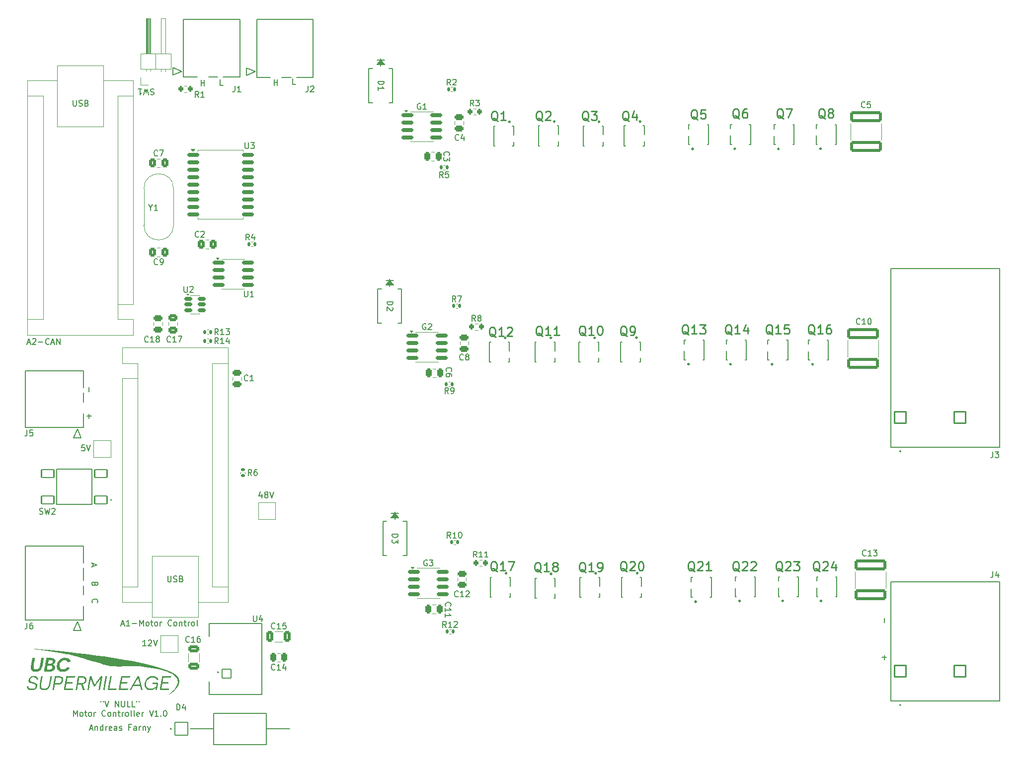
<source format=gto>
G04 #@! TF.GenerationSoftware,KiCad,Pcbnew,8.0.6*
G04 #@! TF.CreationDate,2025-02-10T17:55:51-08:00*
G04 #@! TF.ProjectId,Urban MC,55726261-6e20-44d4-932e-6b696361645f,rev?*
G04 #@! TF.SameCoordinates,Original*
G04 #@! TF.FileFunction,Legend,Top*
G04 #@! TF.FilePolarity,Positive*
%FSLAX46Y46*%
G04 Gerber Fmt 4.6, Leading zero omitted, Abs format (unit mm)*
G04 Created by KiCad (PCBNEW 8.0.6) date 2025-02-10 17:55:51*
%MOMM*%
%LPD*%
G01*
G04 APERTURE LIST*
G04 Aperture macros list*
%AMRoundRect*
0 Rectangle with rounded corners*
0 $1 Rounding radius*
0 $2 $3 $4 $5 $6 $7 $8 $9 X,Y pos of 4 corners*
0 Add a 4 corners polygon primitive as box body*
4,1,4,$2,$3,$4,$5,$6,$7,$8,$9,$2,$3,0*
0 Add four circle primitives for the rounded corners*
1,1,$1+$1,$2,$3*
1,1,$1+$1,$4,$5*
1,1,$1+$1,$6,$7*
1,1,$1+$1,$8,$9*
0 Add four rect primitives between the rounded corners*
20,1,$1+$1,$2,$3,$4,$5,0*
20,1,$1+$1,$4,$5,$6,$7,0*
20,1,$1+$1,$6,$7,$8,$9,0*
20,1,$1+$1,$8,$9,$2,$3,0*%
G04 Aperture macros list end*
%ADD10C,0.200000*%
%ADD11C,0.150000*%
%ADD12C,0.254000*%
%ADD13C,0.120000*%
%ADD14C,0.152400*%
%ADD15C,0.000000*%
%ADD16C,0.250000*%
%ADD17C,0.127000*%
%ADD18R,2.500000X2.500000*%
%ADD19R,2.159000X1.955800*%
%ADD20R,1.600000X1.600000*%
%ADD21O,1.600000X1.600000*%
%ADD22R,0.352929X0.699409*%
%ADD23R,0.350530X0.697086*%
%ADD24R,0.350126X0.696498*%
%ADD25R,0.350020X0.696562*%
%ADD26R,2.410000X0.988448*%
%ADD27R,1.680000X0.665000*%
%ADD28R,2.360000X0.408068*%
%ADD29R,0.410000X0.805448*%
%ADD30R,0.409998X0.805000*%
%ADD31R,0.410000X0.805000*%
%ADD32R,1.160000X0.560000*%
%ADD33C,3.250000*%
%ADD34RoundRect,0.250000X-0.250000X-0.475000X0.250000X-0.475000X0.250000X0.475000X-0.250000X0.475000X0*%
%ADD35RoundRect,0.135000X-0.135000X-0.185000X0.135000X-0.185000X0.135000X0.185000X-0.135000X0.185000X0*%
%ADD36R,1.520000X1.520000*%
%ADD37C,1.520000*%
%ADD38C,2.999999*%
%ADD39RoundRect,0.200000X-0.200000X-0.275000X0.200000X-0.275000X0.200000X0.275000X-0.200000X0.275000X0*%
%ADD40C,1.500000*%
%ADD41RoundRect,0.102000X0.975000X-0.975000X0.975000X0.975000X-0.975000X0.975000X-0.975000X-0.975000X0*%
%ADD42C,2.154000*%
%ADD43RoundRect,0.250000X0.337500X0.475000X-0.337500X0.475000X-0.337500X-0.475000X0.337500X-0.475000X0*%
%ADD44RoundRect,0.250000X2.450000X-0.650000X2.450000X0.650000X-2.450000X0.650000X-2.450000X-0.650000X0*%
%ADD45C,3.200000*%
%ADD46R,1.700000X1.700000*%
%ADD47O,1.700000X1.700000*%
%ADD48RoundRect,0.250000X-0.475000X0.250000X-0.475000X-0.250000X0.475000X-0.250000X0.475000X0.250000X0*%
%ADD49RoundRect,0.250000X0.475000X-0.250000X0.475000X0.250000X-0.475000X0.250000X-0.475000X-0.250000X0*%
%ADD50RoundRect,0.150000X-0.825000X-0.150000X0.825000X-0.150000X0.825000X0.150000X-0.825000X0.150000X0*%
%ADD51RoundRect,0.150000X-0.875000X-0.150000X0.875000X-0.150000X0.875000X0.150000X-0.875000X0.150000X0*%
%ADD52RoundRect,0.200000X0.200000X0.275000X-0.200000X0.275000X-0.200000X-0.275000X0.200000X-0.275000X0*%
%ADD53RoundRect,0.135000X0.185000X-0.135000X0.185000X0.135000X-0.185000X0.135000X-0.185000X-0.135000X0*%
%ADD54RoundRect,0.250000X0.325000X0.650000X-0.325000X0.650000X-0.325000X-0.650000X0.325000X-0.650000X0*%
%ADD55RoundRect,0.250000X0.250000X0.475000X-0.250000X0.475000X-0.250000X-0.475000X0.250000X-0.475000X0*%
%ADD56RoundRect,0.150000X-0.512500X-0.150000X0.512500X-0.150000X0.512500X0.150000X-0.512500X0.150000X0*%
%ADD57RoundRect,0.250000X0.475000X-0.337500X0.475000X0.337500X-0.475000X0.337500X-0.475000X-0.337500X0*%
%ADD58RoundRect,0.102000X-1.125000X-1.125000X1.125000X-1.125000X1.125000X1.125000X-1.125000X1.125000X0*%
%ADD59C,2.454000*%
%ADD60RoundRect,0.250000X-0.650000X0.325000X-0.650000X-0.325000X0.650000X-0.325000X0.650000X0.325000X0*%
%ADD61RoundRect,0.102000X1.050000X0.700000X-1.050000X0.700000X-1.050000X-0.700000X1.050000X-0.700000X0*%
%ADD62RoundRect,0.102000X0.754000X-0.754000X0.754000X0.754000X-0.754000X0.754000X-0.754000X-0.754000X0*%
%ADD63C,1.712000*%
G04 APERTURE END LIST*
D10*
X103954054Y-149822504D02*
X104430244Y-149822504D01*
X103858816Y-150108219D02*
X104192149Y-149108219D01*
X104192149Y-149108219D02*
X104525482Y-150108219D01*
X104858816Y-149441552D02*
X104858816Y-150108219D01*
X104858816Y-149536790D02*
X104906435Y-149489171D01*
X104906435Y-149489171D02*
X105001673Y-149441552D01*
X105001673Y-149441552D02*
X105144530Y-149441552D01*
X105144530Y-149441552D02*
X105239768Y-149489171D01*
X105239768Y-149489171D02*
X105287387Y-149584409D01*
X105287387Y-149584409D02*
X105287387Y-150108219D01*
X106192149Y-150108219D02*
X106192149Y-149108219D01*
X106192149Y-150060600D02*
X106096911Y-150108219D01*
X106096911Y-150108219D02*
X105906435Y-150108219D01*
X105906435Y-150108219D02*
X105811197Y-150060600D01*
X105811197Y-150060600D02*
X105763578Y-150012980D01*
X105763578Y-150012980D02*
X105715959Y-149917742D01*
X105715959Y-149917742D02*
X105715959Y-149632028D01*
X105715959Y-149632028D02*
X105763578Y-149536790D01*
X105763578Y-149536790D02*
X105811197Y-149489171D01*
X105811197Y-149489171D02*
X105906435Y-149441552D01*
X105906435Y-149441552D02*
X106096911Y-149441552D01*
X106096911Y-149441552D02*
X106192149Y-149489171D01*
X106668340Y-150108219D02*
X106668340Y-149441552D01*
X106668340Y-149632028D02*
X106715959Y-149536790D01*
X106715959Y-149536790D02*
X106763578Y-149489171D01*
X106763578Y-149489171D02*
X106858816Y-149441552D01*
X106858816Y-149441552D02*
X106954054Y-149441552D01*
X107668340Y-150060600D02*
X107573102Y-150108219D01*
X107573102Y-150108219D02*
X107382626Y-150108219D01*
X107382626Y-150108219D02*
X107287388Y-150060600D01*
X107287388Y-150060600D02*
X107239769Y-149965361D01*
X107239769Y-149965361D02*
X107239769Y-149584409D01*
X107239769Y-149584409D02*
X107287388Y-149489171D01*
X107287388Y-149489171D02*
X107382626Y-149441552D01*
X107382626Y-149441552D02*
X107573102Y-149441552D01*
X107573102Y-149441552D02*
X107668340Y-149489171D01*
X107668340Y-149489171D02*
X107715959Y-149584409D01*
X107715959Y-149584409D02*
X107715959Y-149679647D01*
X107715959Y-149679647D02*
X107239769Y-149774885D01*
X108573102Y-150108219D02*
X108573102Y-149584409D01*
X108573102Y-149584409D02*
X108525483Y-149489171D01*
X108525483Y-149489171D02*
X108430245Y-149441552D01*
X108430245Y-149441552D02*
X108239769Y-149441552D01*
X108239769Y-149441552D02*
X108144531Y-149489171D01*
X108573102Y-150060600D02*
X108477864Y-150108219D01*
X108477864Y-150108219D02*
X108239769Y-150108219D01*
X108239769Y-150108219D02*
X108144531Y-150060600D01*
X108144531Y-150060600D02*
X108096912Y-149965361D01*
X108096912Y-149965361D02*
X108096912Y-149870123D01*
X108096912Y-149870123D02*
X108144531Y-149774885D01*
X108144531Y-149774885D02*
X108239769Y-149727266D01*
X108239769Y-149727266D02*
X108477864Y-149727266D01*
X108477864Y-149727266D02*
X108573102Y-149679647D01*
X109001674Y-150060600D02*
X109096912Y-150108219D01*
X109096912Y-150108219D02*
X109287388Y-150108219D01*
X109287388Y-150108219D02*
X109382626Y-150060600D01*
X109382626Y-150060600D02*
X109430245Y-149965361D01*
X109430245Y-149965361D02*
X109430245Y-149917742D01*
X109430245Y-149917742D02*
X109382626Y-149822504D01*
X109382626Y-149822504D02*
X109287388Y-149774885D01*
X109287388Y-149774885D02*
X109144531Y-149774885D01*
X109144531Y-149774885D02*
X109049293Y-149727266D01*
X109049293Y-149727266D02*
X109001674Y-149632028D01*
X109001674Y-149632028D02*
X109001674Y-149584409D01*
X109001674Y-149584409D02*
X109049293Y-149489171D01*
X109049293Y-149489171D02*
X109144531Y-149441552D01*
X109144531Y-149441552D02*
X109287388Y-149441552D01*
X109287388Y-149441552D02*
X109382626Y-149489171D01*
X110954055Y-149584409D02*
X110620722Y-149584409D01*
X110620722Y-150108219D02*
X110620722Y-149108219D01*
X110620722Y-149108219D02*
X111096912Y-149108219D01*
X111906436Y-150108219D02*
X111906436Y-149584409D01*
X111906436Y-149584409D02*
X111858817Y-149489171D01*
X111858817Y-149489171D02*
X111763579Y-149441552D01*
X111763579Y-149441552D02*
X111573103Y-149441552D01*
X111573103Y-149441552D02*
X111477865Y-149489171D01*
X111906436Y-150060600D02*
X111811198Y-150108219D01*
X111811198Y-150108219D02*
X111573103Y-150108219D01*
X111573103Y-150108219D02*
X111477865Y-150060600D01*
X111477865Y-150060600D02*
X111430246Y-149965361D01*
X111430246Y-149965361D02*
X111430246Y-149870123D01*
X111430246Y-149870123D02*
X111477865Y-149774885D01*
X111477865Y-149774885D02*
X111573103Y-149727266D01*
X111573103Y-149727266D02*
X111811198Y-149727266D01*
X111811198Y-149727266D02*
X111906436Y-149679647D01*
X112382627Y-150108219D02*
X112382627Y-149441552D01*
X112382627Y-149632028D02*
X112430246Y-149536790D01*
X112430246Y-149536790D02*
X112477865Y-149489171D01*
X112477865Y-149489171D02*
X112573103Y-149441552D01*
X112573103Y-149441552D02*
X112668341Y-149441552D01*
X113001675Y-149441552D02*
X113001675Y-150108219D01*
X113001675Y-149536790D02*
X113049294Y-149489171D01*
X113049294Y-149489171D02*
X113144532Y-149441552D01*
X113144532Y-149441552D02*
X113287389Y-149441552D01*
X113287389Y-149441552D02*
X113382627Y-149489171D01*
X113382627Y-149489171D02*
X113430246Y-149584409D01*
X113430246Y-149584409D02*
X113430246Y-150108219D01*
X113811199Y-149441552D02*
X114049294Y-150108219D01*
X114287389Y-149441552D02*
X114049294Y-150108219D01*
X114049294Y-150108219D02*
X113954056Y-150346314D01*
X113954056Y-150346314D02*
X113906437Y-150393933D01*
X113906437Y-150393933D02*
X113811199Y-150441552D01*
D11*
X104415419Y-128325523D02*
X104367800Y-128277904D01*
X104367800Y-128277904D02*
X104320180Y-128135047D01*
X104320180Y-128135047D02*
X104320180Y-128039809D01*
X104320180Y-128039809D02*
X104367800Y-127896952D01*
X104367800Y-127896952D02*
X104463038Y-127801714D01*
X104463038Y-127801714D02*
X104558276Y-127754095D01*
X104558276Y-127754095D02*
X104748752Y-127706476D01*
X104748752Y-127706476D02*
X104891609Y-127706476D01*
X104891609Y-127706476D02*
X105082085Y-127754095D01*
X105082085Y-127754095D02*
X105177323Y-127801714D01*
X105177323Y-127801714D02*
X105272561Y-127896952D01*
X105272561Y-127896952D02*
X105320180Y-128039809D01*
X105320180Y-128039809D02*
X105320180Y-128135047D01*
X105320180Y-128135047D02*
X105272561Y-128277904D01*
X105272561Y-128277904D02*
X105224942Y-128325523D01*
X103812133Y-96139048D02*
X103812133Y-96900953D01*
X103431180Y-96520000D02*
X104193085Y-96520000D01*
X239341866Y-138048951D02*
X239341866Y-137287047D01*
X239722819Y-137667999D02*
X238960914Y-137667999D01*
X135350286Y-40078819D02*
X135350286Y-39078819D01*
X135350286Y-39555009D02*
X135921714Y-39555009D01*
X135921714Y-40078819D02*
X135921714Y-39078819D01*
X123475713Y-39169180D02*
X123475713Y-40169180D01*
X123475713Y-39692990D02*
X122904285Y-39692990D01*
X122904285Y-39169180D02*
X122904285Y-40169180D01*
X138993523Y-39951819D02*
X138517333Y-39951819D01*
X138517333Y-39951819D02*
X138517333Y-38951819D01*
X239341866Y-131698951D02*
X239341866Y-130937047D01*
X103812133Y-91567048D02*
X103812133Y-92328953D01*
X126674523Y-40078819D02*
X126198333Y-40078819D01*
X126198333Y-40078819D02*
X126198333Y-39078819D01*
X104478895Y-121681905D02*
X104478895Y-122158095D01*
X104193180Y-121586667D02*
X105193180Y-121920000D01*
X105193180Y-121920000D02*
X104193180Y-122253333D01*
D10*
X105854904Y-145085275D02*
X105854904Y-145275751D01*
X106235856Y-145085275D02*
X106235856Y-145275751D01*
X106521571Y-145085275D02*
X106854904Y-146085275D01*
X106854904Y-146085275D02*
X107188237Y-145085275D01*
X108283476Y-146085275D02*
X108283476Y-145085275D01*
X108283476Y-145085275D02*
X108854904Y-146085275D01*
X108854904Y-146085275D02*
X108854904Y-145085275D01*
X109331095Y-145085275D02*
X109331095Y-145894798D01*
X109331095Y-145894798D02*
X109378714Y-145990036D01*
X109378714Y-145990036D02*
X109426333Y-146037656D01*
X109426333Y-146037656D02*
X109521571Y-146085275D01*
X109521571Y-146085275D02*
X109712047Y-146085275D01*
X109712047Y-146085275D02*
X109807285Y-146037656D01*
X109807285Y-146037656D02*
X109854904Y-145990036D01*
X109854904Y-145990036D02*
X109902523Y-145894798D01*
X109902523Y-145894798D02*
X109902523Y-145085275D01*
X110854904Y-146085275D02*
X110378714Y-146085275D01*
X110378714Y-146085275D02*
X110378714Y-145085275D01*
X111664428Y-146085275D02*
X111188238Y-146085275D01*
X111188238Y-146085275D02*
X111188238Y-145085275D01*
X111950143Y-145085275D02*
X111950143Y-145275751D01*
X112331095Y-145085275D02*
X112331095Y-145275751D01*
X101164427Y-147695219D02*
X101164427Y-146695219D01*
X101164427Y-146695219D02*
X101497760Y-147409504D01*
X101497760Y-147409504D02*
X101831093Y-146695219D01*
X101831093Y-146695219D02*
X101831093Y-147695219D01*
X102450141Y-147695219D02*
X102354903Y-147647600D01*
X102354903Y-147647600D02*
X102307284Y-147599980D01*
X102307284Y-147599980D02*
X102259665Y-147504742D01*
X102259665Y-147504742D02*
X102259665Y-147219028D01*
X102259665Y-147219028D02*
X102307284Y-147123790D01*
X102307284Y-147123790D02*
X102354903Y-147076171D01*
X102354903Y-147076171D02*
X102450141Y-147028552D01*
X102450141Y-147028552D02*
X102592998Y-147028552D01*
X102592998Y-147028552D02*
X102688236Y-147076171D01*
X102688236Y-147076171D02*
X102735855Y-147123790D01*
X102735855Y-147123790D02*
X102783474Y-147219028D01*
X102783474Y-147219028D02*
X102783474Y-147504742D01*
X102783474Y-147504742D02*
X102735855Y-147599980D01*
X102735855Y-147599980D02*
X102688236Y-147647600D01*
X102688236Y-147647600D02*
X102592998Y-147695219D01*
X102592998Y-147695219D02*
X102450141Y-147695219D01*
X103069189Y-147028552D02*
X103450141Y-147028552D01*
X103212046Y-146695219D02*
X103212046Y-147552361D01*
X103212046Y-147552361D02*
X103259665Y-147647600D01*
X103259665Y-147647600D02*
X103354903Y-147695219D01*
X103354903Y-147695219D02*
X103450141Y-147695219D01*
X103926332Y-147695219D02*
X103831094Y-147647600D01*
X103831094Y-147647600D02*
X103783475Y-147599980D01*
X103783475Y-147599980D02*
X103735856Y-147504742D01*
X103735856Y-147504742D02*
X103735856Y-147219028D01*
X103735856Y-147219028D02*
X103783475Y-147123790D01*
X103783475Y-147123790D02*
X103831094Y-147076171D01*
X103831094Y-147076171D02*
X103926332Y-147028552D01*
X103926332Y-147028552D02*
X104069189Y-147028552D01*
X104069189Y-147028552D02*
X104164427Y-147076171D01*
X104164427Y-147076171D02*
X104212046Y-147123790D01*
X104212046Y-147123790D02*
X104259665Y-147219028D01*
X104259665Y-147219028D02*
X104259665Y-147504742D01*
X104259665Y-147504742D02*
X104212046Y-147599980D01*
X104212046Y-147599980D02*
X104164427Y-147647600D01*
X104164427Y-147647600D02*
X104069189Y-147695219D01*
X104069189Y-147695219D02*
X103926332Y-147695219D01*
X104688237Y-147695219D02*
X104688237Y-147028552D01*
X104688237Y-147219028D02*
X104735856Y-147123790D01*
X104735856Y-147123790D02*
X104783475Y-147076171D01*
X104783475Y-147076171D02*
X104878713Y-147028552D01*
X104878713Y-147028552D02*
X104973951Y-147028552D01*
X106640618Y-147599980D02*
X106592999Y-147647600D01*
X106592999Y-147647600D02*
X106450142Y-147695219D01*
X106450142Y-147695219D02*
X106354904Y-147695219D01*
X106354904Y-147695219D02*
X106212047Y-147647600D01*
X106212047Y-147647600D02*
X106116809Y-147552361D01*
X106116809Y-147552361D02*
X106069190Y-147457123D01*
X106069190Y-147457123D02*
X106021571Y-147266647D01*
X106021571Y-147266647D02*
X106021571Y-147123790D01*
X106021571Y-147123790D02*
X106069190Y-146933314D01*
X106069190Y-146933314D02*
X106116809Y-146838076D01*
X106116809Y-146838076D02*
X106212047Y-146742838D01*
X106212047Y-146742838D02*
X106354904Y-146695219D01*
X106354904Y-146695219D02*
X106450142Y-146695219D01*
X106450142Y-146695219D02*
X106592999Y-146742838D01*
X106592999Y-146742838D02*
X106640618Y-146790457D01*
X107212047Y-147695219D02*
X107116809Y-147647600D01*
X107116809Y-147647600D02*
X107069190Y-147599980D01*
X107069190Y-147599980D02*
X107021571Y-147504742D01*
X107021571Y-147504742D02*
X107021571Y-147219028D01*
X107021571Y-147219028D02*
X107069190Y-147123790D01*
X107069190Y-147123790D02*
X107116809Y-147076171D01*
X107116809Y-147076171D02*
X107212047Y-147028552D01*
X107212047Y-147028552D02*
X107354904Y-147028552D01*
X107354904Y-147028552D02*
X107450142Y-147076171D01*
X107450142Y-147076171D02*
X107497761Y-147123790D01*
X107497761Y-147123790D02*
X107545380Y-147219028D01*
X107545380Y-147219028D02*
X107545380Y-147504742D01*
X107545380Y-147504742D02*
X107497761Y-147599980D01*
X107497761Y-147599980D02*
X107450142Y-147647600D01*
X107450142Y-147647600D02*
X107354904Y-147695219D01*
X107354904Y-147695219D02*
X107212047Y-147695219D01*
X107973952Y-147028552D02*
X107973952Y-147695219D01*
X107973952Y-147123790D02*
X108021571Y-147076171D01*
X108021571Y-147076171D02*
X108116809Y-147028552D01*
X108116809Y-147028552D02*
X108259666Y-147028552D01*
X108259666Y-147028552D02*
X108354904Y-147076171D01*
X108354904Y-147076171D02*
X108402523Y-147171409D01*
X108402523Y-147171409D02*
X108402523Y-147695219D01*
X108735857Y-147028552D02*
X109116809Y-147028552D01*
X108878714Y-146695219D02*
X108878714Y-147552361D01*
X108878714Y-147552361D02*
X108926333Y-147647600D01*
X108926333Y-147647600D02*
X109021571Y-147695219D01*
X109021571Y-147695219D02*
X109116809Y-147695219D01*
X109450143Y-147695219D02*
X109450143Y-147028552D01*
X109450143Y-147219028D02*
X109497762Y-147123790D01*
X109497762Y-147123790D02*
X109545381Y-147076171D01*
X109545381Y-147076171D02*
X109640619Y-147028552D01*
X109640619Y-147028552D02*
X109735857Y-147028552D01*
X110212048Y-147695219D02*
X110116810Y-147647600D01*
X110116810Y-147647600D02*
X110069191Y-147599980D01*
X110069191Y-147599980D02*
X110021572Y-147504742D01*
X110021572Y-147504742D02*
X110021572Y-147219028D01*
X110021572Y-147219028D02*
X110069191Y-147123790D01*
X110069191Y-147123790D02*
X110116810Y-147076171D01*
X110116810Y-147076171D02*
X110212048Y-147028552D01*
X110212048Y-147028552D02*
X110354905Y-147028552D01*
X110354905Y-147028552D02*
X110450143Y-147076171D01*
X110450143Y-147076171D02*
X110497762Y-147123790D01*
X110497762Y-147123790D02*
X110545381Y-147219028D01*
X110545381Y-147219028D02*
X110545381Y-147504742D01*
X110545381Y-147504742D02*
X110497762Y-147599980D01*
X110497762Y-147599980D02*
X110450143Y-147647600D01*
X110450143Y-147647600D02*
X110354905Y-147695219D01*
X110354905Y-147695219D02*
X110212048Y-147695219D01*
X111116810Y-147695219D02*
X111021572Y-147647600D01*
X111021572Y-147647600D02*
X110973953Y-147552361D01*
X110973953Y-147552361D02*
X110973953Y-146695219D01*
X111640620Y-147695219D02*
X111545382Y-147647600D01*
X111545382Y-147647600D02*
X111497763Y-147552361D01*
X111497763Y-147552361D02*
X111497763Y-146695219D01*
X112402525Y-147647600D02*
X112307287Y-147695219D01*
X112307287Y-147695219D02*
X112116811Y-147695219D01*
X112116811Y-147695219D02*
X112021573Y-147647600D01*
X112021573Y-147647600D02*
X111973954Y-147552361D01*
X111973954Y-147552361D02*
X111973954Y-147171409D01*
X111973954Y-147171409D02*
X112021573Y-147076171D01*
X112021573Y-147076171D02*
X112116811Y-147028552D01*
X112116811Y-147028552D02*
X112307287Y-147028552D01*
X112307287Y-147028552D02*
X112402525Y-147076171D01*
X112402525Y-147076171D02*
X112450144Y-147171409D01*
X112450144Y-147171409D02*
X112450144Y-147266647D01*
X112450144Y-147266647D02*
X111973954Y-147361885D01*
X112878716Y-147695219D02*
X112878716Y-147028552D01*
X112878716Y-147219028D02*
X112926335Y-147123790D01*
X112926335Y-147123790D02*
X112973954Y-147076171D01*
X112973954Y-147076171D02*
X113069192Y-147028552D01*
X113069192Y-147028552D02*
X113164430Y-147028552D01*
X114116812Y-146695219D02*
X114450145Y-147695219D01*
X114450145Y-147695219D02*
X114783478Y-146695219D01*
X115640621Y-147695219D02*
X115069193Y-147695219D01*
X115354907Y-147695219D02*
X115354907Y-146695219D01*
X115354907Y-146695219D02*
X115259669Y-146838076D01*
X115259669Y-146838076D02*
X115164431Y-146933314D01*
X115164431Y-146933314D02*
X115069193Y-146980933D01*
X116069193Y-147599980D02*
X116116812Y-147647600D01*
X116116812Y-147647600D02*
X116069193Y-147695219D01*
X116069193Y-147695219D02*
X116021574Y-147647600D01*
X116021574Y-147647600D02*
X116069193Y-147599980D01*
X116069193Y-147599980D02*
X116069193Y-147695219D01*
X116735859Y-146695219D02*
X116831097Y-146695219D01*
X116831097Y-146695219D02*
X116926335Y-146742838D01*
X116926335Y-146742838D02*
X116973954Y-146790457D01*
X116973954Y-146790457D02*
X117021573Y-146885695D01*
X117021573Y-146885695D02*
X117069192Y-147076171D01*
X117069192Y-147076171D02*
X117069192Y-147314266D01*
X117069192Y-147314266D02*
X117021573Y-147504742D01*
X117021573Y-147504742D02*
X116973954Y-147599980D01*
X116973954Y-147599980D02*
X116926335Y-147647600D01*
X116926335Y-147647600D02*
X116831097Y-147695219D01*
X116831097Y-147695219D02*
X116735859Y-147695219D01*
X116735859Y-147695219D02*
X116640621Y-147647600D01*
X116640621Y-147647600D02*
X116593002Y-147599980D01*
X116593002Y-147599980D02*
X116545383Y-147504742D01*
X116545383Y-147504742D02*
X116497764Y-147314266D01*
X116497764Y-147314266D02*
X116497764Y-147076171D01*
X116497764Y-147076171D02*
X116545383Y-146885695D01*
X116545383Y-146885695D02*
X116593002Y-146790457D01*
X116593002Y-146790457D02*
X116640621Y-146742838D01*
X116640621Y-146742838D02*
X116735859Y-146695219D01*
D11*
X104843990Y-125166428D02*
X104796371Y-125309285D01*
X104796371Y-125309285D02*
X104748752Y-125356904D01*
X104748752Y-125356904D02*
X104653514Y-125404523D01*
X104653514Y-125404523D02*
X104510657Y-125404523D01*
X104510657Y-125404523D02*
X104415419Y-125356904D01*
X104415419Y-125356904D02*
X104367800Y-125309285D01*
X104367800Y-125309285D02*
X104320180Y-125214047D01*
X104320180Y-125214047D02*
X104320180Y-124833095D01*
X104320180Y-124833095D02*
X105320180Y-124833095D01*
X105320180Y-124833095D02*
X105320180Y-125166428D01*
X105320180Y-125166428D02*
X105272561Y-125261666D01*
X105272561Y-125261666D02*
X105224942Y-125309285D01*
X105224942Y-125309285D02*
X105129704Y-125356904D01*
X105129704Y-125356904D02*
X105034466Y-125356904D01*
X105034466Y-125356904D02*
X104939228Y-125309285D01*
X104939228Y-125309285D02*
X104891609Y-125261666D01*
X104891609Y-125261666D02*
X104843990Y-125166428D01*
X104843990Y-125166428D02*
X104843990Y-124833095D01*
X133270714Y-109770152D02*
X133270714Y-110436819D01*
X133032619Y-109389200D02*
X132794524Y-110103485D01*
X132794524Y-110103485D02*
X133413571Y-110103485D01*
X133937381Y-109865390D02*
X133842143Y-109817771D01*
X133842143Y-109817771D02*
X133794524Y-109770152D01*
X133794524Y-109770152D02*
X133746905Y-109674914D01*
X133746905Y-109674914D02*
X133746905Y-109627295D01*
X133746905Y-109627295D02*
X133794524Y-109532057D01*
X133794524Y-109532057D02*
X133842143Y-109484438D01*
X133842143Y-109484438D02*
X133937381Y-109436819D01*
X133937381Y-109436819D02*
X134127857Y-109436819D01*
X134127857Y-109436819D02*
X134223095Y-109484438D01*
X134223095Y-109484438D02*
X134270714Y-109532057D01*
X134270714Y-109532057D02*
X134318333Y-109627295D01*
X134318333Y-109627295D02*
X134318333Y-109674914D01*
X134318333Y-109674914D02*
X134270714Y-109770152D01*
X134270714Y-109770152D02*
X134223095Y-109817771D01*
X134223095Y-109817771D02*
X134127857Y-109865390D01*
X134127857Y-109865390D02*
X133937381Y-109865390D01*
X133937381Y-109865390D02*
X133842143Y-109913009D01*
X133842143Y-109913009D02*
X133794524Y-109960628D01*
X133794524Y-109960628D02*
X133746905Y-110055866D01*
X133746905Y-110055866D02*
X133746905Y-110246342D01*
X133746905Y-110246342D02*
X133794524Y-110341580D01*
X133794524Y-110341580D02*
X133842143Y-110389200D01*
X133842143Y-110389200D02*
X133937381Y-110436819D01*
X133937381Y-110436819D02*
X134127857Y-110436819D01*
X134127857Y-110436819D02*
X134223095Y-110389200D01*
X134223095Y-110389200D02*
X134270714Y-110341580D01*
X134270714Y-110341580D02*
X134318333Y-110246342D01*
X134318333Y-110246342D02*
X134318333Y-110055866D01*
X134318333Y-110055866D02*
X134270714Y-109960628D01*
X134270714Y-109960628D02*
X134223095Y-109913009D01*
X134223095Y-109913009D02*
X134127857Y-109865390D01*
X134604048Y-109436819D02*
X134937381Y-110436819D01*
X134937381Y-110436819D02*
X135270714Y-109436819D01*
X113553952Y-135709819D02*
X112982524Y-135709819D01*
X113268238Y-135709819D02*
X113268238Y-134709819D01*
X113268238Y-134709819D02*
X113173000Y-134852676D01*
X113173000Y-134852676D02*
X113077762Y-134947914D01*
X113077762Y-134947914D02*
X112982524Y-134995533D01*
X113934905Y-134805057D02*
X113982524Y-134757438D01*
X113982524Y-134757438D02*
X114077762Y-134709819D01*
X114077762Y-134709819D02*
X114315857Y-134709819D01*
X114315857Y-134709819D02*
X114411095Y-134757438D01*
X114411095Y-134757438D02*
X114458714Y-134805057D01*
X114458714Y-134805057D02*
X114506333Y-134900295D01*
X114506333Y-134900295D02*
X114506333Y-134995533D01*
X114506333Y-134995533D02*
X114458714Y-135138390D01*
X114458714Y-135138390D02*
X113887286Y-135709819D01*
X113887286Y-135709819D02*
X114506333Y-135709819D01*
X114792048Y-134709819D02*
X115125381Y-135709819D01*
X115125381Y-135709819D02*
X115458714Y-134709819D01*
X103060523Y-101435819D02*
X102584333Y-101435819D01*
X102584333Y-101435819D02*
X102536714Y-101912009D01*
X102536714Y-101912009D02*
X102584333Y-101864390D01*
X102584333Y-101864390D02*
X102679571Y-101816771D01*
X102679571Y-101816771D02*
X102917666Y-101816771D01*
X102917666Y-101816771D02*
X103012904Y-101864390D01*
X103012904Y-101864390D02*
X103060523Y-101912009D01*
X103060523Y-101912009D02*
X103108142Y-102007247D01*
X103108142Y-102007247D02*
X103108142Y-102245342D01*
X103108142Y-102245342D02*
X103060523Y-102340580D01*
X103060523Y-102340580D02*
X103012904Y-102388200D01*
X103012904Y-102388200D02*
X102917666Y-102435819D01*
X102917666Y-102435819D02*
X102679571Y-102435819D01*
X102679571Y-102435819D02*
X102584333Y-102388200D01*
X102584333Y-102388200D02*
X102536714Y-102340580D01*
X103393857Y-101435819D02*
X103727190Y-102435819D01*
X103727190Y-102435819D02*
X104060523Y-101435819D01*
X155482823Y-116635872D02*
X156482823Y-116635872D01*
X156482823Y-116635872D02*
X156482823Y-116873967D01*
X156482823Y-116873967D02*
X156435204Y-117016824D01*
X156435204Y-117016824D02*
X156339966Y-117112062D01*
X156339966Y-117112062D02*
X156244728Y-117159681D01*
X156244728Y-117159681D02*
X156054252Y-117207300D01*
X156054252Y-117207300D02*
X155911395Y-117207300D01*
X155911395Y-117207300D02*
X155720919Y-117159681D01*
X155720919Y-117159681D02*
X155625681Y-117112062D01*
X155625681Y-117112062D02*
X155530443Y-117016824D01*
X155530443Y-117016824D02*
X155482823Y-116873967D01*
X155482823Y-116873967D02*
X155482823Y-116635872D01*
X156482823Y-117540634D02*
X156482823Y-118159681D01*
X156482823Y-118159681D02*
X156101871Y-117826348D01*
X156101871Y-117826348D02*
X156101871Y-117969205D01*
X156101871Y-117969205D02*
X156054252Y-118064443D01*
X156054252Y-118064443D02*
X156006633Y-118112062D01*
X156006633Y-118112062D02*
X155911395Y-118159681D01*
X155911395Y-118159681D02*
X155673300Y-118159681D01*
X155673300Y-118159681D02*
X155578062Y-118112062D01*
X155578062Y-118112062D02*
X155530443Y-118064443D01*
X155530443Y-118064443D02*
X155482823Y-117969205D01*
X155482823Y-117969205D02*
X155482823Y-117683491D01*
X155482823Y-117683491D02*
X155530443Y-117588253D01*
X155530443Y-117588253D02*
X155578062Y-117540634D01*
X154612180Y-76985905D02*
X155612180Y-76985905D01*
X155612180Y-76985905D02*
X155612180Y-77224000D01*
X155612180Y-77224000D02*
X155564561Y-77366857D01*
X155564561Y-77366857D02*
X155469323Y-77462095D01*
X155469323Y-77462095D02*
X155374085Y-77509714D01*
X155374085Y-77509714D02*
X155183609Y-77557333D01*
X155183609Y-77557333D02*
X155040752Y-77557333D01*
X155040752Y-77557333D02*
X154850276Y-77509714D01*
X154850276Y-77509714D02*
X154755038Y-77462095D01*
X154755038Y-77462095D02*
X154659800Y-77366857D01*
X154659800Y-77366857D02*
X154612180Y-77224000D01*
X154612180Y-77224000D02*
X154612180Y-76985905D01*
X155516942Y-77938286D02*
X155564561Y-77985905D01*
X155564561Y-77985905D02*
X155612180Y-78081143D01*
X155612180Y-78081143D02*
X155612180Y-78319238D01*
X155612180Y-78319238D02*
X155564561Y-78414476D01*
X155564561Y-78414476D02*
X155516942Y-78462095D01*
X155516942Y-78462095D02*
X155421704Y-78509714D01*
X155421704Y-78509714D02*
X155326466Y-78509714D01*
X155326466Y-78509714D02*
X155183609Y-78462095D01*
X155183609Y-78462095D02*
X154612180Y-77890667D01*
X154612180Y-77890667D02*
X154612180Y-78509714D01*
X153088180Y-39403905D02*
X154088180Y-39403905D01*
X154088180Y-39403905D02*
X154088180Y-39642000D01*
X154088180Y-39642000D02*
X154040561Y-39784857D01*
X154040561Y-39784857D02*
X153945323Y-39880095D01*
X153945323Y-39880095D02*
X153850085Y-39927714D01*
X153850085Y-39927714D02*
X153659609Y-39975333D01*
X153659609Y-39975333D02*
X153516752Y-39975333D01*
X153516752Y-39975333D02*
X153326276Y-39927714D01*
X153326276Y-39927714D02*
X153231038Y-39880095D01*
X153231038Y-39880095D02*
X153135800Y-39784857D01*
X153135800Y-39784857D02*
X153088180Y-39642000D01*
X153088180Y-39642000D02*
X153088180Y-39403905D01*
X153088180Y-40927714D02*
X153088180Y-40356286D01*
X153088180Y-40642000D02*
X154088180Y-40642000D01*
X154088180Y-40642000D02*
X153945323Y-40546762D01*
X153945323Y-40546762D02*
X153850085Y-40451524D01*
X153850085Y-40451524D02*
X153802466Y-40356286D01*
X93353286Y-83989104D02*
X93829476Y-83989104D01*
X93258048Y-84274819D02*
X93591381Y-83274819D01*
X93591381Y-83274819D02*
X93924714Y-84274819D01*
X94210429Y-83370057D02*
X94258048Y-83322438D01*
X94258048Y-83322438D02*
X94353286Y-83274819D01*
X94353286Y-83274819D02*
X94591381Y-83274819D01*
X94591381Y-83274819D02*
X94686619Y-83322438D01*
X94686619Y-83322438D02*
X94734238Y-83370057D01*
X94734238Y-83370057D02*
X94781857Y-83465295D01*
X94781857Y-83465295D02*
X94781857Y-83560533D01*
X94781857Y-83560533D02*
X94734238Y-83703390D01*
X94734238Y-83703390D02*
X94162810Y-84274819D01*
X94162810Y-84274819D02*
X94781857Y-84274819D01*
X95210429Y-83893866D02*
X95972334Y-83893866D01*
X97019952Y-84179580D02*
X96972333Y-84227200D01*
X96972333Y-84227200D02*
X96829476Y-84274819D01*
X96829476Y-84274819D02*
X96734238Y-84274819D01*
X96734238Y-84274819D02*
X96591381Y-84227200D01*
X96591381Y-84227200D02*
X96496143Y-84131961D01*
X96496143Y-84131961D02*
X96448524Y-84036723D01*
X96448524Y-84036723D02*
X96400905Y-83846247D01*
X96400905Y-83846247D02*
X96400905Y-83703390D01*
X96400905Y-83703390D02*
X96448524Y-83512914D01*
X96448524Y-83512914D02*
X96496143Y-83417676D01*
X96496143Y-83417676D02*
X96591381Y-83322438D01*
X96591381Y-83322438D02*
X96734238Y-83274819D01*
X96734238Y-83274819D02*
X96829476Y-83274819D01*
X96829476Y-83274819D02*
X96972333Y-83322438D01*
X96972333Y-83322438D02*
X97019952Y-83370057D01*
X97400905Y-83989104D02*
X97877095Y-83989104D01*
X97305667Y-84274819D02*
X97639000Y-83274819D01*
X97639000Y-83274819D02*
X97972333Y-84274819D01*
X98305667Y-84274819D02*
X98305667Y-83274819D01*
X98305667Y-83274819D02*
X98877095Y-84274819D01*
X98877095Y-84274819D02*
X98877095Y-83274819D01*
X101100095Y-42634819D02*
X101100095Y-43444342D01*
X101100095Y-43444342D02*
X101147714Y-43539580D01*
X101147714Y-43539580D02*
X101195333Y-43587200D01*
X101195333Y-43587200D02*
X101290571Y-43634819D01*
X101290571Y-43634819D02*
X101481047Y-43634819D01*
X101481047Y-43634819D02*
X101576285Y-43587200D01*
X101576285Y-43587200D02*
X101623904Y-43539580D01*
X101623904Y-43539580D02*
X101671523Y-43444342D01*
X101671523Y-43444342D02*
X101671523Y-42634819D01*
X102100095Y-43587200D02*
X102242952Y-43634819D01*
X102242952Y-43634819D02*
X102481047Y-43634819D01*
X102481047Y-43634819D02*
X102576285Y-43587200D01*
X102576285Y-43587200D02*
X102623904Y-43539580D01*
X102623904Y-43539580D02*
X102671523Y-43444342D01*
X102671523Y-43444342D02*
X102671523Y-43349104D01*
X102671523Y-43349104D02*
X102623904Y-43253866D01*
X102623904Y-43253866D02*
X102576285Y-43206247D01*
X102576285Y-43206247D02*
X102481047Y-43158628D01*
X102481047Y-43158628D02*
X102290571Y-43111009D01*
X102290571Y-43111009D02*
X102195333Y-43063390D01*
X102195333Y-43063390D02*
X102147714Y-43015771D01*
X102147714Y-43015771D02*
X102100095Y-42920533D01*
X102100095Y-42920533D02*
X102100095Y-42825295D01*
X102100095Y-42825295D02*
X102147714Y-42730057D01*
X102147714Y-42730057D02*
X102195333Y-42682438D01*
X102195333Y-42682438D02*
X102290571Y-42634819D01*
X102290571Y-42634819D02*
X102528666Y-42634819D01*
X102528666Y-42634819D02*
X102671523Y-42682438D01*
X103433428Y-43111009D02*
X103576285Y-43158628D01*
X103576285Y-43158628D02*
X103623904Y-43206247D01*
X103623904Y-43206247D02*
X103671523Y-43301485D01*
X103671523Y-43301485D02*
X103671523Y-43444342D01*
X103671523Y-43444342D02*
X103623904Y-43539580D01*
X103623904Y-43539580D02*
X103576285Y-43587200D01*
X103576285Y-43587200D02*
X103481047Y-43634819D01*
X103481047Y-43634819D02*
X103100095Y-43634819D01*
X103100095Y-43634819D02*
X103100095Y-42634819D01*
X103100095Y-42634819D02*
X103433428Y-42634819D01*
X103433428Y-42634819D02*
X103528666Y-42682438D01*
X103528666Y-42682438D02*
X103576285Y-42730057D01*
X103576285Y-42730057D02*
X103623904Y-42825295D01*
X103623904Y-42825295D02*
X103623904Y-42920533D01*
X103623904Y-42920533D02*
X103576285Y-43015771D01*
X103576285Y-43015771D02*
X103528666Y-43063390D01*
X103528666Y-43063390D02*
X103433428Y-43111009D01*
X103433428Y-43111009D02*
X103100095Y-43111009D01*
X109323999Y-131995104D02*
X109800189Y-131995104D01*
X109228761Y-132280819D02*
X109562094Y-131280819D01*
X109562094Y-131280819D02*
X109895427Y-132280819D01*
X110752570Y-132280819D02*
X110181142Y-132280819D01*
X110466856Y-132280819D02*
X110466856Y-131280819D01*
X110466856Y-131280819D02*
X110371618Y-131423676D01*
X110371618Y-131423676D02*
X110276380Y-131518914D01*
X110276380Y-131518914D02*
X110181142Y-131566533D01*
X111181142Y-131899866D02*
X111943047Y-131899866D01*
X112419237Y-132280819D02*
X112419237Y-131280819D01*
X112419237Y-131280819D02*
X112752570Y-131995104D01*
X112752570Y-131995104D02*
X113085903Y-131280819D01*
X113085903Y-131280819D02*
X113085903Y-132280819D01*
X113704951Y-132280819D02*
X113609713Y-132233200D01*
X113609713Y-132233200D02*
X113562094Y-132185580D01*
X113562094Y-132185580D02*
X113514475Y-132090342D01*
X113514475Y-132090342D02*
X113514475Y-131804628D01*
X113514475Y-131804628D02*
X113562094Y-131709390D01*
X113562094Y-131709390D02*
X113609713Y-131661771D01*
X113609713Y-131661771D02*
X113704951Y-131614152D01*
X113704951Y-131614152D02*
X113847808Y-131614152D01*
X113847808Y-131614152D02*
X113943046Y-131661771D01*
X113943046Y-131661771D02*
X113990665Y-131709390D01*
X113990665Y-131709390D02*
X114038284Y-131804628D01*
X114038284Y-131804628D02*
X114038284Y-132090342D01*
X114038284Y-132090342D02*
X113990665Y-132185580D01*
X113990665Y-132185580D02*
X113943046Y-132233200D01*
X113943046Y-132233200D02*
X113847808Y-132280819D01*
X113847808Y-132280819D02*
X113704951Y-132280819D01*
X114323999Y-131614152D02*
X114704951Y-131614152D01*
X114466856Y-131280819D02*
X114466856Y-132137961D01*
X114466856Y-132137961D02*
X114514475Y-132233200D01*
X114514475Y-132233200D02*
X114609713Y-132280819D01*
X114609713Y-132280819D02*
X114704951Y-132280819D01*
X115181142Y-132280819D02*
X115085904Y-132233200D01*
X115085904Y-132233200D02*
X115038285Y-132185580D01*
X115038285Y-132185580D02*
X114990666Y-132090342D01*
X114990666Y-132090342D02*
X114990666Y-131804628D01*
X114990666Y-131804628D02*
X115038285Y-131709390D01*
X115038285Y-131709390D02*
X115085904Y-131661771D01*
X115085904Y-131661771D02*
X115181142Y-131614152D01*
X115181142Y-131614152D02*
X115323999Y-131614152D01*
X115323999Y-131614152D02*
X115419237Y-131661771D01*
X115419237Y-131661771D02*
X115466856Y-131709390D01*
X115466856Y-131709390D02*
X115514475Y-131804628D01*
X115514475Y-131804628D02*
X115514475Y-132090342D01*
X115514475Y-132090342D02*
X115466856Y-132185580D01*
X115466856Y-132185580D02*
X115419237Y-132233200D01*
X115419237Y-132233200D02*
X115323999Y-132280819D01*
X115323999Y-132280819D02*
X115181142Y-132280819D01*
X115943047Y-132280819D02*
X115943047Y-131614152D01*
X115943047Y-131804628D02*
X115990666Y-131709390D01*
X115990666Y-131709390D02*
X116038285Y-131661771D01*
X116038285Y-131661771D02*
X116133523Y-131614152D01*
X116133523Y-131614152D02*
X116228761Y-131614152D01*
X117895428Y-132185580D02*
X117847809Y-132233200D01*
X117847809Y-132233200D02*
X117704952Y-132280819D01*
X117704952Y-132280819D02*
X117609714Y-132280819D01*
X117609714Y-132280819D02*
X117466857Y-132233200D01*
X117466857Y-132233200D02*
X117371619Y-132137961D01*
X117371619Y-132137961D02*
X117324000Y-132042723D01*
X117324000Y-132042723D02*
X117276381Y-131852247D01*
X117276381Y-131852247D02*
X117276381Y-131709390D01*
X117276381Y-131709390D02*
X117324000Y-131518914D01*
X117324000Y-131518914D02*
X117371619Y-131423676D01*
X117371619Y-131423676D02*
X117466857Y-131328438D01*
X117466857Y-131328438D02*
X117609714Y-131280819D01*
X117609714Y-131280819D02*
X117704952Y-131280819D01*
X117704952Y-131280819D02*
X117847809Y-131328438D01*
X117847809Y-131328438D02*
X117895428Y-131376057D01*
X118466857Y-132280819D02*
X118371619Y-132233200D01*
X118371619Y-132233200D02*
X118324000Y-132185580D01*
X118324000Y-132185580D02*
X118276381Y-132090342D01*
X118276381Y-132090342D02*
X118276381Y-131804628D01*
X118276381Y-131804628D02*
X118324000Y-131709390D01*
X118324000Y-131709390D02*
X118371619Y-131661771D01*
X118371619Y-131661771D02*
X118466857Y-131614152D01*
X118466857Y-131614152D02*
X118609714Y-131614152D01*
X118609714Y-131614152D02*
X118704952Y-131661771D01*
X118704952Y-131661771D02*
X118752571Y-131709390D01*
X118752571Y-131709390D02*
X118800190Y-131804628D01*
X118800190Y-131804628D02*
X118800190Y-132090342D01*
X118800190Y-132090342D02*
X118752571Y-132185580D01*
X118752571Y-132185580D02*
X118704952Y-132233200D01*
X118704952Y-132233200D02*
X118609714Y-132280819D01*
X118609714Y-132280819D02*
X118466857Y-132280819D01*
X119228762Y-131614152D02*
X119228762Y-132280819D01*
X119228762Y-131709390D02*
X119276381Y-131661771D01*
X119276381Y-131661771D02*
X119371619Y-131614152D01*
X119371619Y-131614152D02*
X119514476Y-131614152D01*
X119514476Y-131614152D02*
X119609714Y-131661771D01*
X119609714Y-131661771D02*
X119657333Y-131757009D01*
X119657333Y-131757009D02*
X119657333Y-132280819D01*
X119990667Y-131614152D02*
X120371619Y-131614152D01*
X120133524Y-131280819D02*
X120133524Y-132137961D01*
X120133524Y-132137961D02*
X120181143Y-132233200D01*
X120181143Y-132233200D02*
X120276381Y-132280819D01*
X120276381Y-132280819D02*
X120371619Y-132280819D01*
X120704953Y-132280819D02*
X120704953Y-131614152D01*
X120704953Y-131804628D02*
X120752572Y-131709390D01*
X120752572Y-131709390D02*
X120800191Y-131661771D01*
X120800191Y-131661771D02*
X120895429Y-131614152D01*
X120895429Y-131614152D02*
X120990667Y-131614152D01*
X121466858Y-132280819D02*
X121371620Y-132233200D01*
X121371620Y-132233200D02*
X121324001Y-132185580D01*
X121324001Y-132185580D02*
X121276382Y-132090342D01*
X121276382Y-132090342D02*
X121276382Y-131804628D01*
X121276382Y-131804628D02*
X121324001Y-131709390D01*
X121324001Y-131709390D02*
X121371620Y-131661771D01*
X121371620Y-131661771D02*
X121466858Y-131614152D01*
X121466858Y-131614152D02*
X121609715Y-131614152D01*
X121609715Y-131614152D02*
X121704953Y-131661771D01*
X121704953Y-131661771D02*
X121752572Y-131709390D01*
X121752572Y-131709390D02*
X121800191Y-131804628D01*
X121800191Y-131804628D02*
X121800191Y-132090342D01*
X121800191Y-132090342D02*
X121752572Y-132185580D01*
X121752572Y-132185580D02*
X121704953Y-132233200D01*
X121704953Y-132233200D02*
X121609715Y-132280819D01*
X121609715Y-132280819D02*
X121466858Y-132280819D01*
X122371620Y-132280819D02*
X122276382Y-132233200D01*
X122276382Y-132233200D02*
X122228763Y-132137961D01*
X122228763Y-132137961D02*
X122228763Y-131280819D01*
X117229095Y-123787819D02*
X117229095Y-124597342D01*
X117229095Y-124597342D02*
X117276714Y-124692580D01*
X117276714Y-124692580D02*
X117324333Y-124740200D01*
X117324333Y-124740200D02*
X117419571Y-124787819D01*
X117419571Y-124787819D02*
X117610047Y-124787819D01*
X117610047Y-124787819D02*
X117705285Y-124740200D01*
X117705285Y-124740200D02*
X117752904Y-124692580D01*
X117752904Y-124692580D02*
X117800523Y-124597342D01*
X117800523Y-124597342D02*
X117800523Y-123787819D01*
X118229095Y-124740200D02*
X118371952Y-124787819D01*
X118371952Y-124787819D02*
X118610047Y-124787819D01*
X118610047Y-124787819D02*
X118705285Y-124740200D01*
X118705285Y-124740200D02*
X118752904Y-124692580D01*
X118752904Y-124692580D02*
X118800523Y-124597342D01*
X118800523Y-124597342D02*
X118800523Y-124502104D01*
X118800523Y-124502104D02*
X118752904Y-124406866D01*
X118752904Y-124406866D02*
X118705285Y-124359247D01*
X118705285Y-124359247D02*
X118610047Y-124311628D01*
X118610047Y-124311628D02*
X118419571Y-124264009D01*
X118419571Y-124264009D02*
X118324333Y-124216390D01*
X118324333Y-124216390D02*
X118276714Y-124168771D01*
X118276714Y-124168771D02*
X118229095Y-124073533D01*
X118229095Y-124073533D02*
X118229095Y-123978295D01*
X118229095Y-123978295D02*
X118276714Y-123883057D01*
X118276714Y-123883057D02*
X118324333Y-123835438D01*
X118324333Y-123835438D02*
X118419571Y-123787819D01*
X118419571Y-123787819D02*
X118657666Y-123787819D01*
X118657666Y-123787819D02*
X118800523Y-123835438D01*
X119562428Y-124264009D02*
X119705285Y-124311628D01*
X119705285Y-124311628D02*
X119752904Y-124359247D01*
X119752904Y-124359247D02*
X119800523Y-124454485D01*
X119800523Y-124454485D02*
X119800523Y-124597342D01*
X119800523Y-124597342D02*
X119752904Y-124692580D01*
X119752904Y-124692580D02*
X119705285Y-124740200D01*
X119705285Y-124740200D02*
X119610047Y-124787819D01*
X119610047Y-124787819D02*
X119229095Y-124787819D01*
X119229095Y-124787819D02*
X119229095Y-123787819D01*
X119229095Y-123787819D02*
X119562428Y-123787819D01*
X119562428Y-123787819D02*
X119657666Y-123835438D01*
X119657666Y-123835438D02*
X119705285Y-123883057D01*
X119705285Y-123883057D02*
X119752904Y-123978295D01*
X119752904Y-123978295D02*
X119752904Y-124073533D01*
X119752904Y-124073533D02*
X119705285Y-124168771D01*
X119705285Y-124168771D02*
X119657666Y-124216390D01*
X119657666Y-124216390D02*
X119562428Y-124264009D01*
X119562428Y-124264009D02*
X119229095Y-124264009D01*
D12*
X173376962Y-123008426D02*
X173231819Y-122935854D01*
X173231819Y-122935854D02*
X173086676Y-122790712D01*
X173086676Y-122790712D02*
X172868962Y-122572997D01*
X172868962Y-122572997D02*
X172723819Y-122500426D01*
X172723819Y-122500426D02*
X172578676Y-122500426D01*
X172651247Y-122863283D02*
X172506105Y-122790712D01*
X172506105Y-122790712D02*
X172360962Y-122645569D01*
X172360962Y-122645569D02*
X172288390Y-122355283D01*
X172288390Y-122355283D02*
X172288390Y-121847283D01*
X172288390Y-121847283D02*
X172360962Y-121556997D01*
X172360962Y-121556997D02*
X172506105Y-121411854D01*
X172506105Y-121411854D02*
X172651247Y-121339283D01*
X172651247Y-121339283D02*
X172941533Y-121339283D01*
X172941533Y-121339283D02*
X173086676Y-121411854D01*
X173086676Y-121411854D02*
X173231819Y-121556997D01*
X173231819Y-121556997D02*
X173304390Y-121847283D01*
X173304390Y-121847283D02*
X173304390Y-122355283D01*
X173304390Y-122355283D02*
X173231819Y-122645569D01*
X173231819Y-122645569D02*
X173086676Y-122790712D01*
X173086676Y-122790712D02*
X172941533Y-122863283D01*
X172941533Y-122863283D02*
X172651247Y-122863283D01*
X174755818Y-122863283D02*
X173884961Y-122863283D01*
X174320390Y-122863283D02*
X174320390Y-121339283D01*
X174320390Y-121339283D02*
X174175247Y-121556997D01*
X174175247Y-121556997D02*
X174030104Y-121702140D01*
X174030104Y-121702140D02*
X173884961Y-121774712D01*
X175263819Y-121339283D02*
X176279819Y-121339283D01*
X176279819Y-121339283D02*
X175626676Y-122863283D01*
D11*
X164359419Y-52030333D02*
X164311800Y-51982714D01*
X164311800Y-51982714D02*
X164264180Y-51839857D01*
X164264180Y-51839857D02*
X164264180Y-51744619D01*
X164264180Y-51744619D02*
X164311800Y-51601762D01*
X164311800Y-51601762D02*
X164407038Y-51506524D01*
X164407038Y-51506524D02*
X164502276Y-51458905D01*
X164502276Y-51458905D02*
X164692752Y-51411286D01*
X164692752Y-51411286D02*
X164835609Y-51411286D01*
X164835609Y-51411286D02*
X165026085Y-51458905D01*
X165026085Y-51458905D02*
X165121323Y-51506524D01*
X165121323Y-51506524D02*
X165216561Y-51601762D01*
X165216561Y-51601762D02*
X165264180Y-51744619D01*
X165264180Y-51744619D02*
X165264180Y-51839857D01*
X165264180Y-51839857D02*
X165216561Y-51982714D01*
X165216561Y-51982714D02*
X165168942Y-52030333D01*
X165264180Y-52363667D02*
X165264180Y-52982714D01*
X165264180Y-52982714D02*
X164883228Y-52649381D01*
X164883228Y-52649381D02*
X164883228Y-52792238D01*
X164883228Y-52792238D02*
X164835609Y-52887476D01*
X164835609Y-52887476D02*
X164787990Y-52935095D01*
X164787990Y-52935095D02*
X164692752Y-52982714D01*
X164692752Y-52982714D02*
X164454657Y-52982714D01*
X164454657Y-52982714D02*
X164359419Y-52935095D01*
X164359419Y-52935095D02*
X164311800Y-52887476D01*
X164311800Y-52887476D02*
X164264180Y-52792238D01*
X164264180Y-52792238D02*
X164264180Y-52506524D01*
X164264180Y-52506524D02*
X164311800Y-52411286D01*
X164311800Y-52411286D02*
X164359419Y-52363667D01*
X165060333Y-92656819D02*
X164727000Y-92180628D01*
X164488905Y-92656819D02*
X164488905Y-91656819D01*
X164488905Y-91656819D02*
X164869857Y-91656819D01*
X164869857Y-91656819D02*
X164965095Y-91704438D01*
X164965095Y-91704438D02*
X165012714Y-91752057D01*
X165012714Y-91752057D02*
X165060333Y-91847295D01*
X165060333Y-91847295D02*
X165060333Y-91990152D01*
X165060333Y-91990152D02*
X165012714Y-92085390D01*
X165012714Y-92085390D02*
X164965095Y-92133009D01*
X164965095Y-92133009D02*
X164869857Y-92180628D01*
X164869857Y-92180628D02*
X164488905Y-92180628D01*
X165536524Y-92656819D02*
X165727000Y-92656819D01*
X165727000Y-92656819D02*
X165822238Y-92609200D01*
X165822238Y-92609200D02*
X165869857Y-92561580D01*
X165869857Y-92561580D02*
X165965095Y-92418723D01*
X165965095Y-92418723D02*
X166012714Y-92228247D01*
X166012714Y-92228247D02*
X166012714Y-91847295D01*
X166012714Y-91847295D02*
X165965095Y-91752057D01*
X165965095Y-91752057D02*
X165917476Y-91704438D01*
X165917476Y-91704438D02*
X165822238Y-91656819D01*
X165822238Y-91656819D02*
X165631762Y-91656819D01*
X165631762Y-91656819D02*
X165536524Y-91704438D01*
X165536524Y-91704438D02*
X165488905Y-91752057D01*
X165488905Y-91752057D02*
X165441286Y-91847295D01*
X165441286Y-91847295D02*
X165441286Y-92085390D01*
X165441286Y-92085390D02*
X165488905Y-92180628D01*
X165488905Y-92180628D02*
X165536524Y-92228247D01*
X165536524Y-92228247D02*
X165631762Y-92275866D01*
X165631762Y-92275866D02*
X165822238Y-92275866D01*
X165822238Y-92275866D02*
X165917476Y-92228247D01*
X165917476Y-92228247D02*
X165965095Y-92180628D01*
X165965095Y-92180628D02*
X166012714Y-92085390D01*
D12*
X180869962Y-123135426D02*
X180724819Y-123062854D01*
X180724819Y-123062854D02*
X180579676Y-122917712D01*
X180579676Y-122917712D02*
X180361962Y-122699997D01*
X180361962Y-122699997D02*
X180216819Y-122627426D01*
X180216819Y-122627426D02*
X180071676Y-122627426D01*
X180144247Y-122990283D02*
X179999105Y-122917712D01*
X179999105Y-122917712D02*
X179853962Y-122772569D01*
X179853962Y-122772569D02*
X179781390Y-122482283D01*
X179781390Y-122482283D02*
X179781390Y-121974283D01*
X179781390Y-121974283D02*
X179853962Y-121683997D01*
X179853962Y-121683997D02*
X179999105Y-121538854D01*
X179999105Y-121538854D02*
X180144247Y-121466283D01*
X180144247Y-121466283D02*
X180434533Y-121466283D01*
X180434533Y-121466283D02*
X180579676Y-121538854D01*
X180579676Y-121538854D02*
X180724819Y-121683997D01*
X180724819Y-121683997D02*
X180797390Y-121974283D01*
X180797390Y-121974283D02*
X180797390Y-122482283D01*
X180797390Y-122482283D02*
X180724819Y-122772569D01*
X180724819Y-122772569D02*
X180579676Y-122917712D01*
X180579676Y-122917712D02*
X180434533Y-122990283D01*
X180434533Y-122990283D02*
X180144247Y-122990283D01*
X182248818Y-122990283D02*
X181377961Y-122990283D01*
X181813390Y-122990283D02*
X181813390Y-121466283D01*
X181813390Y-121466283D02*
X181668247Y-121683997D01*
X181668247Y-121683997D02*
X181523104Y-121829140D01*
X181523104Y-121829140D02*
X181377961Y-121901712D01*
X183119676Y-122119426D02*
X182974533Y-122046854D01*
X182974533Y-122046854D02*
X182901962Y-121974283D01*
X182901962Y-121974283D02*
X182829390Y-121829140D01*
X182829390Y-121829140D02*
X182829390Y-121756569D01*
X182829390Y-121756569D02*
X182901962Y-121611426D01*
X182901962Y-121611426D02*
X182974533Y-121538854D01*
X182974533Y-121538854D02*
X183119676Y-121466283D01*
X183119676Y-121466283D02*
X183409962Y-121466283D01*
X183409962Y-121466283D02*
X183555105Y-121538854D01*
X183555105Y-121538854D02*
X183627676Y-121611426D01*
X183627676Y-121611426D02*
X183700247Y-121756569D01*
X183700247Y-121756569D02*
X183700247Y-121829140D01*
X183700247Y-121829140D02*
X183627676Y-121974283D01*
X183627676Y-121974283D02*
X183555105Y-122046854D01*
X183555105Y-122046854D02*
X183409962Y-122119426D01*
X183409962Y-122119426D02*
X183119676Y-122119426D01*
X183119676Y-122119426D02*
X182974533Y-122191997D01*
X182974533Y-122191997D02*
X182901962Y-122264569D01*
X182901962Y-122264569D02*
X182829390Y-122409712D01*
X182829390Y-122409712D02*
X182829390Y-122699997D01*
X182829390Y-122699997D02*
X182901962Y-122845140D01*
X182901962Y-122845140D02*
X182974533Y-122917712D01*
X182974533Y-122917712D02*
X183119676Y-122990283D01*
X183119676Y-122990283D02*
X183409962Y-122990283D01*
X183409962Y-122990283D02*
X183555105Y-122917712D01*
X183555105Y-122917712D02*
X183627676Y-122845140D01*
X183627676Y-122845140D02*
X183700247Y-122699997D01*
X183700247Y-122699997D02*
X183700247Y-122409712D01*
X183700247Y-122409712D02*
X183627676Y-122264569D01*
X183627676Y-122264569D02*
X183555105Y-122191997D01*
X183555105Y-122191997D02*
X183409962Y-122119426D01*
D11*
X93265666Y-131788819D02*
X93265666Y-132503104D01*
X93265666Y-132503104D02*
X93218047Y-132645961D01*
X93218047Y-132645961D02*
X93122809Y-132741200D01*
X93122809Y-132741200D02*
X92979952Y-132788819D01*
X92979952Y-132788819D02*
X92884714Y-132788819D01*
X94170428Y-131788819D02*
X93979952Y-131788819D01*
X93979952Y-131788819D02*
X93884714Y-131836438D01*
X93884714Y-131836438D02*
X93837095Y-131884057D01*
X93837095Y-131884057D02*
X93741857Y-132026914D01*
X93741857Y-132026914D02*
X93694238Y-132217390D01*
X93694238Y-132217390D02*
X93694238Y-132598342D01*
X93694238Y-132598342D02*
X93741857Y-132693580D01*
X93741857Y-132693580D02*
X93789476Y-132741200D01*
X93789476Y-132741200D02*
X93884714Y-132788819D01*
X93884714Y-132788819D02*
X94075190Y-132788819D01*
X94075190Y-132788819D02*
X94170428Y-132741200D01*
X94170428Y-132741200D02*
X94218047Y-132693580D01*
X94218047Y-132693580D02*
X94265666Y-132598342D01*
X94265666Y-132598342D02*
X94265666Y-132360247D01*
X94265666Y-132360247D02*
X94218047Y-132265009D01*
X94218047Y-132265009D02*
X94170428Y-132217390D01*
X94170428Y-132217390D02*
X94075190Y-132169771D01*
X94075190Y-132169771D02*
X93884714Y-132169771D01*
X93884714Y-132169771D02*
X93789476Y-132217390D01*
X93789476Y-132217390D02*
X93741857Y-132265009D01*
X93741857Y-132265009D02*
X93694238Y-132360247D01*
X169918142Y-120563819D02*
X169584809Y-120087628D01*
X169346714Y-120563819D02*
X169346714Y-119563819D01*
X169346714Y-119563819D02*
X169727666Y-119563819D01*
X169727666Y-119563819D02*
X169822904Y-119611438D01*
X169822904Y-119611438D02*
X169870523Y-119659057D01*
X169870523Y-119659057D02*
X169918142Y-119754295D01*
X169918142Y-119754295D02*
X169918142Y-119897152D01*
X169918142Y-119897152D02*
X169870523Y-119992390D01*
X169870523Y-119992390D02*
X169822904Y-120040009D01*
X169822904Y-120040009D02*
X169727666Y-120087628D01*
X169727666Y-120087628D02*
X169346714Y-120087628D01*
X170870523Y-120563819D02*
X170299095Y-120563819D01*
X170584809Y-120563819D02*
X170584809Y-119563819D01*
X170584809Y-119563819D02*
X170489571Y-119706676D01*
X170489571Y-119706676D02*
X170394333Y-119801914D01*
X170394333Y-119801914D02*
X170299095Y-119849533D01*
X171822904Y-120563819D02*
X171251476Y-120563819D01*
X171537190Y-120563819D02*
X171537190Y-119563819D01*
X171537190Y-119563819D02*
X171441952Y-119706676D01*
X171441952Y-119706676D02*
X171346714Y-119801914D01*
X171346714Y-119801914D02*
X171251476Y-119849533D01*
D12*
X195474962Y-82876426D02*
X195329819Y-82803854D01*
X195329819Y-82803854D02*
X195184676Y-82658712D01*
X195184676Y-82658712D02*
X194966962Y-82440997D01*
X194966962Y-82440997D02*
X194821819Y-82368426D01*
X194821819Y-82368426D02*
X194676676Y-82368426D01*
X194749247Y-82731283D02*
X194604105Y-82658712D01*
X194604105Y-82658712D02*
X194458962Y-82513569D01*
X194458962Y-82513569D02*
X194386390Y-82223283D01*
X194386390Y-82223283D02*
X194386390Y-81715283D01*
X194386390Y-81715283D02*
X194458962Y-81424997D01*
X194458962Y-81424997D02*
X194604105Y-81279854D01*
X194604105Y-81279854D02*
X194749247Y-81207283D01*
X194749247Y-81207283D02*
X195039533Y-81207283D01*
X195039533Y-81207283D02*
X195184676Y-81279854D01*
X195184676Y-81279854D02*
X195329819Y-81424997D01*
X195329819Y-81424997D02*
X195402390Y-81715283D01*
X195402390Y-81715283D02*
X195402390Y-82223283D01*
X195402390Y-82223283D02*
X195329819Y-82513569D01*
X195329819Y-82513569D02*
X195184676Y-82658712D01*
X195184676Y-82658712D02*
X195039533Y-82731283D01*
X195039533Y-82731283D02*
X194749247Y-82731283D01*
X196128104Y-82731283D02*
X196418390Y-82731283D01*
X196418390Y-82731283D02*
X196563533Y-82658712D01*
X196563533Y-82658712D02*
X196636104Y-82586140D01*
X196636104Y-82586140D02*
X196781247Y-82368426D01*
X196781247Y-82368426D02*
X196853818Y-82078140D01*
X196853818Y-82078140D02*
X196853818Y-81497569D01*
X196853818Y-81497569D02*
X196781247Y-81352426D01*
X196781247Y-81352426D02*
X196708676Y-81279854D01*
X196708676Y-81279854D02*
X196563533Y-81207283D01*
X196563533Y-81207283D02*
X196273247Y-81207283D01*
X196273247Y-81207283D02*
X196128104Y-81279854D01*
X196128104Y-81279854D02*
X196055533Y-81352426D01*
X196055533Y-81352426D02*
X195982961Y-81497569D01*
X195982961Y-81497569D02*
X195982961Y-81860426D01*
X195982961Y-81860426D02*
X196055533Y-82005569D01*
X196055533Y-82005569D02*
X196128104Y-82078140D01*
X196128104Y-82078140D02*
X196273247Y-82150712D01*
X196273247Y-82150712D02*
X196563533Y-82150712D01*
X196563533Y-82150712D02*
X196708676Y-82078140D01*
X196708676Y-82078140D02*
X196781247Y-82005569D01*
X196781247Y-82005569D02*
X196853818Y-81860426D01*
D11*
X131151333Y-66467819D02*
X130818000Y-65991628D01*
X130579905Y-66467819D02*
X130579905Y-65467819D01*
X130579905Y-65467819D02*
X130960857Y-65467819D01*
X130960857Y-65467819D02*
X131056095Y-65515438D01*
X131056095Y-65515438D02*
X131103714Y-65563057D01*
X131103714Y-65563057D02*
X131151333Y-65658295D01*
X131151333Y-65658295D02*
X131151333Y-65801152D01*
X131151333Y-65801152D02*
X131103714Y-65896390D01*
X131103714Y-65896390D02*
X131056095Y-65944009D01*
X131056095Y-65944009D02*
X130960857Y-65991628D01*
X130960857Y-65991628D02*
X130579905Y-65991628D01*
X132008476Y-65801152D02*
X132008476Y-66467819D01*
X131770381Y-65420200D02*
X131532286Y-66134485D01*
X131532286Y-66134485D02*
X132151333Y-66134485D01*
D12*
X213381962Y-82622426D02*
X213236819Y-82549854D01*
X213236819Y-82549854D02*
X213091676Y-82404712D01*
X213091676Y-82404712D02*
X212873962Y-82186997D01*
X212873962Y-82186997D02*
X212728819Y-82114426D01*
X212728819Y-82114426D02*
X212583676Y-82114426D01*
X212656247Y-82477283D02*
X212511105Y-82404712D01*
X212511105Y-82404712D02*
X212365962Y-82259569D01*
X212365962Y-82259569D02*
X212293390Y-81969283D01*
X212293390Y-81969283D02*
X212293390Y-81461283D01*
X212293390Y-81461283D02*
X212365962Y-81170997D01*
X212365962Y-81170997D02*
X212511105Y-81025854D01*
X212511105Y-81025854D02*
X212656247Y-80953283D01*
X212656247Y-80953283D02*
X212946533Y-80953283D01*
X212946533Y-80953283D02*
X213091676Y-81025854D01*
X213091676Y-81025854D02*
X213236819Y-81170997D01*
X213236819Y-81170997D02*
X213309390Y-81461283D01*
X213309390Y-81461283D02*
X213309390Y-81969283D01*
X213309390Y-81969283D02*
X213236819Y-82259569D01*
X213236819Y-82259569D02*
X213091676Y-82404712D01*
X213091676Y-82404712D02*
X212946533Y-82477283D01*
X212946533Y-82477283D02*
X212656247Y-82477283D01*
X214760818Y-82477283D02*
X213889961Y-82477283D01*
X214325390Y-82477283D02*
X214325390Y-80953283D01*
X214325390Y-80953283D02*
X214180247Y-81170997D01*
X214180247Y-81170997D02*
X214035104Y-81316140D01*
X214035104Y-81316140D02*
X213889961Y-81388712D01*
X216067105Y-81461283D02*
X216067105Y-82477283D01*
X215704247Y-80880712D02*
X215341390Y-81969283D01*
X215341390Y-81969283D02*
X216284819Y-81969283D01*
X207031962Y-123008426D02*
X206886819Y-122935854D01*
X206886819Y-122935854D02*
X206741676Y-122790712D01*
X206741676Y-122790712D02*
X206523962Y-122572997D01*
X206523962Y-122572997D02*
X206378819Y-122500426D01*
X206378819Y-122500426D02*
X206233676Y-122500426D01*
X206306247Y-122863283D02*
X206161105Y-122790712D01*
X206161105Y-122790712D02*
X206015962Y-122645569D01*
X206015962Y-122645569D02*
X205943390Y-122355283D01*
X205943390Y-122355283D02*
X205943390Y-121847283D01*
X205943390Y-121847283D02*
X206015962Y-121556997D01*
X206015962Y-121556997D02*
X206161105Y-121411854D01*
X206161105Y-121411854D02*
X206306247Y-121339283D01*
X206306247Y-121339283D02*
X206596533Y-121339283D01*
X206596533Y-121339283D02*
X206741676Y-121411854D01*
X206741676Y-121411854D02*
X206886819Y-121556997D01*
X206886819Y-121556997D02*
X206959390Y-121847283D01*
X206959390Y-121847283D02*
X206959390Y-122355283D01*
X206959390Y-122355283D02*
X206886819Y-122645569D01*
X206886819Y-122645569D02*
X206741676Y-122790712D01*
X206741676Y-122790712D02*
X206596533Y-122863283D01*
X206596533Y-122863283D02*
X206306247Y-122863283D01*
X207539961Y-121484426D02*
X207612533Y-121411854D01*
X207612533Y-121411854D02*
X207757676Y-121339283D01*
X207757676Y-121339283D02*
X208120533Y-121339283D01*
X208120533Y-121339283D02*
X208265676Y-121411854D01*
X208265676Y-121411854D02*
X208338247Y-121484426D01*
X208338247Y-121484426D02*
X208410818Y-121629569D01*
X208410818Y-121629569D02*
X208410818Y-121774712D01*
X208410818Y-121774712D02*
X208338247Y-121992426D01*
X208338247Y-121992426D02*
X207467390Y-122863283D01*
X207467390Y-122863283D02*
X208410818Y-122863283D01*
X209862247Y-122863283D02*
X208991390Y-122863283D01*
X209426819Y-122863283D02*
X209426819Y-121339283D01*
X209426819Y-121339283D02*
X209281676Y-121556997D01*
X209281676Y-121556997D02*
X209136533Y-121702140D01*
X209136533Y-121702140D02*
X208991390Y-121774712D01*
X173122962Y-83003426D02*
X172977819Y-82930854D01*
X172977819Y-82930854D02*
X172832676Y-82785712D01*
X172832676Y-82785712D02*
X172614962Y-82567997D01*
X172614962Y-82567997D02*
X172469819Y-82495426D01*
X172469819Y-82495426D02*
X172324676Y-82495426D01*
X172397247Y-82858283D02*
X172252105Y-82785712D01*
X172252105Y-82785712D02*
X172106962Y-82640569D01*
X172106962Y-82640569D02*
X172034390Y-82350283D01*
X172034390Y-82350283D02*
X172034390Y-81842283D01*
X172034390Y-81842283D02*
X172106962Y-81551997D01*
X172106962Y-81551997D02*
X172252105Y-81406854D01*
X172252105Y-81406854D02*
X172397247Y-81334283D01*
X172397247Y-81334283D02*
X172687533Y-81334283D01*
X172687533Y-81334283D02*
X172832676Y-81406854D01*
X172832676Y-81406854D02*
X172977819Y-81551997D01*
X172977819Y-81551997D02*
X173050390Y-81842283D01*
X173050390Y-81842283D02*
X173050390Y-82350283D01*
X173050390Y-82350283D02*
X172977819Y-82640569D01*
X172977819Y-82640569D02*
X172832676Y-82785712D01*
X172832676Y-82785712D02*
X172687533Y-82858283D01*
X172687533Y-82858283D02*
X172397247Y-82858283D01*
X174501818Y-82858283D02*
X173630961Y-82858283D01*
X174066390Y-82858283D02*
X174066390Y-81334283D01*
X174066390Y-81334283D02*
X173921247Y-81551997D01*
X173921247Y-81551997D02*
X173776104Y-81697140D01*
X173776104Y-81697140D02*
X173630961Y-81769712D01*
X175082390Y-81479426D02*
X175154962Y-81406854D01*
X175154962Y-81406854D02*
X175300105Y-81334283D01*
X175300105Y-81334283D02*
X175662962Y-81334283D01*
X175662962Y-81334283D02*
X175808105Y-81406854D01*
X175808105Y-81406854D02*
X175880676Y-81479426D01*
X175880676Y-81479426D02*
X175953247Y-81624569D01*
X175953247Y-81624569D02*
X175953247Y-81769712D01*
X175953247Y-81769712D02*
X175880676Y-81987426D01*
X175880676Y-81987426D02*
X175009819Y-82858283D01*
X175009819Y-82858283D02*
X175953247Y-82858283D01*
D11*
X114331809Y-60938628D02*
X114331809Y-61414819D01*
X113998476Y-60414819D02*
X114331809Y-60938628D01*
X114331809Y-60938628D02*
X114665142Y-60414819D01*
X115522285Y-61414819D02*
X114950857Y-61414819D01*
X115236571Y-61414819D02*
X115236571Y-60414819D01*
X115236571Y-60414819D02*
X115141333Y-60557676D01*
X115141333Y-60557676D02*
X115046095Y-60652914D01*
X115046095Y-60652914D02*
X114950857Y-60700533D01*
X257857666Y-123025819D02*
X257857666Y-123740104D01*
X257857666Y-123740104D02*
X257810047Y-123882961D01*
X257810047Y-123882961D02*
X257714809Y-123978200D01*
X257714809Y-123978200D02*
X257571952Y-124025819D01*
X257571952Y-124025819D02*
X257476714Y-124025819D01*
X258762428Y-123359152D02*
X258762428Y-124025819D01*
X258524333Y-122978200D02*
X258286238Y-123692485D01*
X258286238Y-123692485D02*
X258905285Y-123692485D01*
X164613419Y-128897142D02*
X164565800Y-128849523D01*
X164565800Y-128849523D02*
X164518180Y-128706666D01*
X164518180Y-128706666D02*
X164518180Y-128611428D01*
X164518180Y-128611428D02*
X164565800Y-128468571D01*
X164565800Y-128468571D02*
X164661038Y-128373333D01*
X164661038Y-128373333D02*
X164756276Y-128325714D01*
X164756276Y-128325714D02*
X164946752Y-128278095D01*
X164946752Y-128278095D02*
X165089609Y-128278095D01*
X165089609Y-128278095D02*
X165280085Y-128325714D01*
X165280085Y-128325714D02*
X165375323Y-128373333D01*
X165375323Y-128373333D02*
X165470561Y-128468571D01*
X165470561Y-128468571D02*
X165518180Y-128611428D01*
X165518180Y-128611428D02*
X165518180Y-128706666D01*
X165518180Y-128706666D02*
X165470561Y-128849523D01*
X165470561Y-128849523D02*
X165422942Y-128897142D01*
X164518180Y-129849523D02*
X164518180Y-129278095D01*
X164518180Y-129563809D02*
X165518180Y-129563809D01*
X165518180Y-129563809D02*
X165375323Y-129468571D01*
X165375323Y-129468571D02*
X165280085Y-129373333D01*
X165280085Y-129373333D02*
X165232466Y-129278095D01*
X164518180Y-130801904D02*
X164518180Y-130230476D01*
X164518180Y-130516190D02*
X165518180Y-130516190D01*
X165518180Y-130516190D02*
X165375323Y-130420952D01*
X165375323Y-130420952D02*
X165280085Y-130325714D01*
X165280085Y-130325714D02*
X165232466Y-130230476D01*
D12*
X188489962Y-82801226D02*
X188344819Y-82728654D01*
X188344819Y-82728654D02*
X188199676Y-82583512D01*
X188199676Y-82583512D02*
X187981962Y-82365797D01*
X187981962Y-82365797D02*
X187836819Y-82293226D01*
X187836819Y-82293226D02*
X187691676Y-82293226D01*
X187764247Y-82656083D02*
X187619105Y-82583512D01*
X187619105Y-82583512D02*
X187473962Y-82438369D01*
X187473962Y-82438369D02*
X187401390Y-82148083D01*
X187401390Y-82148083D02*
X187401390Y-81640083D01*
X187401390Y-81640083D02*
X187473962Y-81349797D01*
X187473962Y-81349797D02*
X187619105Y-81204654D01*
X187619105Y-81204654D02*
X187764247Y-81132083D01*
X187764247Y-81132083D02*
X188054533Y-81132083D01*
X188054533Y-81132083D02*
X188199676Y-81204654D01*
X188199676Y-81204654D02*
X188344819Y-81349797D01*
X188344819Y-81349797D02*
X188417390Y-81640083D01*
X188417390Y-81640083D02*
X188417390Y-82148083D01*
X188417390Y-82148083D02*
X188344819Y-82438369D01*
X188344819Y-82438369D02*
X188199676Y-82583512D01*
X188199676Y-82583512D02*
X188054533Y-82656083D01*
X188054533Y-82656083D02*
X187764247Y-82656083D01*
X189868818Y-82656083D02*
X188997961Y-82656083D01*
X189433390Y-82656083D02*
X189433390Y-81132083D01*
X189433390Y-81132083D02*
X189288247Y-81349797D01*
X189288247Y-81349797D02*
X189143104Y-81494940D01*
X189143104Y-81494940D02*
X188997961Y-81567512D01*
X190812247Y-81132083D02*
X190957390Y-81132083D01*
X190957390Y-81132083D02*
X191102533Y-81204654D01*
X191102533Y-81204654D02*
X191175105Y-81277226D01*
X191175105Y-81277226D02*
X191247676Y-81422369D01*
X191247676Y-81422369D02*
X191320247Y-81712654D01*
X191320247Y-81712654D02*
X191320247Y-82075512D01*
X191320247Y-82075512D02*
X191247676Y-82365797D01*
X191247676Y-82365797D02*
X191175105Y-82510940D01*
X191175105Y-82510940D02*
X191102533Y-82583512D01*
X191102533Y-82583512D02*
X190957390Y-82656083D01*
X190957390Y-82656083D02*
X190812247Y-82656083D01*
X190812247Y-82656083D02*
X190667105Y-82583512D01*
X190667105Y-82583512D02*
X190594533Y-82510940D01*
X190594533Y-82510940D02*
X190521962Y-82365797D01*
X190521962Y-82365797D02*
X190449390Y-82075512D01*
X190449390Y-82075512D02*
X190449390Y-81712654D01*
X190449390Y-81712654D02*
X190521962Y-81422369D01*
X190521962Y-81422369D02*
X190594533Y-81277226D01*
X190594533Y-81277226D02*
X190667105Y-81204654D01*
X190667105Y-81204654D02*
X190812247Y-81132083D01*
X229256962Y-45792426D02*
X229111819Y-45719854D01*
X229111819Y-45719854D02*
X228966676Y-45574712D01*
X228966676Y-45574712D02*
X228748962Y-45356997D01*
X228748962Y-45356997D02*
X228603819Y-45284426D01*
X228603819Y-45284426D02*
X228458676Y-45284426D01*
X228531247Y-45647283D02*
X228386105Y-45574712D01*
X228386105Y-45574712D02*
X228240962Y-45429569D01*
X228240962Y-45429569D02*
X228168390Y-45139283D01*
X228168390Y-45139283D02*
X228168390Y-44631283D01*
X228168390Y-44631283D02*
X228240962Y-44340997D01*
X228240962Y-44340997D02*
X228386105Y-44195854D01*
X228386105Y-44195854D02*
X228531247Y-44123283D01*
X228531247Y-44123283D02*
X228821533Y-44123283D01*
X228821533Y-44123283D02*
X228966676Y-44195854D01*
X228966676Y-44195854D02*
X229111819Y-44340997D01*
X229111819Y-44340997D02*
X229184390Y-44631283D01*
X229184390Y-44631283D02*
X229184390Y-45139283D01*
X229184390Y-45139283D02*
X229111819Y-45429569D01*
X229111819Y-45429569D02*
X228966676Y-45574712D01*
X228966676Y-45574712D02*
X228821533Y-45647283D01*
X228821533Y-45647283D02*
X228531247Y-45647283D01*
X230055247Y-44776426D02*
X229910104Y-44703854D01*
X229910104Y-44703854D02*
X229837533Y-44631283D01*
X229837533Y-44631283D02*
X229764961Y-44486140D01*
X229764961Y-44486140D02*
X229764961Y-44413569D01*
X229764961Y-44413569D02*
X229837533Y-44268426D01*
X229837533Y-44268426D02*
X229910104Y-44195854D01*
X229910104Y-44195854D02*
X230055247Y-44123283D01*
X230055247Y-44123283D02*
X230345533Y-44123283D01*
X230345533Y-44123283D02*
X230490676Y-44195854D01*
X230490676Y-44195854D02*
X230563247Y-44268426D01*
X230563247Y-44268426D02*
X230635818Y-44413569D01*
X230635818Y-44413569D02*
X230635818Y-44486140D01*
X230635818Y-44486140D02*
X230563247Y-44631283D01*
X230563247Y-44631283D02*
X230490676Y-44703854D01*
X230490676Y-44703854D02*
X230345533Y-44776426D01*
X230345533Y-44776426D02*
X230055247Y-44776426D01*
X230055247Y-44776426D02*
X229910104Y-44848997D01*
X229910104Y-44848997D02*
X229837533Y-44921569D01*
X229837533Y-44921569D02*
X229764961Y-45066712D01*
X229764961Y-45066712D02*
X229764961Y-45356997D01*
X229764961Y-45356997D02*
X229837533Y-45502140D01*
X229837533Y-45502140D02*
X229910104Y-45574712D01*
X229910104Y-45574712D02*
X230055247Y-45647283D01*
X230055247Y-45647283D02*
X230345533Y-45647283D01*
X230345533Y-45647283D02*
X230490676Y-45574712D01*
X230490676Y-45574712D02*
X230563247Y-45502140D01*
X230563247Y-45502140D02*
X230635818Y-45356997D01*
X230635818Y-45356997D02*
X230635818Y-45066712D01*
X230635818Y-45066712D02*
X230563247Y-44921569D01*
X230563247Y-44921569D02*
X230490676Y-44848997D01*
X230490676Y-44848997D02*
X230345533Y-44776426D01*
D11*
X122515333Y-65891580D02*
X122467714Y-65939200D01*
X122467714Y-65939200D02*
X122324857Y-65986819D01*
X122324857Y-65986819D02*
X122229619Y-65986819D01*
X122229619Y-65986819D02*
X122086762Y-65939200D01*
X122086762Y-65939200D02*
X121991524Y-65843961D01*
X121991524Y-65843961D02*
X121943905Y-65748723D01*
X121943905Y-65748723D02*
X121896286Y-65558247D01*
X121896286Y-65558247D02*
X121896286Y-65415390D01*
X121896286Y-65415390D02*
X121943905Y-65224914D01*
X121943905Y-65224914D02*
X121991524Y-65129676D01*
X121991524Y-65129676D02*
X122086762Y-65034438D01*
X122086762Y-65034438D02*
X122229619Y-64986819D01*
X122229619Y-64986819D02*
X122324857Y-64986819D01*
X122324857Y-64986819D02*
X122467714Y-65034438D01*
X122467714Y-65034438D02*
X122515333Y-65082057D01*
X122896286Y-65082057D02*
X122943905Y-65034438D01*
X122943905Y-65034438D02*
X123039143Y-64986819D01*
X123039143Y-64986819D02*
X123277238Y-64986819D01*
X123277238Y-64986819D02*
X123372476Y-65034438D01*
X123372476Y-65034438D02*
X123420095Y-65082057D01*
X123420095Y-65082057D02*
X123467714Y-65177295D01*
X123467714Y-65177295D02*
X123467714Y-65272533D01*
X123467714Y-65272533D02*
X123420095Y-65415390D01*
X123420095Y-65415390D02*
X122848667Y-65986819D01*
X122848667Y-65986819D02*
X123467714Y-65986819D01*
X236212142Y-120247580D02*
X236164523Y-120295200D01*
X236164523Y-120295200D02*
X236021666Y-120342819D01*
X236021666Y-120342819D02*
X235926428Y-120342819D01*
X235926428Y-120342819D02*
X235783571Y-120295200D01*
X235783571Y-120295200D02*
X235688333Y-120199961D01*
X235688333Y-120199961D02*
X235640714Y-120104723D01*
X235640714Y-120104723D02*
X235593095Y-119914247D01*
X235593095Y-119914247D02*
X235593095Y-119771390D01*
X235593095Y-119771390D02*
X235640714Y-119580914D01*
X235640714Y-119580914D02*
X235688333Y-119485676D01*
X235688333Y-119485676D02*
X235783571Y-119390438D01*
X235783571Y-119390438D02*
X235926428Y-119342819D01*
X235926428Y-119342819D02*
X236021666Y-119342819D01*
X236021666Y-119342819D02*
X236164523Y-119390438D01*
X236164523Y-119390438D02*
X236212142Y-119438057D01*
X237164523Y-120342819D02*
X236593095Y-120342819D01*
X236878809Y-120342819D02*
X236878809Y-119342819D01*
X236878809Y-119342819D02*
X236783571Y-119485676D01*
X236783571Y-119485676D02*
X236688333Y-119580914D01*
X236688333Y-119580914D02*
X236593095Y-119628533D01*
X237497857Y-119342819D02*
X238116904Y-119342819D01*
X238116904Y-119342819D02*
X237783571Y-119723771D01*
X237783571Y-119723771D02*
X237926428Y-119723771D01*
X237926428Y-119723771D02*
X238021666Y-119771390D01*
X238021666Y-119771390D02*
X238069285Y-119819009D01*
X238069285Y-119819009D02*
X238116904Y-119914247D01*
X238116904Y-119914247D02*
X238116904Y-120152342D01*
X238116904Y-120152342D02*
X238069285Y-120247580D01*
X238069285Y-120247580D02*
X238021666Y-120295200D01*
X238021666Y-120295200D02*
X237926428Y-120342819D01*
X237926428Y-120342819D02*
X237640714Y-120342819D01*
X237640714Y-120342819D02*
X237545476Y-120295200D01*
X237545476Y-120295200D02*
X237497857Y-120247580D01*
D12*
X206015962Y-82622426D02*
X205870819Y-82549854D01*
X205870819Y-82549854D02*
X205725676Y-82404712D01*
X205725676Y-82404712D02*
X205507962Y-82186997D01*
X205507962Y-82186997D02*
X205362819Y-82114426D01*
X205362819Y-82114426D02*
X205217676Y-82114426D01*
X205290247Y-82477283D02*
X205145105Y-82404712D01*
X205145105Y-82404712D02*
X204999962Y-82259569D01*
X204999962Y-82259569D02*
X204927390Y-81969283D01*
X204927390Y-81969283D02*
X204927390Y-81461283D01*
X204927390Y-81461283D02*
X204999962Y-81170997D01*
X204999962Y-81170997D02*
X205145105Y-81025854D01*
X205145105Y-81025854D02*
X205290247Y-80953283D01*
X205290247Y-80953283D02*
X205580533Y-80953283D01*
X205580533Y-80953283D02*
X205725676Y-81025854D01*
X205725676Y-81025854D02*
X205870819Y-81170997D01*
X205870819Y-81170997D02*
X205943390Y-81461283D01*
X205943390Y-81461283D02*
X205943390Y-81969283D01*
X205943390Y-81969283D02*
X205870819Y-82259569D01*
X205870819Y-82259569D02*
X205725676Y-82404712D01*
X205725676Y-82404712D02*
X205580533Y-82477283D01*
X205580533Y-82477283D02*
X205290247Y-82477283D01*
X207394818Y-82477283D02*
X206523961Y-82477283D01*
X206959390Y-82477283D02*
X206959390Y-80953283D01*
X206959390Y-80953283D02*
X206814247Y-81170997D01*
X206814247Y-81170997D02*
X206669104Y-81316140D01*
X206669104Y-81316140D02*
X206523961Y-81388712D01*
X207902819Y-80953283D02*
X208846247Y-80953283D01*
X208846247Y-80953283D02*
X208338247Y-81533854D01*
X208338247Y-81533854D02*
X208555962Y-81533854D01*
X208555962Y-81533854D02*
X208701105Y-81606426D01*
X208701105Y-81606426D02*
X208773676Y-81678997D01*
X208773676Y-81678997D02*
X208846247Y-81824140D01*
X208846247Y-81824140D02*
X208846247Y-82186997D01*
X208846247Y-82186997D02*
X208773676Y-82332140D01*
X208773676Y-82332140D02*
X208701105Y-82404712D01*
X208701105Y-82404712D02*
X208555962Y-82477283D01*
X208555962Y-82477283D02*
X208120533Y-82477283D01*
X208120533Y-82477283D02*
X207975390Y-82404712D01*
X207975390Y-82404712D02*
X207902819Y-82332140D01*
D11*
X169696333Y-80304819D02*
X169363000Y-79828628D01*
X169124905Y-80304819D02*
X169124905Y-79304819D01*
X169124905Y-79304819D02*
X169505857Y-79304819D01*
X169505857Y-79304819D02*
X169601095Y-79352438D01*
X169601095Y-79352438D02*
X169648714Y-79400057D01*
X169648714Y-79400057D02*
X169696333Y-79495295D01*
X169696333Y-79495295D02*
X169696333Y-79638152D01*
X169696333Y-79638152D02*
X169648714Y-79733390D01*
X169648714Y-79733390D02*
X169601095Y-79781009D01*
X169601095Y-79781009D02*
X169505857Y-79828628D01*
X169505857Y-79828628D02*
X169124905Y-79828628D01*
X170267762Y-79733390D02*
X170172524Y-79685771D01*
X170172524Y-79685771D02*
X170124905Y-79638152D01*
X170124905Y-79638152D02*
X170077286Y-79542914D01*
X170077286Y-79542914D02*
X170077286Y-79495295D01*
X170077286Y-79495295D02*
X170124905Y-79400057D01*
X170124905Y-79400057D02*
X170172524Y-79352438D01*
X170172524Y-79352438D02*
X170267762Y-79304819D01*
X170267762Y-79304819D02*
X170458238Y-79304819D01*
X170458238Y-79304819D02*
X170553476Y-79352438D01*
X170553476Y-79352438D02*
X170601095Y-79400057D01*
X170601095Y-79400057D02*
X170648714Y-79495295D01*
X170648714Y-79495295D02*
X170648714Y-79542914D01*
X170648714Y-79542914D02*
X170601095Y-79638152D01*
X170601095Y-79638152D02*
X170553476Y-79685771D01*
X170553476Y-79685771D02*
X170458238Y-79733390D01*
X170458238Y-79733390D02*
X170267762Y-79733390D01*
X170267762Y-79733390D02*
X170172524Y-79781009D01*
X170172524Y-79781009D02*
X170124905Y-79828628D01*
X170124905Y-79828628D02*
X170077286Y-79923866D01*
X170077286Y-79923866D02*
X170077286Y-80114342D01*
X170077286Y-80114342D02*
X170124905Y-80209580D01*
X170124905Y-80209580D02*
X170172524Y-80257200D01*
X170172524Y-80257200D02*
X170267762Y-80304819D01*
X170267762Y-80304819D02*
X170458238Y-80304819D01*
X170458238Y-80304819D02*
X170553476Y-80257200D01*
X170553476Y-80257200D02*
X170601095Y-80209580D01*
X170601095Y-80209580D02*
X170648714Y-80114342D01*
X170648714Y-80114342D02*
X170648714Y-79923866D01*
X170648714Y-79923866D02*
X170601095Y-79828628D01*
X170601095Y-79828628D02*
X170553476Y-79781009D01*
X170553476Y-79781009D02*
X170458238Y-79733390D01*
D12*
X188489962Y-123135426D02*
X188344819Y-123062854D01*
X188344819Y-123062854D02*
X188199676Y-122917712D01*
X188199676Y-122917712D02*
X187981962Y-122699997D01*
X187981962Y-122699997D02*
X187836819Y-122627426D01*
X187836819Y-122627426D02*
X187691676Y-122627426D01*
X187764247Y-122990283D02*
X187619105Y-122917712D01*
X187619105Y-122917712D02*
X187473962Y-122772569D01*
X187473962Y-122772569D02*
X187401390Y-122482283D01*
X187401390Y-122482283D02*
X187401390Y-121974283D01*
X187401390Y-121974283D02*
X187473962Y-121683997D01*
X187473962Y-121683997D02*
X187619105Y-121538854D01*
X187619105Y-121538854D02*
X187764247Y-121466283D01*
X187764247Y-121466283D02*
X188054533Y-121466283D01*
X188054533Y-121466283D02*
X188199676Y-121538854D01*
X188199676Y-121538854D02*
X188344819Y-121683997D01*
X188344819Y-121683997D02*
X188417390Y-121974283D01*
X188417390Y-121974283D02*
X188417390Y-122482283D01*
X188417390Y-122482283D02*
X188344819Y-122772569D01*
X188344819Y-122772569D02*
X188199676Y-122917712D01*
X188199676Y-122917712D02*
X188054533Y-122990283D01*
X188054533Y-122990283D02*
X187764247Y-122990283D01*
X189868818Y-122990283D02*
X188997961Y-122990283D01*
X189433390Y-122990283D02*
X189433390Y-121466283D01*
X189433390Y-121466283D02*
X189288247Y-121683997D01*
X189288247Y-121683997D02*
X189143104Y-121829140D01*
X189143104Y-121829140D02*
X188997961Y-121901712D01*
X190594533Y-122990283D02*
X190884819Y-122990283D01*
X190884819Y-122990283D02*
X191029962Y-122917712D01*
X191029962Y-122917712D02*
X191102533Y-122845140D01*
X191102533Y-122845140D02*
X191247676Y-122627426D01*
X191247676Y-122627426D02*
X191320247Y-122337140D01*
X191320247Y-122337140D02*
X191320247Y-121756569D01*
X191320247Y-121756569D02*
X191247676Y-121611426D01*
X191247676Y-121611426D02*
X191175105Y-121538854D01*
X191175105Y-121538854D02*
X191029962Y-121466283D01*
X191029962Y-121466283D02*
X190739676Y-121466283D01*
X190739676Y-121466283D02*
X190594533Y-121538854D01*
X190594533Y-121538854D02*
X190521962Y-121611426D01*
X190521962Y-121611426D02*
X190449390Y-121756569D01*
X190449390Y-121756569D02*
X190449390Y-122119426D01*
X190449390Y-122119426D02*
X190521962Y-122264569D01*
X190521962Y-122264569D02*
X190594533Y-122337140D01*
X190594533Y-122337140D02*
X190739676Y-122409712D01*
X190739676Y-122409712D02*
X191029962Y-122409712D01*
X191029962Y-122409712D02*
X191175105Y-122337140D01*
X191175105Y-122337140D02*
X191247676Y-122264569D01*
X191247676Y-122264569D02*
X191320247Y-122119426D01*
D11*
X114871332Y-40740800D02*
X114728475Y-40693180D01*
X114728475Y-40693180D02*
X114490380Y-40693180D01*
X114490380Y-40693180D02*
X114395142Y-40740800D01*
X114395142Y-40740800D02*
X114347523Y-40788419D01*
X114347523Y-40788419D02*
X114299904Y-40883657D01*
X114299904Y-40883657D02*
X114299904Y-40978895D01*
X114299904Y-40978895D02*
X114347523Y-41074133D01*
X114347523Y-41074133D02*
X114395142Y-41121752D01*
X114395142Y-41121752D02*
X114490380Y-41169371D01*
X114490380Y-41169371D02*
X114680856Y-41216990D01*
X114680856Y-41216990D02*
X114776094Y-41264609D01*
X114776094Y-41264609D02*
X114823713Y-41312228D01*
X114823713Y-41312228D02*
X114871332Y-41407466D01*
X114871332Y-41407466D02*
X114871332Y-41502704D01*
X114871332Y-41502704D02*
X114823713Y-41597942D01*
X114823713Y-41597942D02*
X114776094Y-41645561D01*
X114776094Y-41645561D02*
X114680856Y-41693180D01*
X114680856Y-41693180D02*
X114442761Y-41693180D01*
X114442761Y-41693180D02*
X114299904Y-41645561D01*
X113966570Y-41693180D02*
X113728475Y-40693180D01*
X113728475Y-40693180D02*
X113537999Y-41407466D01*
X113537999Y-41407466D02*
X113347523Y-40693180D01*
X113347523Y-40693180D02*
X113109428Y-41693180D01*
X112204666Y-40693180D02*
X112776094Y-40693180D01*
X112490380Y-40693180D02*
X112490380Y-41693180D01*
X112490380Y-41693180D02*
X112585618Y-41550323D01*
X112585618Y-41550323D02*
X112680856Y-41455085D01*
X112680856Y-41455085D02*
X112776094Y-41407466D01*
X130897333Y-90402580D02*
X130849714Y-90450200D01*
X130849714Y-90450200D02*
X130706857Y-90497819D01*
X130706857Y-90497819D02*
X130611619Y-90497819D01*
X130611619Y-90497819D02*
X130468762Y-90450200D01*
X130468762Y-90450200D02*
X130373524Y-90354961D01*
X130373524Y-90354961D02*
X130325905Y-90259723D01*
X130325905Y-90259723D02*
X130278286Y-90069247D01*
X130278286Y-90069247D02*
X130278286Y-89926390D01*
X130278286Y-89926390D02*
X130325905Y-89735914D01*
X130325905Y-89735914D02*
X130373524Y-89640676D01*
X130373524Y-89640676D02*
X130468762Y-89545438D01*
X130468762Y-89545438D02*
X130611619Y-89497819D01*
X130611619Y-89497819D02*
X130706857Y-89497819D01*
X130706857Y-89497819D02*
X130849714Y-89545438D01*
X130849714Y-89545438D02*
X130897333Y-89593057D01*
X131849714Y-90497819D02*
X131278286Y-90497819D01*
X131564000Y-90497819D02*
X131564000Y-89497819D01*
X131564000Y-89497819D02*
X131468762Y-89640676D01*
X131468762Y-89640676D02*
X131373524Y-89735914D01*
X131373524Y-89735914D02*
X131278286Y-89783533D01*
X166838333Y-49381580D02*
X166790714Y-49429200D01*
X166790714Y-49429200D02*
X166647857Y-49476819D01*
X166647857Y-49476819D02*
X166552619Y-49476819D01*
X166552619Y-49476819D02*
X166409762Y-49429200D01*
X166409762Y-49429200D02*
X166314524Y-49333961D01*
X166314524Y-49333961D02*
X166266905Y-49238723D01*
X166266905Y-49238723D02*
X166219286Y-49048247D01*
X166219286Y-49048247D02*
X166219286Y-48905390D01*
X166219286Y-48905390D02*
X166266905Y-48714914D01*
X166266905Y-48714914D02*
X166314524Y-48619676D01*
X166314524Y-48619676D02*
X166409762Y-48524438D01*
X166409762Y-48524438D02*
X166552619Y-48476819D01*
X166552619Y-48476819D02*
X166647857Y-48476819D01*
X166647857Y-48476819D02*
X166790714Y-48524438D01*
X166790714Y-48524438D02*
X166838333Y-48572057D01*
X167695476Y-48810152D02*
X167695476Y-49476819D01*
X167457381Y-48429200D02*
X167219286Y-49143485D01*
X167219286Y-49143485D02*
X167838333Y-49143485D01*
X161202714Y-80811438D02*
X161107476Y-80763819D01*
X161107476Y-80763819D02*
X160964619Y-80763819D01*
X160964619Y-80763819D02*
X160821762Y-80811438D01*
X160821762Y-80811438D02*
X160726524Y-80906676D01*
X160726524Y-80906676D02*
X160678905Y-81001914D01*
X160678905Y-81001914D02*
X160631286Y-81192390D01*
X160631286Y-81192390D02*
X160631286Y-81335247D01*
X160631286Y-81335247D02*
X160678905Y-81525723D01*
X160678905Y-81525723D02*
X160726524Y-81620961D01*
X160726524Y-81620961D02*
X160821762Y-81716200D01*
X160821762Y-81716200D02*
X160964619Y-81763819D01*
X160964619Y-81763819D02*
X161059857Y-81763819D01*
X161059857Y-81763819D02*
X161202714Y-81716200D01*
X161202714Y-81716200D02*
X161250333Y-81668580D01*
X161250333Y-81668580D02*
X161250333Y-81335247D01*
X161250333Y-81335247D02*
X161059857Y-81335247D01*
X161631286Y-80859057D02*
X161678905Y-80811438D01*
X161678905Y-80811438D02*
X161774143Y-80763819D01*
X161774143Y-80763819D02*
X162012238Y-80763819D01*
X162012238Y-80763819D02*
X162107476Y-80811438D01*
X162107476Y-80811438D02*
X162155095Y-80859057D01*
X162155095Y-80859057D02*
X162202714Y-80954295D01*
X162202714Y-80954295D02*
X162202714Y-81049533D01*
X162202714Y-81049533D02*
X162155095Y-81192390D01*
X162155095Y-81192390D02*
X161583667Y-81763819D01*
X161583667Y-81763819D02*
X162202714Y-81763819D01*
X130429095Y-49873819D02*
X130429095Y-50683342D01*
X130429095Y-50683342D02*
X130476714Y-50778580D01*
X130476714Y-50778580D02*
X130524333Y-50826200D01*
X130524333Y-50826200D02*
X130619571Y-50873819D01*
X130619571Y-50873819D02*
X130810047Y-50873819D01*
X130810047Y-50873819D02*
X130905285Y-50826200D01*
X130905285Y-50826200D02*
X130952904Y-50778580D01*
X130952904Y-50778580D02*
X131000523Y-50683342D01*
X131000523Y-50683342D02*
X131000523Y-49873819D01*
X131381476Y-49873819D02*
X132000523Y-49873819D01*
X132000523Y-49873819D02*
X131667190Y-50254771D01*
X131667190Y-50254771D02*
X131810047Y-50254771D01*
X131810047Y-50254771D02*
X131905285Y-50302390D01*
X131905285Y-50302390D02*
X131952904Y-50350009D01*
X131952904Y-50350009D02*
X132000523Y-50445247D01*
X132000523Y-50445247D02*
X132000523Y-50683342D01*
X132000523Y-50683342D02*
X131952904Y-50778580D01*
X131952904Y-50778580D02*
X131905285Y-50826200D01*
X131905285Y-50826200D02*
X131810047Y-50873819D01*
X131810047Y-50873819D02*
X131524333Y-50873819D01*
X131524333Y-50873819D02*
X131429095Y-50826200D01*
X131429095Y-50826200D02*
X131381476Y-50778580D01*
D12*
X181123962Y-82876426D02*
X180978819Y-82803854D01*
X180978819Y-82803854D02*
X180833676Y-82658712D01*
X180833676Y-82658712D02*
X180615962Y-82440997D01*
X180615962Y-82440997D02*
X180470819Y-82368426D01*
X180470819Y-82368426D02*
X180325676Y-82368426D01*
X180398247Y-82731283D02*
X180253105Y-82658712D01*
X180253105Y-82658712D02*
X180107962Y-82513569D01*
X180107962Y-82513569D02*
X180035390Y-82223283D01*
X180035390Y-82223283D02*
X180035390Y-81715283D01*
X180035390Y-81715283D02*
X180107962Y-81424997D01*
X180107962Y-81424997D02*
X180253105Y-81279854D01*
X180253105Y-81279854D02*
X180398247Y-81207283D01*
X180398247Y-81207283D02*
X180688533Y-81207283D01*
X180688533Y-81207283D02*
X180833676Y-81279854D01*
X180833676Y-81279854D02*
X180978819Y-81424997D01*
X180978819Y-81424997D02*
X181051390Y-81715283D01*
X181051390Y-81715283D02*
X181051390Y-82223283D01*
X181051390Y-82223283D02*
X180978819Y-82513569D01*
X180978819Y-82513569D02*
X180833676Y-82658712D01*
X180833676Y-82658712D02*
X180688533Y-82731283D01*
X180688533Y-82731283D02*
X180398247Y-82731283D01*
X182502818Y-82731283D02*
X181631961Y-82731283D01*
X182067390Y-82731283D02*
X182067390Y-81207283D01*
X182067390Y-81207283D02*
X181922247Y-81424997D01*
X181922247Y-81424997D02*
X181777104Y-81570140D01*
X181777104Y-81570140D02*
X181631961Y-81642712D01*
X183954247Y-82731283D02*
X183083390Y-82731283D01*
X183518819Y-82731283D02*
X183518819Y-81207283D01*
X183518819Y-81207283D02*
X183373676Y-81424997D01*
X183373676Y-81424997D02*
X183228533Y-81570140D01*
X183228533Y-81570140D02*
X183083390Y-81642712D01*
X195855962Y-46173426D02*
X195710819Y-46100854D01*
X195710819Y-46100854D02*
X195565676Y-45955712D01*
X195565676Y-45955712D02*
X195347962Y-45737997D01*
X195347962Y-45737997D02*
X195202819Y-45665426D01*
X195202819Y-45665426D02*
X195057676Y-45665426D01*
X195130247Y-46028283D02*
X194985105Y-45955712D01*
X194985105Y-45955712D02*
X194839962Y-45810569D01*
X194839962Y-45810569D02*
X194767390Y-45520283D01*
X194767390Y-45520283D02*
X194767390Y-45012283D01*
X194767390Y-45012283D02*
X194839962Y-44721997D01*
X194839962Y-44721997D02*
X194985105Y-44576854D01*
X194985105Y-44576854D02*
X195130247Y-44504283D01*
X195130247Y-44504283D02*
X195420533Y-44504283D01*
X195420533Y-44504283D02*
X195565676Y-44576854D01*
X195565676Y-44576854D02*
X195710819Y-44721997D01*
X195710819Y-44721997D02*
X195783390Y-45012283D01*
X195783390Y-45012283D02*
X195783390Y-45520283D01*
X195783390Y-45520283D02*
X195710819Y-45810569D01*
X195710819Y-45810569D02*
X195565676Y-45955712D01*
X195565676Y-45955712D02*
X195420533Y-46028283D01*
X195420533Y-46028283D02*
X195130247Y-46028283D01*
X197089676Y-45012283D02*
X197089676Y-46028283D01*
X196726818Y-44431712D02*
X196363961Y-45520283D01*
X196363961Y-45520283D02*
X197307390Y-45520283D01*
D11*
X161438357Y-121096405D02*
X161343119Y-121048786D01*
X161343119Y-121048786D02*
X161200262Y-121048786D01*
X161200262Y-121048786D02*
X161057405Y-121096405D01*
X161057405Y-121096405D02*
X160962167Y-121191643D01*
X160962167Y-121191643D02*
X160914548Y-121286881D01*
X160914548Y-121286881D02*
X160866929Y-121477357D01*
X160866929Y-121477357D02*
X160866929Y-121620214D01*
X160866929Y-121620214D02*
X160914548Y-121810690D01*
X160914548Y-121810690D02*
X160962167Y-121905928D01*
X160962167Y-121905928D02*
X161057405Y-122001167D01*
X161057405Y-122001167D02*
X161200262Y-122048786D01*
X161200262Y-122048786D02*
X161295500Y-122048786D01*
X161295500Y-122048786D02*
X161438357Y-122001167D01*
X161438357Y-122001167D02*
X161485976Y-121953547D01*
X161485976Y-121953547D02*
X161485976Y-121620214D01*
X161485976Y-121620214D02*
X161295500Y-121620214D01*
X161819310Y-121048786D02*
X162438357Y-121048786D01*
X162438357Y-121048786D02*
X162105024Y-121429738D01*
X162105024Y-121429738D02*
X162247881Y-121429738D01*
X162247881Y-121429738D02*
X162343119Y-121477357D01*
X162343119Y-121477357D02*
X162390738Y-121524976D01*
X162390738Y-121524976D02*
X162438357Y-121620214D01*
X162438357Y-121620214D02*
X162438357Y-121858309D01*
X162438357Y-121858309D02*
X162390738Y-121953547D01*
X162390738Y-121953547D02*
X162343119Y-122001167D01*
X162343119Y-122001167D02*
X162247881Y-122048786D01*
X162247881Y-122048786D02*
X161962167Y-122048786D01*
X161962167Y-122048786D02*
X161866929Y-122001167D01*
X161866929Y-122001167D02*
X161819310Y-121953547D01*
X122515333Y-42110819D02*
X122182000Y-41634628D01*
X121943905Y-42110819D02*
X121943905Y-41110819D01*
X121943905Y-41110819D02*
X122324857Y-41110819D01*
X122324857Y-41110819D02*
X122420095Y-41158438D01*
X122420095Y-41158438D02*
X122467714Y-41206057D01*
X122467714Y-41206057D02*
X122515333Y-41301295D01*
X122515333Y-41301295D02*
X122515333Y-41444152D01*
X122515333Y-41444152D02*
X122467714Y-41539390D01*
X122467714Y-41539390D02*
X122420095Y-41587009D01*
X122420095Y-41587009D02*
X122324857Y-41634628D01*
X122324857Y-41634628D02*
X121943905Y-41634628D01*
X123467714Y-42110819D02*
X122896286Y-42110819D01*
X123182000Y-42110819D02*
X123182000Y-41110819D01*
X123182000Y-41110819D02*
X123086762Y-41253676D01*
X123086762Y-41253676D02*
X122991524Y-41348914D01*
X122991524Y-41348914D02*
X122896286Y-41396533D01*
X128698666Y-40221819D02*
X128698666Y-40936104D01*
X128698666Y-40936104D02*
X128651047Y-41078961D01*
X128651047Y-41078961D02*
X128555809Y-41174200D01*
X128555809Y-41174200D02*
X128412952Y-41221819D01*
X128412952Y-41221819D02*
X128317714Y-41221819D01*
X129698666Y-41221819D02*
X129127238Y-41221819D01*
X129412952Y-41221819D02*
X129412952Y-40221819D01*
X129412952Y-40221819D02*
X129317714Y-40364676D01*
X129317714Y-40364676D02*
X129222476Y-40459914D01*
X129222476Y-40459914D02*
X129127238Y-40507533D01*
X165454785Y-117293786D02*
X165121452Y-116817595D01*
X164883357Y-117293786D02*
X164883357Y-116293786D01*
X164883357Y-116293786D02*
X165264309Y-116293786D01*
X165264309Y-116293786D02*
X165359547Y-116341405D01*
X165359547Y-116341405D02*
X165407166Y-116389024D01*
X165407166Y-116389024D02*
X165454785Y-116484262D01*
X165454785Y-116484262D02*
X165454785Y-116627119D01*
X165454785Y-116627119D02*
X165407166Y-116722357D01*
X165407166Y-116722357D02*
X165359547Y-116769976D01*
X165359547Y-116769976D02*
X165264309Y-116817595D01*
X165264309Y-116817595D02*
X164883357Y-116817595D01*
X166407166Y-117293786D02*
X165835738Y-117293786D01*
X166121452Y-117293786D02*
X166121452Y-116293786D01*
X166121452Y-116293786D02*
X166026214Y-116436643D01*
X166026214Y-116436643D02*
X165930976Y-116531881D01*
X165930976Y-116531881D02*
X165835738Y-116579500D01*
X167026214Y-116293786D02*
X167121452Y-116293786D01*
X167121452Y-116293786D02*
X167216690Y-116341405D01*
X167216690Y-116341405D02*
X167264309Y-116389024D01*
X167264309Y-116389024D02*
X167311928Y-116484262D01*
X167311928Y-116484262D02*
X167359547Y-116674738D01*
X167359547Y-116674738D02*
X167359547Y-116912833D01*
X167359547Y-116912833D02*
X167311928Y-117103309D01*
X167311928Y-117103309D02*
X167264309Y-117198547D01*
X167264309Y-117198547D02*
X167216690Y-117246167D01*
X167216690Y-117246167D02*
X167121452Y-117293786D01*
X167121452Y-117293786D02*
X167026214Y-117293786D01*
X167026214Y-117293786D02*
X166930976Y-117246167D01*
X166930976Y-117246167D02*
X166883357Y-117198547D01*
X166883357Y-117198547D02*
X166835738Y-117103309D01*
X166835738Y-117103309D02*
X166788119Y-116912833D01*
X166788119Y-116912833D02*
X166788119Y-116674738D01*
X166788119Y-116674738D02*
X166835738Y-116484262D01*
X166835738Y-116484262D02*
X166883357Y-116389024D01*
X166883357Y-116389024D02*
X166930976Y-116341405D01*
X166930976Y-116341405D02*
X167026214Y-116293786D01*
X125849142Y-84147819D02*
X125515809Y-83671628D01*
X125277714Y-84147819D02*
X125277714Y-83147819D01*
X125277714Y-83147819D02*
X125658666Y-83147819D01*
X125658666Y-83147819D02*
X125753904Y-83195438D01*
X125753904Y-83195438D02*
X125801523Y-83243057D01*
X125801523Y-83243057D02*
X125849142Y-83338295D01*
X125849142Y-83338295D02*
X125849142Y-83481152D01*
X125849142Y-83481152D02*
X125801523Y-83576390D01*
X125801523Y-83576390D02*
X125753904Y-83624009D01*
X125753904Y-83624009D02*
X125658666Y-83671628D01*
X125658666Y-83671628D02*
X125277714Y-83671628D01*
X126801523Y-84147819D02*
X126230095Y-84147819D01*
X126515809Y-84147819D02*
X126515809Y-83147819D01*
X126515809Y-83147819D02*
X126420571Y-83290676D01*
X126420571Y-83290676D02*
X126325333Y-83385914D01*
X126325333Y-83385914D02*
X126230095Y-83433533D01*
X127658666Y-83481152D02*
X127658666Y-84147819D01*
X127420571Y-83100200D02*
X127182476Y-83814485D01*
X127182476Y-83814485D02*
X127801523Y-83814485D01*
X235196142Y-80750580D02*
X235148523Y-80798200D01*
X235148523Y-80798200D02*
X235005666Y-80845819D01*
X235005666Y-80845819D02*
X234910428Y-80845819D01*
X234910428Y-80845819D02*
X234767571Y-80798200D01*
X234767571Y-80798200D02*
X234672333Y-80702961D01*
X234672333Y-80702961D02*
X234624714Y-80607723D01*
X234624714Y-80607723D02*
X234577095Y-80417247D01*
X234577095Y-80417247D02*
X234577095Y-80274390D01*
X234577095Y-80274390D02*
X234624714Y-80083914D01*
X234624714Y-80083914D02*
X234672333Y-79988676D01*
X234672333Y-79988676D02*
X234767571Y-79893438D01*
X234767571Y-79893438D02*
X234910428Y-79845819D01*
X234910428Y-79845819D02*
X235005666Y-79845819D01*
X235005666Y-79845819D02*
X235148523Y-79893438D01*
X235148523Y-79893438D02*
X235196142Y-79941057D01*
X236148523Y-80845819D02*
X235577095Y-80845819D01*
X235862809Y-80845819D02*
X235862809Y-79845819D01*
X235862809Y-79845819D02*
X235767571Y-79988676D01*
X235767571Y-79988676D02*
X235672333Y-80083914D01*
X235672333Y-80083914D02*
X235577095Y-80131533D01*
X236767571Y-79845819D02*
X236862809Y-79845819D01*
X236862809Y-79845819D02*
X236958047Y-79893438D01*
X236958047Y-79893438D02*
X237005666Y-79941057D01*
X237005666Y-79941057D02*
X237053285Y-80036295D01*
X237053285Y-80036295D02*
X237100904Y-80226771D01*
X237100904Y-80226771D02*
X237100904Y-80464866D01*
X237100904Y-80464866D02*
X237053285Y-80655342D01*
X237053285Y-80655342D02*
X237005666Y-80750580D01*
X237005666Y-80750580D02*
X236958047Y-80798200D01*
X236958047Y-80798200D02*
X236862809Y-80845819D01*
X236862809Y-80845819D02*
X236767571Y-80845819D01*
X236767571Y-80845819D02*
X236672333Y-80798200D01*
X236672333Y-80798200D02*
X236624714Y-80750580D01*
X236624714Y-80750580D02*
X236577095Y-80655342D01*
X236577095Y-80655342D02*
X236529476Y-80464866D01*
X236529476Y-80464866D02*
X236529476Y-80226771D01*
X236529476Y-80226771D02*
X236577095Y-80036295D01*
X236577095Y-80036295D02*
X236624714Y-79941057D01*
X236624714Y-79941057D02*
X236672333Y-79893438D01*
X236672333Y-79893438D02*
X236767571Y-79845819D01*
D12*
X222017962Y-123008426D02*
X221872819Y-122935854D01*
X221872819Y-122935854D02*
X221727676Y-122790712D01*
X221727676Y-122790712D02*
X221509962Y-122572997D01*
X221509962Y-122572997D02*
X221364819Y-122500426D01*
X221364819Y-122500426D02*
X221219676Y-122500426D01*
X221292247Y-122863283D02*
X221147105Y-122790712D01*
X221147105Y-122790712D02*
X221001962Y-122645569D01*
X221001962Y-122645569D02*
X220929390Y-122355283D01*
X220929390Y-122355283D02*
X220929390Y-121847283D01*
X220929390Y-121847283D02*
X221001962Y-121556997D01*
X221001962Y-121556997D02*
X221147105Y-121411854D01*
X221147105Y-121411854D02*
X221292247Y-121339283D01*
X221292247Y-121339283D02*
X221582533Y-121339283D01*
X221582533Y-121339283D02*
X221727676Y-121411854D01*
X221727676Y-121411854D02*
X221872819Y-121556997D01*
X221872819Y-121556997D02*
X221945390Y-121847283D01*
X221945390Y-121847283D02*
X221945390Y-122355283D01*
X221945390Y-122355283D02*
X221872819Y-122645569D01*
X221872819Y-122645569D02*
X221727676Y-122790712D01*
X221727676Y-122790712D02*
X221582533Y-122863283D01*
X221582533Y-122863283D02*
X221292247Y-122863283D01*
X222525961Y-121484426D02*
X222598533Y-121411854D01*
X222598533Y-121411854D02*
X222743676Y-121339283D01*
X222743676Y-121339283D02*
X223106533Y-121339283D01*
X223106533Y-121339283D02*
X223251676Y-121411854D01*
X223251676Y-121411854D02*
X223324247Y-121484426D01*
X223324247Y-121484426D02*
X223396818Y-121629569D01*
X223396818Y-121629569D02*
X223396818Y-121774712D01*
X223396818Y-121774712D02*
X223324247Y-121992426D01*
X223324247Y-121992426D02*
X222453390Y-122863283D01*
X222453390Y-122863283D02*
X223396818Y-122863283D01*
X223904819Y-121339283D02*
X224848247Y-121339283D01*
X224848247Y-121339283D02*
X224340247Y-121919854D01*
X224340247Y-121919854D02*
X224557962Y-121919854D01*
X224557962Y-121919854D02*
X224703105Y-121992426D01*
X224703105Y-121992426D02*
X224775676Y-122064997D01*
X224775676Y-122064997D02*
X224848247Y-122210140D01*
X224848247Y-122210140D02*
X224848247Y-122572997D01*
X224848247Y-122572997D02*
X224775676Y-122718140D01*
X224775676Y-122718140D02*
X224703105Y-122790712D01*
X224703105Y-122790712D02*
X224557962Y-122863283D01*
X224557962Y-122863283D02*
X224122533Y-122863283D01*
X224122533Y-122863283D02*
X223977390Y-122790712D01*
X223977390Y-122790712D02*
X223904819Y-122718140D01*
X227478962Y-82622426D02*
X227333819Y-82549854D01*
X227333819Y-82549854D02*
X227188676Y-82404712D01*
X227188676Y-82404712D02*
X226970962Y-82186997D01*
X226970962Y-82186997D02*
X226825819Y-82114426D01*
X226825819Y-82114426D02*
X226680676Y-82114426D01*
X226753247Y-82477283D02*
X226608105Y-82404712D01*
X226608105Y-82404712D02*
X226462962Y-82259569D01*
X226462962Y-82259569D02*
X226390390Y-81969283D01*
X226390390Y-81969283D02*
X226390390Y-81461283D01*
X226390390Y-81461283D02*
X226462962Y-81170997D01*
X226462962Y-81170997D02*
X226608105Y-81025854D01*
X226608105Y-81025854D02*
X226753247Y-80953283D01*
X226753247Y-80953283D02*
X227043533Y-80953283D01*
X227043533Y-80953283D02*
X227188676Y-81025854D01*
X227188676Y-81025854D02*
X227333819Y-81170997D01*
X227333819Y-81170997D02*
X227406390Y-81461283D01*
X227406390Y-81461283D02*
X227406390Y-81969283D01*
X227406390Y-81969283D02*
X227333819Y-82259569D01*
X227333819Y-82259569D02*
X227188676Y-82404712D01*
X227188676Y-82404712D02*
X227043533Y-82477283D01*
X227043533Y-82477283D02*
X226753247Y-82477283D01*
X228857818Y-82477283D02*
X227986961Y-82477283D01*
X228422390Y-82477283D02*
X228422390Y-80953283D01*
X228422390Y-80953283D02*
X228277247Y-81170997D01*
X228277247Y-81170997D02*
X228132104Y-81316140D01*
X228132104Y-81316140D02*
X227986961Y-81388712D01*
X230164105Y-80953283D02*
X229873819Y-80953283D01*
X229873819Y-80953283D02*
X229728676Y-81025854D01*
X229728676Y-81025854D02*
X229656105Y-81098426D01*
X229656105Y-81098426D02*
X229510962Y-81316140D01*
X229510962Y-81316140D02*
X229438390Y-81606426D01*
X229438390Y-81606426D02*
X229438390Y-82186997D01*
X229438390Y-82186997D02*
X229510962Y-82332140D01*
X229510962Y-82332140D02*
X229583533Y-82404712D01*
X229583533Y-82404712D02*
X229728676Y-82477283D01*
X229728676Y-82477283D02*
X230018962Y-82477283D01*
X230018962Y-82477283D02*
X230164105Y-82404712D01*
X230164105Y-82404712D02*
X230236676Y-82332140D01*
X230236676Y-82332140D02*
X230309247Y-82186997D01*
X230309247Y-82186997D02*
X230309247Y-81824140D01*
X230309247Y-81824140D02*
X230236676Y-81678997D01*
X230236676Y-81678997D02*
X230164105Y-81606426D01*
X230164105Y-81606426D02*
X230018962Y-81533854D01*
X230018962Y-81533854D02*
X229728676Y-81533854D01*
X229728676Y-81533854D02*
X229583533Y-81606426D01*
X229583533Y-81606426D02*
X229510962Y-81678997D01*
X229510962Y-81678997D02*
X229438390Y-81824140D01*
X188997962Y-46173426D02*
X188852819Y-46100854D01*
X188852819Y-46100854D02*
X188707676Y-45955712D01*
X188707676Y-45955712D02*
X188489962Y-45737997D01*
X188489962Y-45737997D02*
X188344819Y-45665426D01*
X188344819Y-45665426D02*
X188199676Y-45665426D01*
X188272247Y-46028283D02*
X188127105Y-45955712D01*
X188127105Y-45955712D02*
X187981962Y-45810569D01*
X187981962Y-45810569D02*
X187909390Y-45520283D01*
X187909390Y-45520283D02*
X187909390Y-45012283D01*
X187909390Y-45012283D02*
X187981962Y-44721997D01*
X187981962Y-44721997D02*
X188127105Y-44576854D01*
X188127105Y-44576854D02*
X188272247Y-44504283D01*
X188272247Y-44504283D02*
X188562533Y-44504283D01*
X188562533Y-44504283D02*
X188707676Y-44576854D01*
X188707676Y-44576854D02*
X188852819Y-44721997D01*
X188852819Y-44721997D02*
X188925390Y-45012283D01*
X188925390Y-45012283D02*
X188925390Y-45520283D01*
X188925390Y-45520283D02*
X188852819Y-45810569D01*
X188852819Y-45810569D02*
X188707676Y-45955712D01*
X188707676Y-45955712D02*
X188562533Y-46028283D01*
X188562533Y-46028283D02*
X188272247Y-46028283D01*
X189433390Y-44504283D02*
X190376818Y-44504283D01*
X190376818Y-44504283D02*
X189868818Y-45084854D01*
X189868818Y-45084854D02*
X190086533Y-45084854D01*
X190086533Y-45084854D02*
X190231676Y-45157426D01*
X190231676Y-45157426D02*
X190304247Y-45229997D01*
X190304247Y-45229997D02*
X190376818Y-45375140D01*
X190376818Y-45375140D02*
X190376818Y-45737997D01*
X190376818Y-45737997D02*
X190304247Y-45883140D01*
X190304247Y-45883140D02*
X190231676Y-45955712D01*
X190231676Y-45955712D02*
X190086533Y-46028283D01*
X190086533Y-46028283D02*
X189651104Y-46028283D01*
X189651104Y-46028283D02*
X189505961Y-45955712D01*
X189505961Y-45955712D02*
X189433390Y-45883140D01*
D11*
X164171333Y-55826819D02*
X163838000Y-55350628D01*
X163599905Y-55826819D02*
X163599905Y-54826819D01*
X163599905Y-54826819D02*
X163980857Y-54826819D01*
X163980857Y-54826819D02*
X164076095Y-54874438D01*
X164076095Y-54874438D02*
X164123714Y-54922057D01*
X164123714Y-54922057D02*
X164171333Y-55017295D01*
X164171333Y-55017295D02*
X164171333Y-55160152D01*
X164171333Y-55160152D02*
X164123714Y-55255390D01*
X164123714Y-55255390D02*
X164076095Y-55303009D01*
X164076095Y-55303009D02*
X163980857Y-55350628D01*
X163980857Y-55350628D02*
X163599905Y-55350628D01*
X165076095Y-54826819D02*
X164599905Y-54826819D01*
X164599905Y-54826819D02*
X164552286Y-55303009D01*
X164552286Y-55303009D02*
X164599905Y-55255390D01*
X164599905Y-55255390D02*
X164695143Y-55207771D01*
X164695143Y-55207771D02*
X164933238Y-55207771D01*
X164933238Y-55207771D02*
X165028476Y-55255390D01*
X165028476Y-55255390D02*
X165076095Y-55303009D01*
X165076095Y-55303009D02*
X165123714Y-55398247D01*
X165123714Y-55398247D02*
X165123714Y-55636342D01*
X165123714Y-55636342D02*
X165076095Y-55731580D01*
X165076095Y-55731580D02*
X165028476Y-55779200D01*
X165028476Y-55779200D02*
X164933238Y-55826819D01*
X164933238Y-55826819D02*
X164695143Y-55826819D01*
X164695143Y-55826819D02*
X164599905Y-55779200D01*
X164599905Y-55779200D02*
X164552286Y-55731580D01*
X166724785Y-127232580D02*
X166677166Y-127280200D01*
X166677166Y-127280200D02*
X166534309Y-127327819D01*
X166534309Y-127327819D02*
X166439071Y-127327819D01*
X166439071Y-127327819D02*
X166296214Y-127280200D01*
X166296214Y-127280200D02*
X166200976Y-127184961D01*
X166200976Y-127184961D02*
X166153357Y-127089723D01*
X166153357Y-127089723D02*
X166105738Y-126899247D01*
X166105738Y-126899247D02*
X166105738Y-126756390D01*
X166105738Y-126756390D02*
X166153357Y-126565914D01*
X166153357Y-126565914D02*
X166200976Y-126470676D01*
X166200976Y-126470676D02*
X166296214Y-126375438D01*
X166296214Y-126375438D02*
X166439071Y-126327819D01*
X166439071Y-126327819D02*
X166534309Y-126327819D01*
X166534309Y-126327819D02*
X166677166Y-126375438D01*
X166677166Y-126375438D02*
X166724785Y-126423057D01*
X167677166Y-127327819D02*
X167105738Y-127327819D01*
X167391452Y-127327819D02*
X167391452Y-126327819D01*
X167391452Y-126327819D02*
X167296214Y-126470676D01*
X167296214Y-126470676D02*
X167200976Y-126565914D01*
X167200976Y-126565914D02*
X167105738Y-126613533D01*
X168058119Y-126423057D02*
X168105738Y-126375438D01*
X168105738Y-126375438D02*
X168200976Y-126327819D01*
X168200976Y-126327819D02*
X168439071Y-126327819D01*
X168439071Y-126327819D02*
X168534309Y-126375438D01*
X168534309Y-126375438D02*
X168581928Y-126423057D01*
X168581928Y-126423057D02*
X168629547Y-126518295D01*
X168629547Y-126518295D02*
X168629547Y-126613533D01*
X168629547Y-126613533D02*
X168581928Y-126756390D01*
X168581928Y-126756390D02*
X168010500Y-127327819D01*
X168010500Y-127327819D02*
X168629547Y-127327819D01*
X130302095Y-75146819D02*
X130302095Y-75956342D01*
X130302095Y-75956342D02*
X130349714Y-76051580D01*
X130349714Y-76051580D02*
X130397333Y-76099200D01*
X130397333Y-76099200D02*
X130492571Y-76146819D01*
X130492571Y-76146819D02*
X130683047Y-76146819D01*
X130683047Y-76146819D02*
X130778285Y-76099200D01*
X130778285Y-76099200D02*
X130825904Y-76051580D01*
X130825904Y-76051580D02*
X130873523Y-75956342D01*
X130873523Y-75956342D02*
X130873523Y-75146819D01*
X131873523Y-76146819D02*
X131302095Y-76146819D01*
X131587809Y-76146819D02*
X131587809Y-75146819D01*
X131587809Y-75146819D02*
X131492571Y-75289676D01*
X131492571Y-75289676D02*
X131397333Y-75384914D01*
X131397333Y-75384914D02*
X131302095Y-75432533D01*
X131532333Y-106626819D02*
X131199000Y-106150628D01*
X130960905Y-106626819D02*
X130960905Y-105626819D01*
X130960905Y-105626819D02*
X131341857Y-105626819D01*
X131341857Y-105626819D02*
X131437095Y-105674438D01*
X131437095Y-105674438D02*
X131484714Y-105722057D01*
X131484714Y-105722057D02*
X131532333Y-105817295D01*
X131532333Y-105817295D02*
X131532333Y-105960152D01*
X131532333Y-105960152D02*
X131484714Y-106055390D01*
X131484714Y-106055390D02*
X131437095Y-106103009D01*
X131437095Y-106103009D02*
X131341857Y-106150628D01*
X131341857Y-106150628D02*
X130960905Y-106150628D01*
X132389476Y-105626819D02*
X132199000Y-105626819D01*
X132199000Y-105626819D02*
X132103762Y-105674438D01*
X132103762Y-105674438D02*
X132056143Y-105722057D01*
X132056143Y-105722057D02*
X131960905Y-105864914D01*
X131960905Y-105864914D02*
X131913286Y-106055390D01*
X131913286Y-106055390D02*
X131913286Y-106436342D01*
X131913286Y-106436342D02*
X131960905Y-106531580D01*
X131960905Y-106531580D02*
X132008524Y-106579200D01*
X132008524Y-106579200D02*
X132103762Y-106626819D01*
X132103762Y-106626819D02*
X132294238Y-106626819D01*
X132294238Y-106626819D02*
X132389476Y-106579200D01*
X132389476Y-106579200D02*
X132437095Y-106531580D01*
X132437095Y-106531580D02*
X132484714Y-106436342D01*
X132484714Y-106436342D02*
X132484714Y-106198247D01*
X132484714Y-106198247D02*
X132437095Y-106103009D01*
X132437095Y-106103009D02*
X132389476Y-106055390D01*
X132389476Y-106055390D02*
X132294238Y-106007771D01*
X132294238Y-106007771D02*
X132103762Y-106007771D01*
X132103762Y-106007771D02*
X132008524Y-106055390D01*
X132008524Y-106055390D02*
X131960905Y-106103009D01*
X131960905Y-106103009D02*
X131913286Y-106198247D01*
D12*
X220336971Y-82622426D02*
X220191828Y-82549854D01*
X220191828Y-82549854D02*
X220046685Y-82404712D01*
X220046685Y-82404712D02*
X219828971Y-82186997D01*
X219828971Y-82186997D02*
X219683828Y-82114426D01*
X219683828Y-82114426D02*
X219538685Y-82114426D01*
X219611256Y-82477283D02*
X219466114Y-82404712D01*
X219466114Y-82404712D02*
X219320971Y-82259569D01*
X219320971Y-82259569D02*
X219248399Y-81969283D01*
X219248399Y-81969283D02*
X219248399Y-81461283D01*
X219248399Y-81461283D02*
X219320971Y-81170997D01*
X219320971Y-81170997D02*
X219466114Y-81025854D01*
X219466114Y-81025854D02*
X219611256Y-80953283D01*
X219611256Y-80953283D02*
X219901542Y-80953283D01*
X219901542Y-80953283D02*
X220046685Y-81025854D01*
X220046685Y-81025854D02*
X220191828Y-81170997D01*
X220191828Y-81170997D02*
X220264399Y-81461283D01*
X220264399Y-81461283D02*
X220264399Y-81969283D01*
X220264399Y-81969283D02*
X220191828Y-82259569D01*
X220191828Y-82259569D02*
X220046685Y-82404712D01*
X220046685Y-82404712D02*
X219901542Y-82477283D01*
X219901542Y-82477283D02*
X219611256Y-82477283D01*
X221715827Y-82477283D02*
X220844970Y-82477283D01*
X221280399Y-82477283D02*
X221280399Y-80953283D01*
X221280399Y-80953283D02*
X221135256Y-81170997D01*
X221135256Y-81170997D02*
X220990113Y-81316140D01*
X220990113Y-81316140D02*
X220844970Y-81388712D01*
X223094685Y-80953283D02*
X222368971Y-80953283D01*
X222368971Y-80953283D02*
X222296399Y-81678997D01*
X222296399Y-81678997D02*
X222368971Y-81606426D01*
X222368971Y-81606426D02*
X222514114Y-81533854D01*
X222514114Y-81533854D02*
X222876971Y-81533854D01*
X222876971Y-81533854D02*
X223022114Y-81606426D01*
X223022114Y-81606426D02*
X223094685Y-81678997D01*
X223094685Y-81678997D02*
X223167256Y-81824140D01*
X223167256Y-81824140D02*
X223167256Y-82186997D01*
X223167256Y-82186997D02*
X223094685Y-82332140D01*
X223094685Y-82332140D02*
X223022114Y-82404712D01*
X223022114Y-82404712D02*
X222876971Y-82477283D01*
X222876971Y-82477283D02*
X222514114Y-82477283D01*
X222514114Y-82477283D02*
X222368971Y-82404712D01*
X222368971Y-82404712D02*
X222296399Y-82332140D01*
D11*
X167600333Y-86846580D02*
X167552714Y-86894200D01*
X167552714Y-86894200D02*
X167409857Y-86941819D01*
X167409857Y-86941819D02*
X167314619Y-86941819D01*
X167314619Y-86941819D02*
X167171762Y-86894200D01*
X167171762Y-86894200D02*
X167076524Y-86798961D01*
X167076524Y-86798961D02*
X167028905Y-86703723D01*
X167028905Y-86703723D02*
X166981286Y-86513247D01*
X166981286Y-86513247D02*
X166981286Y-86370390D01*
X166981286Y-86370390D02*
X167028905Y-86179914D01*
X167028905Y-86179914D02*
X167076524Y-86084676D01*
X167076524Y-86084676D02*
X167171762Y-85989438D01*
X167171762Y-85989438D02*
X167314619Y-85941819D01*
X167314619Y-85941819D02*
X167409857Y-85941819D01*
X167409857Y-85941819D02*
X167552714Y-85989438D01*
X167552714Y-85989438D02*
X167600333Y-86037057D01*
X168171762Y-86370390D02*
X168076524Y-86322771D01*
X168076524Y-86322771D02*
X168028905Y-86275152D01*
X168028905Y-86275152D02*
X167981286Y-86179914D01*
X167981286Y-86179914D02*
X167981286Y-86132295D01*
X167981286Y-86132295D02*
X168028905Y-86037057D01*
X168028905Y-86037057D02*
X168076524Y-85989438D01*
X168076524Y-85989438D02*
X168171762Y-85941819D01*
X168171762Y-85941819D02*
X168362238Y-85941819D01*
X168362238Y-85941819D02*
X168457476Y-85989438D01*
X168457476Y-85989438D02*
X168505095Y-86037057D01*
X168505095Y-86037057D02*
X168552714Y-86132295D01*
X168552714Y-86132295D02*
X168552714Y-86179914D01*
X168552714Y-86179914D02*
X168505095Y-86275152D01*
X168505095Y-86275152D02*
X168457476Y-86322771D01*
X168457476Y-86322771D02*
X168362238Y-86370390D01*
X168362238Y-86370390D02*
X168171762Y-86370390D01*
X168171762Y-86370390D02*
X168076524Y-86418009D01*
X168076524Y-86418009D02*
X168028905Y-86465628D01*
X168028905Y-86465628D02*
X167981286Y-86560866D01*
X167981286Y-86560866D02*
X167981286Y-86751342D01*
X167981286Y-86751342D02*
X168028905Y-86846580D01*
X168028905Y-86846580D02*
X168076524Y-86894200D01*
X168076524Y-86894200D02*
X168171762Y-86941819D01*
X168171762Y-86941819D02*
X168362238Y-86941819D01*
X168362238Y-86941819D02*
X168457476Y-86894200D01*
X168457476Y-86894200D02*
X168505095Y-86846580D01*
X168505095Y-86846580D02*
X168552714Y-86751342D01*
X168552714Y-86751342D02*
X168552714Y-86560866D01*
X168552714Y-86560866D02*
X168505095Y-86465628D01*
X168505095Y-86465628D02*
X168457476Y-86418009D01*
X168457476Y-86418009D02*
X168362238Y-86370390D01*
X113911142Y-83798580D02*
X113863523Y-83846200D01*
X113863523Y-83846200D02*
X113720666Y-83893819D01*
X113720666Y-83893819D02*
X113625428Y-83893819D01*
X113625428Y-83893819D02*
X113482571Y-83846200D01*
X113482571Y-83846200D02*
X113387333Y-83750961D01*
X113387333Y-83750961D02*
X113339714Y-83655723D01*
X113339714Y-83655723D02*
X113292095Y-83465247D01*
X113292095Y-83465247D02*
X113292095Y-83322390D01*
X113292095Y-83322390D02*
X113339714Y-83131914D01*
X113339714Y-83131914D02*
X113387333Y-83036676D01*
X113387333Y-83036676D02*
X113482571Y-82941438D01*
X113482571Y-82941438D02*
X113625428Y-82893819D01*
X113625428Y-82893819D02*
X113720666Y-82893819D01*
X113720666Y-82893819D02*
X113863523Y-82941438D01*
X113863523Y-82941438D02*
X113911142Y-82989057D01*
X114863523Y-83893819D02*
X114292095Y-83893819D01*
X114577809Y-83893819D02*
X114577809Y-82893819D01*
X114577809Y-82893819D02*
X114482571Y-83036676D01*
X114482571Y-83036676D02*
X114387333Y-83131914D01*
X114387333Y-83131914D02*
X114292095Y-83179533D01*
X115434952Y-83322390D02*
X115339714Y-83274771D01*
X115339714Y-83274771D02*
X115292095Y-83227152D01*
X115292095Y-83227152D02*
X115244476Y-83131914D01*
X115244476Y-83131914D02*
X115244476Y-83084295D01*
X115244476Y-83084295D02*
X115292095Y-82989057D01*
X115292095Y-82989057D02*
X115339714Y-82941438D01*
X115339714Y-82941438D02*
X115434952Y-82893819D01*
X115434952Y-82893819D02*
X115625428Y-82893819D01*
X115625428Y-82893819D02*
X115720666Y-82941438D01*
X115720666Y-82941438D02*
X115768285Y-82989057D01*
X115768285Y-82989057D02*
X115815904Y-83084295D01*
X115815904Y-83084295D02*
X115815904Y-83131914D01*
X115815904Y-83131914D02*
X115768285Y-83227152D01*
X115768285Y-83227152D02*
X115720666Y-83274771D01*
X115720666Y-83274771D02*
X115625428Y-83322390D01*
X115625428Y-83322390D02*
X115434952Y-83322390D01*
X115434952Y-83322390D02*
X115339714Y-83370009D01*
X115339714Y-83370009D02*
X115292095Y-83417628D01*
X115292095Y-83417628D02*
X115244476Y-83512866D01*
X115244476Y-83512866D02*
X115244476Y-83703342D01*
X115244476Y-83703342D02*
X115292095Y-83798580D01*
X115292095Y-83798580D02*
X115339714Y-83846200D01*
X115339714Y-83846200D02*
X115434952Y-83893819D01*
X115434952Y-83893819D02*
X115625428Y-83893819D01*
X115625428Y-83893819D02*
X115720666Y-83846200D01*
X115720666Y-83846200D02*
X115768285Y-83798580D01*
X115768285Y-83798580D02*
X115815904Y-83703342D01*
X115815904Y-83703342D02*
X115815904Y-83512866D01*
X115815904Y-83512866D02*
X115768285Y-83417628D01*
X115768285Y-83417628D02*
X115720666Y-83370009D01*
X115720666Y-83370009D02*
X115625428Y-83322390D01*
X257857666Y-102578819D02*
X257857666Y-103293104D01*
X257857666Y-103293104D02*
X257810047Y-103435961D01*
X257810047Y-103435961D02*
X257714809Y-103531200D01*
X257714809Y-103531200D02*
X257571952Y-103578819D01*
X257571952Y-103578819D02*
X257476714Y-103578819D01*
X258238619Y-102578819D02*
X258857666Y-102578819D01*
X258857666Y-102578819D02*
X258524333Y-102959771D01*
X258524333Y-102959771D02*
X258667190Y-102959771D01*
X258667190Y-102959771D02*
X258762428Y-103007390D01*
X258762428Y-103007390D02*
X258810047Y-103055009D01*
X258810047Y-103055009D02*
X258857666Y-103150247D01*
X258857666Y-103150247D02*
X258857666Y-103388342D01*
X258857666Y-103388342D02*
X258810047Y-103483580D01*
X258810047Y-103483580D02*
X258762428Y-103531200D01*
X258762428Y-103531200D02*
X258667190Y-103578819D01*
X258667190Y-103578819D02*
X258381476Y-103578819D01*
X258381476Y-103578819D02*
X258286238Y-103531200D01*
X258286238Y-103531200D02*
X258238619Y-103483580D01*
X135501142Y-132693580D02*
X135453523Y-132741200D01*
X135453523Y-132741200D02*
X135310666Y-132788819D01*
X135310666Y-132788819D02*
X135215428Y-132788819D01*
X135215428Y-132788819D02*
X135072571Y-132741200D01*
X135072571Y-132741200D02*
X134977333Y-132645961D01*
X134977333Y-132645961D02*
X134929714Y-132550723D01*
X134929714Y-132550723D02*
X134882095Y-132360247D01*
X134882095Y-132360247D02*
X134882095Y-132217390D01*
X134882095Y-132217390D02*
X134929714Y-132026914D01*
X134929714Y-132026914D02*
X134977333Y-131931676D01*
X134977333Y-131931676D02*
X135072571Y-131836438D01*
X135072571Y-131836438D02*
X135215428Y-131788819D01*
X135215428Y-131788819D02*
X135310666Y-131788819D01*
X135310666Y-131788819D02*
X135453523Y-131836438D01*
X135453523Y-131836438D02*
X135501142Y-131884057D01*
X136453523Y-132788819D02*
X135882095Y-132788819D01*
X136167809Y-132788819D02*
X136167809Y-131788819D01*
X136167809Y-131788819D02*
X136072571Y-131931676D01*
X136072571Y-131931676D02*
X135977333Y-132026914D01*
X135977333Y-132026914D02*
X135882095Y-132074533D01*
X137358285Y-131788819D02*
X136882095Y-131788819D01*
X136882095Y-131788819D02*
X136834476Y-132265009D01*
X136834476Y-132265009D02*
X136882095Y-132217390D01*
X136882095Y-132217390D02*
X136977333Y-132169771D01*
X136977333Y-132169771D02*
X137215428Y-132169771D01*
X137215428Y-132169771D02*
X137310666Y-132217390D01*
X137310666Y-132217390D02*
X137358285Y-132265009D01*
X137358285Y-132265009D02*
X137405904Y-132360247D01*
X137405904Y-132360247D02*
X137405904Y-132598342D01*
X137405904Y-132598342D02*
X137358285Y-132693580D01*
X137358285Y-132693580D02*
X137310666Y-132741200D01*
X137310666Y-132741200D02*
X137215428Y-132788819D01*
X137215428Y-132788819D02*
X136977333Y-132788819D01*
X136977333Y-132788819D02*
X136882095Y-132741200D01*
X136882095Y-132741200D02*
X136834476Y-132693580D01*
X165441333Y-40051819D02*
X165108000Y-39575628D01*
X164869905Y-40051819D02*
X164869905Y-39051819D01*
X164869905Y-39051819D02*
X165250857Y-39051819D01*
X165250857Y-39051819D02*
X165346095Y-39099438D01*
X165346095Y-39099438D02*
X165393714Y-39147057D01*
X165393714Y-39147057D02*
X165441333Y-39242295D01*
X165441333Y-39242295D02*
X165441333Y-39385152D01*
X165441333Y-39385152D02*
X165393714Y-39480390D01*
X165393714Y-39480390D02*
X165346095Y-39528009D01*
X165346095Y-39528009D02*
X165250857Y-39575628D01*
X165250857Y-39575628D02*
X164869905Y-39575628D01*
X165822286Y-39147057D02*
X165869905Y-39099438D01*
X165869905Y-39099438D02*
X165965143Y-39051819D01*
X165965143Y-39051819D02*
X166203238Y-39051819D01*
X166203238Y-39051819D02*
X166298476Y-39099438D01*
X166298476Y-39099438D02*
X166346095Y-39147057D01*
X166346095Y-39147057D02*
X166393714Y-39242295D01*
X166393714Y-39242295D02*
X166393714Y-39337533D01*
X166393714Y-39337533D02*
X166346095Y-39480390D01*
X166346095Y-39480390D02*
X165774667Y-40051819D01*
X165774667Y-40051819D02*
X166393714Y-40051819D01*
X166330333Y-77008819D02*
X165997000Y-76532628D01*
X165758905Y-77008819D02*
X165758905Y-76008819D01*
X165758905Y-76008819D02*
X166139857Y-76008819D01*
X166139857Y-76008819D02*
X166235095Y-76056438D01*
X166235095Y-76056438D02*
X166282714Y-76104057D01*
X166282714Y-76104057D02*
X166330333Y-76199295D01*
X166330333Y-76199295D02*
X166330333Y-76342152D01*
X166330333Y-76342152D02*
X166282714Y-76437390D01*
X166282714Y-76437390D02*
X166235095Y-76485009D01*
X166235095Y-76485009D02*
X166139857Y-76532628D01*
X166139857Y-76532628D02*
X165758905Y-76532628D01*
X166663667Y-76008819D02*
X167330333Y-76008819D01*
X167330333Y-76008819D02*
X166901762Y-77008819D01*
X169378333Y-43601819D02*
X169045000Y-43125628D01*
X168806905Y-43601819D02*
X168806905Y-42601819D01*
X168806905Y-42601819D02*
X169187857Y-42601819D01*
X169187857Y-42601819D02*
X169283095Y-42649438D01*
X169283095Y-42649438D02*
X169330714Y-42697057D01*
X169330714Y-42697057D02*
X169378333Y-42792295D01*
X169378333Y-42792295D02*
X169378333Y-42935152D01*
X169378333Y-42935152D02*
X169330714Y-43030390D01*
X169330714Y-43030390D02*
X169283095Y-43078009D01*
X169283095Y-43078009D02*
X169187857Y-43125628D01*
X169187857Y-43125628D02*
X168806905Y-43125628D01*
X169711667Y-42601819D02*
X170330714Y-42601819D01*
X170330714Y-42601819D02*
X169997381Y-42982771D01*
X169997381Y-42982771D02*
X170140238Y-42982771D01*
X170140238Y-42982771D02*
X170235476Y-43030390D01*
X170235476Y-43030390D02*
X170283095Y-43078009D01*
X170283095Y-43078009D02*
X170330714Y-43173247D01*
X170330714Y-43173247D02*
X170330714Y-43411342D01*
X170330714Y-43411342D02*
X170283095Y-43506580D01*
X170283095Y-43506580D02*
X170235476Y-43554200D01*
X170235476Y-43554200D02*
X170140238Y-43601819D01*
X170140238Y-43601819D02*
X169854524Y-43601819D01*
X169854524Y-43601819D02*
X169759286Y-43554200D01*
X169759286Y-43554200D02*
X169711667Y-43506580D01*
D12*
X207539962Y-45919426D02*
X207394819Y-45846854D01*
X207394819Y-45846854D02*
X207249676Y-45701712D01*
X207249676Y-45701712D02*
X207031962Y-45483997D01*
X207031962Y-45483997D02*
X206886819Y-45411426D01*
X206886819Y-45411426D02*
X206741676Y-45411426D01*
X206814247Y-45774283D02*
X206669105Y-45701712D01*
X206669105Y-45701712D02*
X206523962Y-45556569D01*
X206523962Y-45556569D02*
X206451390Y-45266283D01*
X206451390Y-45266283D02*
X206451390Y-44758283D01*
X206451390Y-44758283D02*
X206523962Y-44467997D01*
X206523962Y-44467997D02*
X206669105Y-44322854D01*
X206669105Y-44322854D02*
X206814247Y-44250283D01*
X206814247Y-44250283D02*
X207104533Y-44250283D01*
X207104533Y-44250283D02*
X207249676Y-44322854D01*
X207249676Y-44322854D02*
X207394819Y-44467997D01*
X207394819Y-44467997D02*
X207467390Y-44758283D01*
X207467390Y-44758283D02*
X207467390Y-45266283D01*
X207467390Y-45266283D02*
X207394819Y-45556569D01*
X207394819Y-45556569D02*
X207249676Y-45701712D01*
X207249676Y-45701712D02*
X207104533Y-45774283D01*
X207104533Y-45774283D02*
X206814247Y-45774283D01*
X208846247Y-44250283D02*
X208120533Y-44250283D01*
X208120533Y-44250283D02*
X208047961Y-44975997D01*
X208047961Y-44975997D02*
X208120533Y-44903426D01*
X208120533Y-44903426D02*
X208265676Y-44830854D01*
X208265676Y-44830854D02*
X208628533Y-44830854D01*
X208628533Y-44830854D02*
X208773676Y-44903426D01*
X208773676Y-44903426D02*
X208846247Y-44975997D01*
X208846247Y-44975997D02*
X208918818Y-45121140D01*
X208918818Y-45121140D02*
X208918818Y-45483997D01*
X208918818Y-45483997D02*
X208846247Y-45629140D01*
X208846247Y-45629140D02*
X208773676Y-45701712D01*
X208773676Y-45701712D02*
X208628533Y-45774283D01*
X208628533Y-45774283D02*
X208265676Y-45774283D01*
X208265676Y-45774283D02*
X208120533Y-45701712D01*
X208120533Y-45701712D02*
X208047961Y-45629140D01*
D11*
X164694785Y-132533786D02*
X164361452Y-132057595D01*
X164123357Y-132533786D02*
X164123357Y-131533786D01*
X164123357Y-131533786D02*
X164504309Y-131533786D01*
X164504309Y-131533786D02*
X164599547Y-131581405D01*
X164599547Y-131581405D02*
X164647166Y-131629024D01*
X164647166Y-131629024D02*
X164694785Y-131724262D01*
X164694785Y-131724262D02*
X164694785Y-131867119D01*
X164694785Y-131867119D02*
X164647166Y-131962357D01*
X164647166Y-131962357D02*
X164599547Y-132009976D01*
X164599547Y-132009976D02*
X164504309Y-132057595D01*
X164504309Y-132057595D02*
X164123357Y-132057595D01*
X165647166Y-132533786D02*
X165075738Y-132533786D01*
X165361452Y-132533786D02*
X165361452Y-131533786D01*
X165361452Y-131533786D02*
X165266214Y-131676643D01*
X165266214Y-131676643D02*
X165170976Y-131771881D01*
X165170976Y-131771881D02*
X165075738Y-131819500D01*
X166028119Y-131629024D02*
X166075738Y-131581405D01*
X166075738Y-131581405D02*
X166170976Y-131533786D01*
X166170976Y-131533786D02*
X166409071Y-131533786D01*
X166409071Y-131533786D02*
X166504309Y-131581405D01*
X166504309Y-131581405D02*
X166551928Y-131629024D01*
X166551928Y-131629024D02*
X166599547Y-131724262D01*
X166599547Y-131724262D02*
X166599547Y-131819500D01*
X166599547Y-131819500D02*
X166551928Y-131962357D01*
X166551928Y-131962357D02*
X165980500Y-132533786D01*
X165980500Y-132533786D02*
X166599547Y-132533786D01*
X115530333Y-70582580D02*
X115482714Y-70630200D01*
X115482714Y-70630200D02*
X115339857Y-70677819D01*
X115339857Y-70677819D02*
X115244619Y-70677819D01*
X115244619Y-70677819D02*
X115101762Y-70630200D01*
X115101762Y-70630200D02*
X115006524Y-70534961D01*
X115006524Y-70534961D02*
X114958905Y-70439723D01*
X114958905Y-70439723D02*
X114911286Y-70249247D01*
X114911286Y-70249247D02*
X114911286Y-70106390D01*
X114911286Y-70106390D02*
X114958905Y-69915914D01*
X114958905Y-69915914D02*
X115006524Y-69820676D01*
X115006524Y-69820676D02*
X115101762Y-69725438D01*
X115101762Y-69725438D02*
X115244619Y-69677819D01*
X115244619Y-69677819D02*
X115339857Y-69677819D01*
X115339857Y-69677819D02*
X115482714Y-69725438D01*
X115482714Y-69725438D02*
X115530333Y-69773057D01*
X116006524Y-70677819D02*
X116197000Y-70677819D01*
X116197000Y-70677819D02*
X116292238Y-70630200D01*
X116292238Y-70630200D02*
X116339857Y-70582580D01*
X116339857Y-70582580D02*
X116435095Y-70439723D01*
X116435095Y-70439723D02*
X116482714Y-70249247D01*
X116482714Y-70249247D02*
X116482714Y-69868295D01*
X116482714Y-69868295D02*
X116435095Y-69773057D01*
X116435095Y-69773057D02*
X116387476Y-69725438D01*
X116387476Y-69725438D02*
X116292238Y-69677819D01*
X116292238Y-69677819D02*
X116101762Y-69677819D01*
X116101762Y-69677819D02*
X116006524Y-69725438D01*
X116006524Y-69725438D02*
X115958905Y-69773057D01*
X115958905Y-69773057D02*
X115911286Y-69868295D01*
X115911286Y-69868295D02*
X115911286Y-70106390D01*
X115911286Y-70106390D02*
X115958905Y-70201628D01*
X115958905Y-70201628D02*
X116006524Y-70249247D01*
X116006524Y-70249247D02*
X116101762Y-70296866D01*
X116101762Y-70296866D02*
X116292238Y-70296866D01*
X116292238Y-70296866D02*
X116387476Y-70249247D01*
X116387476Y-70249247D02*
X116435095Y-70201628D01*
X116435095Y-70201628D02*
X116482714Y-70106390D01*
D12*
X228367962Y-123008426D02*
X228222819Y-122935854D01*
X228222819Y-122935854D02*
X228077676Y-122790712D01*
X228077676Y-122790712D02*
X227859962Y-122572997D01*
X227859962Y-122572997D02*
X227714819Y-122500426D01*
X227714819Y-122500426D02*
X227569676Y-122500426D01*
X227642247Y-122863283D02*
X227497105Y-122790712D01*
X227497105Y-122790712D02*
X227351962Y-122645569D01*
X227351962Y-122645569D02*
X227279390Y-122355283D01*
X227279390Y-122355283D02*
X227279390Y-121847283D01*
X227279390Y-121847283D02*
X227351962Y-121556997D01*
X227351962Y-121556997D02*
X227497105Y-121411854D01*
X227497105Y-121411854D02*
X227642247Y-121339283D01*
X227642247Y-121339283D02*
X227932533Y-121339283D01*
X227932533Y-121339283D02*
X228077676Y-121411854D01*
X228077676Y-121411854D02*
X228222819Y-121556997D01*
X228222819Y-121556997D02*
X228295390Y-121847283D01*
X228295390Y-121847283D02*
X228295390Y-122355283D01*
X228295390Y-122355283D02*
X228222819Y-122645569D01*
X228222819Y-122645569D02*
X228077676Y-122790712D01*
X228077676Y-122790712D02*
X227932533Y-122863283D01*
X227932533Y-122863283D02*
X227642247Y-122863283D01*
X228875961Y-121484426D02*
X228948533Y-121411854D01*
X228948533Y-121411854D02*
X229093676Y-121339283D01*
X229093676Y-121339283D02*
X229456533Y-121339283D01*
X229456533Y-121339283D02*
X229601676Y-121411854D01*
X229601676Y-121411854D02*
X229674247Y-121484426D01*
X229674247Y-121484426D02*
X229746818Y-121629569D01*
X229746818Y-121629569D02*
X229746818Y-121774712D01*
X229746818Y-121774712D02*
X229674247Y-121992426D01*
X229674247Y-121992426D02*
X228803390Y-122863283D01*
X228803390Y-122863283D02*
X229746818Y-122863283D01*
X231053105Y-121847283D02*
X231053105Y-122863283D01*
X230690247Y-121266712D02*
X230327390Y-122355283D01*
X230327390Y-122355283D02*
X231270819Y-122355283D01*
D11*
X141144666Y-40221819D02*
X141144666Y-40936104D01*
X141144666Y-40936104D02*
X141097047Y-41078961D01*
X141097047Y-41078961D02*
X141001809Y-41174200D01*
X141001809Y-41174200D02*
X140858952Y-41221819D01*
X140858952Y-41221819D02*
X140763714Y-41221819D01*
X141573238Y-40317057D02*
X141620857Y-40269438D01*
X141620857Y-40269438D02*
X141716095Y-40221819D01*
X141716095Y-40221819D02*
X141954190Y-40221819D01*
X141954190Y-40221819D02*
X142049428Y-40269438D01*
X142049428Y-40269438D02*
X142097047Y-40317057D01*
X142097047Y-40317057D02*
X142144666Y-40412295D01*
X142144666Y-40412295D02*
X142144666Y-40507533D01*
X142144666Y-40507533D02*
X142097047Y-40650390D01*
X142097047Y-40650390D02*
X141525619Y-41221819D01*
X141525619Y-41221819D02*
X142144666Y-41221819D01*
X164740419Y-88860333D02*
X164692800Y-88812714D01*
X164692800Y-88812714D02*
X164645180Y-88669857D01*
X164645180Y-88669857D02*
X164645180Y-88574619D01*
X164645180Y-88574619D02*
X164692800Y-88431762D01*
X164692800Y-88431762D02*
X164788038Y-88336524D01*
X164788038Y-88336524D02*
X164883276Y-88288905D01*
X164883276Y-88288905D02*
X165073752Y-88241286D01*
X165073752Y-88241286D02*
X165216609Y-88241286D01*
X165216609Y-88241286D02*
X165407085Y-88288905D01*
X165407085Y-88288905D02*
X165502323Y-88336524D01*
X165502323Y-88336524D02*
X165597561Y-88431762D01*
X165597561Y-88431762D02*
X165645180Y-88574619D01*
X165645180Y-88574619D02*
X165645180Y-88669857D01*
X165645180Y-88669857D02*
X165597561Y-88812714D01*
X165597561Y-88812714D02*
X165549942Y-88860333D01*
X165645180Y-89717476D02*
X165645180Y-89527000D01*
X165645180Y-89527000D02*
X165597561Y-89431762D01*
X165597561Y-89431762D02*
X165549942Y-89384143D01*
X165549942Y-89384143D02*
X165407085Y-89288905D01*
X165407085Y-89288905D02*
X165216609Y-89241286D01*
X165216609Y-89241286D02*
X164835657Y-89241286D01*
X164835657Y-89241286D02*
X164740419Y-89288905D01*
X164740419Y-89288905D02*
X164692800Y-89336524D01*
X164692800Y-89336524D02*
X164645180Y-89431762D01*
X164645180Y-89431762D02*
X164645180Y-89622238D01*
X164645180Y-89622238D02*
X164692800Y-89717476D01*
X164692800Y-89717476D02*
X164740419Y-89765095D01*
X164740419Y-89765095D02*
X164835657Y-89812714D01*
X164835657Y-89812714D02*
X165073752Y-89812714D01*
X165073752Y-89812714D02*
X165168990Y-89765095D01*
X165168990Y-89765095D02*
X165216609Y-89717476D01*
X165216609Y-89717476D02*
X165264228Y-89622238D01*
X165264228Y-89622238D02*
X165264228Y-89431762D01*
X165264228Y-89431762D02*
X165216609Y-89336524D01*
X165216609Y-89336524D02*
X165168990Y-89288905D01*
X165168990Y-89288905D02*
X165073752Y-89241286D01*
D12*
X173503962Y-46173426D02*
X173358819Y-46100854D01*
X173358819Y-46100854D02*
X173213676Y-45955712D01*
X173213676Y-45955712D02*
X172995962Y-45737997D01*
X172995962Y-45737997D02*
X172850819Y-45665426D01*
X172850819Y-45665426D02*
X172705676Y-45665426D01*
X172778247Y-46028283D02*
X172633105Y-45955712D01*
X172633105Y-45955712D02*
X172487962Y-45810569D01*
X172487962Y-45810569D02*
X172415390Y-45520283D01*
X172415390Y-45520283D02*
X172415390Y-45012283D01*
X172415390Y-45012283D02*
X172487962Y-44721997D01*
X172487962Y-44721997D02*
X172633105Y-44576854D01*
X172633105Y-44576854D02*
X172778247Y-44504283D01*
X172778247Y-44504283D02*
X173068533Y-44504283D01*
X173068533Y-44504283D02*
X173213676Y-44576854D01*
X173213676Y-44576854D02*
X173358819Y-44721997D01*
X173358819Y-44721997D02*
X173431390Y-45012283D01*
X173431390Y-45012283D02*
X173431390Y-45520283D01*
X173431390Y-45520283D02*
X173358819Y-45810569D01*
X173358819Y-45810569D02*
X173213676Y-45955712D01*
X173213676Y-45955712D02*
X173068533Y-46028283D01*
X173068533Y-46028283D02*
X172778247Y-46028283D01*
X174882818Y-46028283D02*
X174011961Y-46028283D01*
X174447390Y-46028283D02*
X174447390Y-44504283D01*
X174447390Y-44504283D02*
X174302247Y-44721997D01*
X174302247Y-44721997D02*
X174157104Y-44867140D01*
X174157104Y-44867140D02*
X174011961Y-44939712D01*
X214651962Y-123008426D02*
X214506819Y-122935854D01*
X214506819Y-122935854D02*
X214361676Y-122790712D01*
X214361676Y-122790712D02*
X214143962Y-122572997D01*
X214143962Y-122572997D02*
X213998819Y-122500426D01*
X213998819Y-122500426D02*
X213853676Y-122500426D01*
X213926247Y-122863283D02*
X213781105Y-122790712D01*
X213781105Y-122790712D02*
X213635962Y-122645569D01*
X213635962Y-122645569D02*
X213563390Y-122355283D01*
X213563390Y-122355283D02*
X213563390Y-121847283D01*
X213563390Y-121847283D02*
X213635962Y-121556997D01*
X213635962Y-121556997D02*
X213781105Y-121411854D01*
X213781105Y-121411854D02*
X213926247Y-121339283D01*
X213926247Y-121339283D02*
X214216533Y-121339283D01*
X214216533Y-121339283D02*
X214361676Y-121411854D01*
X214361676Y-121411854D02*
X214506819Y-121556997D01*
X214506819Y-121556997D02*
X214579390Y-121847283D01*
X214579390Y-121847283D02*
X214579390Y-122355283D01*
X214579390Y-122355283D02*
X214506819Y-122645569D01*
X214506819Y-122645569D02*
X214361676Y-122790712D01*
X214361676Y-122790712D02*
X214216533Y-122863283D01*
X214216533Y-122863283D02*
X213926247Y-122863283D01*
X215159961Y-121484426D02*
X215232533Y-121411854D01*
X215232533Y-121411854D02*
X215377676Y-121339283D01*
X215377676Y-121339283D02*
X215740533Y-121339283D01*
X215740533Y-121339283D02*
X215885676Y-121411854D01*
X215885676Y-121411854D02*
X215958247Y-121484426D01*
X215958247Y-121484426D02*
X216030818Y-121629569D01*
X216030818Y-121629569D02*
X216030818Y-121774712D01*
X216030818Y-121774712D02*
X215958247Y-121992426D01*
X215958247Y-121992426D02*
X215087390Y-122863283D01*
X215087390Y-122863283D02*
X216030818Y-122863283D01*
X216611390Y-121484426D02*
X216683962Y-121411854D01*
X216683962Y-121411854D02*
X216829105Y-121339283D01*
X216829105Y-121339283D02*
X217191962Y-121339283D01*
X217191962Y-121339283D02*
X217337105Y-121411854D01*
X217337105Y-121411854D02*
X217409676Y-121484426D01*
X217409676Y-121484426D02*
X217482247Y-121629569D01*
X217482247Y-121629569D02*
X217482247Y-121774712D01*
X217482247Y-121774712D02*
X217409676Y-121992426D01*
X217409676Y-121992426D02*
X216538819Y-122863283D01*
X216538819Y-122863283D02*
X217482247Y-122863283D01*
D11*
X135501142Y-139707580D02*
X135453523Y-139755200D01*
X135453523Y-139755200D02*
X135310666Y-139802819D01*
X135310666Y-139802819D02*
X135215428Y-139802819D01*
X135215428Y-139802819D02*
X135072571Y-139755200D01*
X135072571Y-139755200D02*
X134977333Y-139659961D01*
X134977333Y-139659961D02*
X134929714Y-139564723D01*
X134929714Y-139564723D02*
X134882095Y-139374247D01*
X134882095Y-139374247D02*
X134882095Y-139231390D01*
X134882095Y-139231390D02*
X134929714Y-139040914D01*
X134929714Y-139040914D02*
X134977333Y-138945676D01*
X134977333Y-138945676D02*
X135072571Y-138850438D01*
X135072571Y-138850438D02*
X135215428Y-138802819D01*
X135215428Y-138802819D02*
X135310666Y-138802819D01*
X135310666Y-138802819D02*
X135453523Y-138850438D01*
X135453523Y-138850438D02*
X135501142Y-138898057D01*
X136453523Y-139802819D02*
X135882095Y-139802819D01*
X136167809Y-139802819D02*
X136167809Y-138802819D01*
X136167809Y-138802819D02*
X136072571Y-138945676D01*
X136072571Y-138945676D02*
X135977333Y-139040914D01*
X135977333Y-139040914D02*
X135882095Y-139088533D01*
X137310666Y-139136152D02*
X137310666Y-139802819D01*
X137072571Y-138755200D02*
X136834476Y-139469485D01*
X136834476Y-139469485D02*
X137453523Y-139469485D01*
D12*
X195474962Y-123008426D02*
X195329819Y-122935854D01*
X195329819Y-122935854D02*
X195184676Y-122790712D01*
X195184676Y-122790712D02*
X194966962Y-122572997D01*
X194966962Y-122572997D02*
X194821819Y-122500426D01*
X194821819Y-122500426D02*
X194676676Y-122500426D01*
X194749247Y-122863283D02*
X194604105Y-122790712D01*
X194604105Y-122790712D02*
X194458962Y-122645569D01*
X194458962Y-122645569D02*
X194386390Y-122355283D01*
X194386390Y-122355283D02*
X194386390Y-121847283D01*
X194386390Y-121847283D02*
X194458962Y-121556997D01*
X194458962Y-121556997D02*
X194604105Y-121411854D01*
X194604105Y-121411854D02*
X194749247Y-121339283D01*
X194749247Y-121339283D02*
X195039533Y-121339283D01*
X195039533Y-121339283D02*
X195184676Y-121411854D01*
X195184676Y-121411854D02*
X195329819Y-121556997D01*
X195329819Y-121556997D02*
X195402390Y-121847283D01*
X195402390Y-121847283D02*
X195402390Y-122355283D01*
X195402390Y-122355283D02*
X195329819Y-122645569D01*
X195329819Y-122645569D02*
X195184676Y-122790712D01*
X195184676Y-122790712D02*
X195039533Y-122863283D01*
X195039533Y-122863283D02*
X194749247Y-122863283D01*
X195982961Y-121484426D02*
X196055533Y-121411854D01*
X196055533Y-121411854D02*
X196200676Y-121339283D01*
X196200676Y-121339283D02*
X196563533Y-121339283D01*
X196563533Y-121339283D02*
X196708676Y-121411854D01*
X196708676Y-121411854D02*
X196781247Y-121484426D01*
X196781247Y-121484426D02*
X196853818Y-121629569D01*
X196853818Y-121629569D02*
X196853818Y-121774712D01*
X196853818Y-121774712D02*
X196781247Y-121992426D01*
X196781247Y-121992426D02*
X195910390Y-122863283D01*
X195910390Y-122863283D02*
X196853818Y-122863283D01*
X197797247Y-121339283D02*
X197942390Y-121339283D01*
X197942390Y-121339283D02*
X198087533Y-121411854D01*
X198087533Y-121411854D02*
X198160105Y-121484426D01*
X198160105Y-121484426D02*
X198232676Y-121629569D01*
X198232676Y-121629569D02*
X198305247Y-121919854D01*
X198305247Y-121919854D02*
X198305247Y-122282712D01*
X198305247Y-122282712D02*
X198232676Y-122572997D01*
X198232676Y-122572997D02*
X198160105Y-122718140D01*
X198160105Y-122718140D02*
X198087533Y-122790712D01*
X198087533Y-122790712D02*
X197942390Y-122863283D01*
X197942390Y-122863283D02*
X197797247Y-122863283D01*
X197797247Y-122863283D02*
X197652105Y-122790712D01*
X197652105Y-122790712D02*
X197579533Y-122718140D01*
X197579533Y-122718140D02*
X197506962Y-122572997D01*
X197506962Y-122572997D02*
X197434390Y-122282712D01*
X197434390Y-122282712D02*
X197434390Y-121919854D01*
X197434390Y-121919854D02*
X197506962Y-121629569D01*
X197506962Y-121629569D02*
X197579533Y-121484426D01*
X197579533Y-121484426D02*
X197652105Y-121411854D01*
X197652105Y-121411854D02*
X197797247Y-121339283D01*
D11*
X160313714Y-43229438D02*
X160218476Y-43181819D01*
X160218476Y-43181819D02*
X160075619Y-43181819D01*
X160075619Y-43181819D02*
X159932762Y-43229438D01*
X159932762Y-43229438D02*
X159837524Y-43324676D01*
X159837524Y-43324676D02*
X159789905Y-43419914D01*
X159789905Y-43419914D02*
X159742286Y-43610390D01*
X159742286Y-43610390D02*
X159742286Y-43753247D01*
X159742286Y-43753247D02*
X159789905Y-43943723D01*
X159789905Y-43943723D02*
X159837524Y-44038961D01*
X159837524Y-44038961D02*
X159932762Y-44134200D01*
X159932762Y-44134200D02*
X160075619Y-44181819D01*
X160075619Y-44181819D02*
X160170857Y-44181819D01*
X160170857Y-44181819D02*
X160313714Y-44134200D01*
X160313714Y-44134200D02*
X160361333Y-44086580D01*
X160361333Y-44086580D02*
X160361333Y-43753247D01*
X160361333Y-43753247D02*
X160170857Y-43753247D01*
X161313714Y-44181819D02*
X160742286Y-44181819D01*
X161028000Y-44181819D02*
X161028000Y-43181819D01*
X161028000Y-43181819D02*
X160932762Y-43324676D01*
X160932762Y-43324676D02*
X160837524Y-43419914D01*
X160837524Y-43419914D02*
X160742286Y-43467533D01*
X120015095Y-74384819D02*
X120015095Y-75194342D01*
X120015095Y-75194342D02*
X120062714Y-75289580D01*
X120062714Y-75289580D02*
X120110333Y-75337200D01*
X120110333Y-75337200D02*
X120205571Y-75384819D01*
X120205571Y-75384819D02*
X120396047Y-75384819D01*
X120396047Y-75384819D02*
X120491285Y-75337200D01*
X120491285Y-75337200D02*
X120538904Y-75289580D01*
X120538904Y-75289580D02*
X120586523Y-75194342D01*
X120586523Y-75194342D02*
X120586523Y-74384819D01*
X121015095Y-74480057D02*
X121062714Y-74432438D01*
X121062714Y-74432438D02*
X121157952Y-74384819D01*
X121157952Y-74384819D02*
X121396047Y-74384819D01*
X121396047Y-74384819D02*
X121491285Y-74432438D01*
X121491285Y-74432438D02*
X121538904Y-74480057D01*
X121538904Y-74480057D02*
X121586523Y-74575295D01*
X121586523Y-74575295D02*
X121586523Y-74670533D01*
X121586523Y-74670533D02*
X121538904Y-74813390D01*
X121538904Y-74813390D02*
X120967476Y-75384819D01*
X120967476Y-75384819D02*
X121586523Y-75384819D01*
X117721142Y-83798580D02*
X117673523Y-83846200D01*
X117673523Y-83846200D02*
X117530666Y-83893819D01*
X117530666Y-83893819D02*
X117435428Y-83893819D01*
X117435428Y-83893819D02*
X117292571Y-83846200D01*
X117292571Y-83846200D02*
X117197333Y-83750961D01*
X117197333Y-83750961D02*
X117149714Y-83655723D01*
X117149714Y-83655723D02*
X117102095Y-83465247D01*
X117102095Y-83465247D02*
X117102095Y-83322390D01*
X117102095Y-83322390D02*
X117149714Y-83131914D01*
X117149714Y-83131914D02*
X117197333Y-83036676D01*
X117197333Y-83036676D02*
X117292571Y-82941438D01*
X117292571Y-82941438D02*
X117435428Y-82893819D01*
X117435428Y-82893819D02*
X117530666Y-82893819D01*
X117530666Y-82893819D02*
X117673523Y-82941438D01*
X117673523Y-82941438D02*
X117721142Y-82989057D01*
X118673523Y-83893819D02*
X118102095Y-83893819D01*
X118387809Y-83893819D02*
X118387809Y-82893819D01*
X118387809Y-82893819D02*
X118292571Y-83036676D01*
X118292571Y-83036676D02*
X118197333Y-83131914D01*
X118197333Y-83131914D02*
X118102095Y-83179533D01*
X119006857Y-82893819D02*
X119673523Y-82893819D01*
X119673523Y-82893819D02*
X119244952Y-83893819D01*
X93265666Y-98895819D02*
X93265666Y-99610104D01*
X93265666Y-99610104D02*
X93218047Y-99752961D01*
X93218047Y-99752961D02*
X93122809Y-99848200D01*
X93122809Y-99848200D02*
X92979952Y-99895819D01*
X92979952Y-99895819D02*
X92884714Y-99895819D01*
X94218047Y-98895819D02*
X93741857Y-98895819D01*
X93741857Y-98895819D02*
X93694238Y-99372009D01*
X93694238Y-99372009D02*
X93741857Y-99324390D01*
X93741857Y-99324390D02*
X93837095Y-99276771D01*
X93837095Y-99276771D02*
X94075190Y-99276771D01*
X94075190Y-99276771D02*
X94170428Y-99324390D01*
X94170428Y-99324390D02*
X94218047Y-99372009D01*
X94218047Y-99372009D02*
X94265666Y-99467247D01*
X94265666Y-99467247D02*
X94265666Y-99705342D01*
X94265666Y-99705342D02*
X94218047Y-99800580D01*
X94218047Y-99800580D02*
X94170428Y-99848200D01*
X94170428Y-99848200D02*
X94075190Y-99895819D01*
X94075190Y-99895819D02*
X93837095Y-99895819D01*
X93837095Y-99895819D02*
X93741857Y-99848200D01*
X93741857Y-99848200D02*
X93694238Y-99800580D01*
X236053333Y-43793580D02*
X236005714Y-43841200D01*
X236005714Y-43841200D02*
X235862857Y-43888819D01*
X235862857Y-43888819D02*
X235767619Y-43888819D01*
X235767619Y-43888819D02*
X235624762Y-43841200D01*
X235624762Y-43841200D02*
X235529524Y-43745961D01*
X235529524Y-43745961D02*
X235481905Y-43650723D01*
X235481905Y-43650723D02*
X235434286Y-43460247D01*
X235434286Y-43460247D02*
X235434286Y-43317390D01*
X235434286Y-43317390D02*
X235481905Y-43126914D01*
X235481905Y-43126914D02*
X235529524Y-43031676D01*
X235529524Y-43031676D02*
X235624762Y-42936438D01*
X235624762Y-42936438D02*
X235767619Y-42888819D01*
X235767619Y-42888819D02*
X235862857Y-42888819D01*
X235862857Y-42888819D02*
X236005714Y-42936438D01*
X236005714Y-42936438D02*
X236053333Y-42984057D01*
X236958095Y-42888819D02*
X236481905Y-42888819D01*
X236481905Y-42888819D02*
X236434286Y-43365009D01*
X236434286Y-43365009D02*
X236481905Y-43317390D01*
X236481905Y-43317390D02*
X236577143Y-43269771D01*
X236577143Y-43269771D02*
X236815238Y-43269771D01*
X236815238Y-43269771D02*
X236910476Y-43317390D01*
X236910476Y-43317390D02*
X236958095Y-43365009D01*
X236958095Y-43365009D02*
X237005714Y-43460247D01*
X237005714Y-43460247D02*
X237005714Y-43698342D01*
X237005714Y-43698342D02*
X236958095Y-43793580D01*
X236958095Y-43793580D02*
X236910476Y-43841200D01*
X236910476Y-43841200D02*
X236815238Y-43888819D01*
X236815238Y-43888819D02*
X236577143Y-43888819D01*
X236577143Y-43888819D02*
X236481905Y-43841200D01*
X236481905Y-43841200D02*
X236434286Y-43793580D01*
D12*
X214651962Y-45792426D02*
X214506819Y-45719854D01*
X214506819Y-45719854D02*
X214361676Y-45574712D01*
X214361676Y-45574712D02*
X214143962Y-45356997D01*
X214143962Y-45356997D02*
X213998819Y-45284426D01*
X213998819Y-45284426D02*
X213853676Y-45284426D01*
X213926247Y-45647283D02*
X213781105Y-45574712D01*
X213781105Y-45574712D02*
X213635962Y-45429569D01*
X213635962Y-45429569D02*
X213563390Y-45139283D01*
X213563390Y-45139283D02*
X213563390Y-44631283D01*
X213563390Y-44631283D02*
X213635962Y-44340997D01*
X213635962Y-44340997D02*
X213781105Y-44195854D01*
X213781105Y-44195854D02*
X213926247Y-44123283D01*
X213926247Y-44123283D02*
X214216533Y-44123283D01*
X214216533Y-44123283D02*
X214361676Y-44195854D01*
X214361676Y-44195854D02*
X214506819Y-44340997D01*
X214506819Y-44340997D02*
X214579390Y-44631283D01*
X214579390Y-44631283D02*
X214579390Y-45139283D01*
X214579390Y-45139283D02*
X214506819Y-45429569D01*
X214506819Y-45429569D02*
X214361676Y-45574712D01*
X214361676Y-45574712D02*
X214216533Y-45647283D01*
X214216533Y-45647283D02*
X213926247Y-45647283D01*
X215885676Y-44123283D02*
X215595390Y-44123283D01*
X215595390Y-44123283D02*
X215450247Y-44195854D01*
X215450247Y-44195854D02*
X215377676Y-44268426D01*
X215377676Y-44268426D02*
X215232533Y-44486140D01*
X215232533Y-44486140D02*
X215159961Y-44776426D01*
X215159961Y-44776426D02*
X215159961Y-45356997D01*
X215159961Y-45356997D02*
X215232533Y-45502140D01*
X215232533Y-45502140D02*
X215305104Y-45574712D01*
X215305104Y-45574712D02*
X215450247Y-45647283D01*
X215450247Y-45647283D02*
X215740533Y-45647283D01*
X215740533Y-45647283D02*
X215885676Y-45574712D01*
X215885676Y-45574712D02*
X215958247Y-45502140D01*
X215958247Y-45502140D02*
X216030818Y-45356997D01*
X216030818Y-45356997D02*
X216030818Y-44994140D01*
X216030818Y-44994140D02*
X215958247Y-44848997D01*
X215958247Y-44848997D02*
X215885676Y-44776426D01*
X215885676Y-44776426D02*
X215740533Y-44703854D01*
X215740533Y-44703854D02*
X215450247Y-44703854D01*
X215450247Y-44703854D02*
X215305104Y-44776426D01*
X215305104Y-44776426D02*
X215232533Y-44848997D01*
X215232533Y-44848997D02*
X215159961Y-44994140D01*
D11*
X118768905Y-146631819D02*
X118768905Y-145631819D01*
X118768905Y-145631819D02*
X119007000Y-145631819D01*
X119007000Y-145631819D02*
X119149857Y-145679438D01*
X119149857Y-145679438D02*
X119245095Y-145774676D01*
X119245095Y-145774676D02*
X119292714Y-145869914D01*
X119292714Y-145869914D02*
X119340333Y-146060390D01*
X119340333Y-146060390D02*
X119340333Y-146203247D01*
X119340333Y-146203247D02*
X119292714Y-146393723D01*
X119292714Y-146393723D02*
X119245095Y-146488961D01*
X119245095Y-146488961D02*
X119149857Y-146584200D01*
X119149857Y-146584200D02*
X119007000Y-146631819D01*
X119007000Y-146631819D02*
X118768905Y-146631819D01*
X120197476Y-145965152D02*
X120197476Y-146631819D01*
X119959381Y-145584200D02*
X119721286Y-146298485D01*
X119721286Y-146298485D02*
X120340333Y-146298485D01*
X120896142Y-134979580D02*
X120848523Y-135027200D01*
X120848523Y-135027200D02*
X120705666Y-135074819D01*
X120705666Y-135074819D02*
X120610428Y-135074819D01*
X120610428Y-135074819D02*
X120467571Y-135027200D01*
X120467571Y-135027200D02*
X120372333Y-134931961D01*
X120372333Y-134931961D02*
X120324714Y-134836723D01*
X120324714Y-134836723D02*
X120277095Y-134646247D01*
X120277095Y-134646247D02*
X120277095Y-134503390D01*
X120277095Y-134503390D02*
X120324714Y-134312914D01*
X120324714Y-134312914D02*
X120372333Y-134217676D01*
X120372333Y-134217676D02*
X120467571Y-134122438D01*
X120467571Y-134122438D02*
X120610428Y-134074819D01*
X120610428Y-134074819D02*
X120705666Y-134074819D01*
X120705666Y-134074819D02*
X120848523Y-134122438D01*
X120848523Y-134122438D02*
X120896142Y-134170057D01*
X121848523Y-135074819D02*
X121277095Y-135074819D01*
X121562809Y-135074819D02*
X121562809Y-134074819D01*
X121562809Y-134074819D02*
X121467571Y-134217676D01*
X121467571Y-134217676D02*
X121372333Y-134312914D01*
X121372333Y-134312914D02*
X121277095Y-134360533D01*
X122705666Y-134074819D02*
X122515190Y-134074819D01*
X122515190Y-134074819D02*
X122419952Y-134122438D01*
X122419952Y-134122438D02*
X122372333Y-134170057D01*
X122372333Y-134170057D02*
X122277095Y-134312914D01*
X122277095Y-134312914D02*
X122229476Y-134503390D01*
X122229476Y-134503390D02*
X122229476Y-134884342D01*
X122229476Y-134884342D02*
X122277095Y-134979580D01*
X122277095Y-134979580D02*
X122324714Y-135027200D01*
X122324714Y-135027200D02*
X122419952Y-135074819D01*
X122419952Y-135074819D02*
X122610428Y-135074819D01*
X122610428Y-135074819D02*
X122705666Y-135027200D01*
X122705666Y-135027200D02*
X122753285Y-134979580D01*
X122753285Y-134979580D02*
X122800904Y-134884342D01*
X122800904Y-134884342D02*
X122800904Y-134646247D01*
X122800904Y-134646247D02*
X122753285Y-134551009D01*
X122753285Y-134551009D02*
X122705666Y-134503390D01*
X122705666Y-134503390D02*
X122610428Y-134455771D01*
X122610428Y-134455771D02*
X122419952Y-134455771D01*
X122419952Y-134455771D02*
X122324714Y-134503390D01*
X122324714Y-134503390D02*
X122277095Y-134551009D01*
X122277095Y-134551009D02*
X122229476Y-134646247D01*
D12*
X181123962Y-46173426D02*
X180978819Y-46100854D01*
X180978819Y-46100854D02*
X180833676Y-45955712D01*
X180833676Y-45955712D02*
X180615962Y-45737997D01*
X180615962Y-45737997D02*
X180470819Y-45665426D01*
X180470819Y-45665426D02*
X180325676Y-45665426D01*
X180398247Y-46028283D02*
X180253105Y-45955712D01*
X180253105Y-45955712D02*
X180107962Y-45810569D01*
X180107962Y-45810569D02*
X180035390Y-45520283D01*
X180035390Y-45520283D02*
X180035390Y-45012283D01*
X180035390Y-45012283D02*
X180107962Y-44721997D01*
X180107962Y-44721997D02*
X180253105Y-44576854D01*
X180253105Y-44576854D02*
X180398247Y-44504283D01*
X180398247Y-44504283D02*
X180688533Y-44504283D01*
X180688533Y-44504283D02*
X180833676Y-44576854D01*
X180833676Y-44576854D02*
X180978819Y-44721997D01*
X180978819Y-44721997D02*
X181051390Y-45012283D01*
X181051390Y-45012283D02*
X181051390Y-45520283D01*
X181051390Y-45520283D02*
X180978819Y-45810569D01*
X180978819Y-45810569D02*
X180833676Y-45955712D01*
X180833676Y-45955712D02*
X180688533Y-46028283D01*
X180688533Y-46028283D02*
X180398247Y-46028283D01*
X181631961Y-44649426D02*
X181704533Y-44576854D01*
X181704533Y-44576854D02*
X181849676Y-44504283D01*
X181849676Y-44504283D02*
X182212533Y-44504283D01*
X182212533Y-44504283D02*
X182357676Y-44576854D01*
X182357676Y-44576854D02*
X182430247Y-44649426D01*
X182430247Y-44649426D02*
X182502818Y-44794569D01*
X182502818Y-44794569D02*
X182502818Y-44939712D01*
X182502818Y-44939712D02*
X182430247Y-45157426D01*
X182430247Y-45157426D02*
X181559390Y-46028283D01*
X181559390Y-46028283D02*
X182502818Y-46028283D01*
D11*
X125849142Y-82623819D02*
X125515809Y-82147628D01*
X125277714Y-82623819D02*
X125277714Y-81623819D01*
X125277714Y-81623819D02*
X125658666Y-81623819D01*
X125658666Y-81623819D02*
X125753904Y-81671438D01*
X125753904Y-81671438D02*
X125801523Y-81719057D01*
X125801523Y-81719057D02*
X125849142Y-81814295D01*
X125849142Y-81814295D02*
X125849142Y-81957152D01*
X125849142Y-81957152D02*
X125801523Y-82052390D01*
X125801523Y-82052390D02*
X125753904Y-82100009D01*
X125753904Y-82100009D02*
X125658666Y-82147628D01*
X125658666Y-82147628D02*
X125277714Y-82147628D01*
X126801523Y-82623819D02*
X126230095Y-82623819D01*
X126515809Y-82623819D02*
X126515809Y-81623819D01*
X126515809Y-81623819D02*
X126420571Y-81766676D01*
X126420571Y-81766676D02*
X126325333Y-81861914D01*
X126325333Y-81861914D02*
X126230095Y-81909533D01*
X127134857Y-81623819D02*
X127753904Y-81623819D01*
X127753904Y-81623819D02*
X127420571Y-82004771D01*
X127420571Y-82004771D02*
X127563428Y-82004771D01*
X127563428Y-82004771D02*
X127658666Y-82052390D01*
X127658666Y-82052390D02*
X127706285Y-82100009D01*
X127706285Y-82100009D02*
X127753904Y-82195247D01*
X127753904Y-82195247D02*
X127753904Y-82433342D01*
X127753904Y-82433342D02*
X127706285Y-82528580D01*
X127706285Y-82528580D02*
X127658666Y-82576200D01*
X127658666Y-82576200D02*
X127563428Y-82623819D01*
X127563428Y-82623819D02*
X127277714Y-82623819D01*
X127277714Y-82623819D02*
X127182476Y-82576200D01*
X127182476Y-82576200D02*
X127134857Y-82528580D01*
X115530333Y-52048580D02*
X115482714Y-52096200D01*
X115482714Y-52096200D02*
X115339857Y-52143819D01*
X115339857Y-52143819D02*
X115244619Y-52143819D01*
X115244619Y-52143819D02*
X115101762Y-52096200D01*
X115101762Y-52096200D02*
X115006524Y-52000961D01*
X115006524Y-52000961D02*
X114958905Y-51905723D01*
X114958905Y-51905723D02*
X114911286Y-51715247D01*
X114911286Y-51715247D02*
X114911286Y-51572390D01*
X114911286Y-51572390D02*
X114958905Y-51381914D01*
X114958905Y-51381914D02*
X115006524Y-51286676D01*
X115006524Y-51286676D02*
X115101762Y-51191438D01*
X115101762Y-51191438D02*
X115244619Y-51143819D01*
X115244619Y-51143819D02*
X115339857Y-51143819D01*
X115339857Y-51143819D02*
X115482714Y-51191438D01*
X115482714Y-51191438D02*
X115530333Y-51239057D01*
X115863667Y-51143819D02*
X116530333Y-51143819D01*
X116530333Y-51143819D02*
X116101762Y-52143819D01*
D12*
X222144962Y-45792426D02*
X221999819Y-45719854D01*
X221999819Y-45719854D02*
X221854676Y-45574712D01*
X221854676Y-45574712D02*
X221636962Y-45356997D01*
X221636962Y-45356997D02*
X221491819Y-45284426D01*
X221491819Y-45284426D02*
X221346676Y-45284426D01*
X221419247Y-45647283D02*
X221274105Y-45574712D01*
X221274105Y-45574712D02*
X221128962Y-45429569D01*
X221128962Y-45429569D02*
X221056390Y-45139283D01*
X221056390Y-45139283D02*
X221056390Y-44631283D01*
X221056390Y-44631283D02*
X221128962Y-44340997D01*
X221128962Y-44340997D02*
X221274105Y-44195854D01*
X221274105Y-44195854D02*
X221419247Y-44123283D01*
X221419247Y-44123283D02*
X221709533Y-44123283D01*
X221709533Y-44123283D02*
X221854676Y-44195854D01*
X221854676Y-44195854D02*
X221999819Y-44340997D01*
X221999819Y-44340997D02*
X222072390Y-44631283D01*
X222072390Y-44631283D02*
X222072390Y-45139283D01*
X222072390Y-45139283D02*
X221999819Y-45429569D01*
X221999819Y-45429569D02*
X221854676Y-45574712D01*
X221854676Y-45574712D02*
X221709533Y-45647283D01*
X221709533Y-45647283D02*
X221419247Y-45647283D01*
X222580390Y-44123283D02*
X223596390Y-44123283D01*
X223596390Y-44123283D02*
X222943247Y-45647283D01*
D11*
X95385167Y-113183200D02*
X95528024Y-113230819D01*
X95528024Y-113230819D02*
X95766119Y-113230819D01*
X95766119Y-113230819D02*
X95861357Y-113183200D01*
X95861357Y-113183200D02*
X95908976Y-113135580D01*
X95908976Y-113135580D02*
X95956595Y-113040342D01*
X95956595Y-113040342D02*
X95956595Y-112945104D01*
X95956595Y-112945104D02*
X95908976Y-112849866D01*
X95908976Y-112849866D02*
X95861357Y-112802247D01*
X95861357Y-112802247D02*
X95766119Y-112754628D01*
X95766119Y-112754628D02*
X95575643Y-112707009D01*
X95575643Y-112707009D02*
X95480405Y-112659390D01*
X95480405Y-112659390D02*
X95432786Y-112611771D01*
X95432786Y-112611771D02*
X95385167Y-112516533D01*
X95385167Y-112516533D02*
X95385167Y-112421295D01*
X95385167Y-112421295D02*
X95432786Y-112326057D01*
X95432786Y-112326057D02*
X95480405Y-112278438D01*
X95480405Y-112278438D02*
X95575643Y-112230819D01*
X95575643Y-112230819D02*
X95813738Y-112230819D01*
X95813738Y-112230819D02*
X95956595Y-112278438D01*
X96289929Y-112230819D02*
X96528024Y-113230819D01*
X96528024Y-113230819D02*
X96718500Y-112516533D01*
X96718500Y-112516533D02*
X96908976Y-113230819D01*
X96908976Y-113230819D02*
X97147072Y-112230819D01*
X97480405Y-112326057D02*
X97528024Y-112278438D01*
X97528024Y-112278438D02*
X97623262Y-112230819D01*
X97623262Y-112230819D02*
X97861357Y-112230819D01*
X97861357Y-112230819D02*
X97956595Y-112278438D01*
X97956595Y-112278438D02*
X98004214Y-112326057D01*
X98004214Y-112326057D02*
X98051833Y-112421295D01*
X98051833Y-112421295D02*
X98051833Y-112516533D01*
X98051833Y-112516533D02*
X98004214Y-112659390D01*
X98004214Y-112659390D02*
X97432786Y-113230819D01*
X97432786Y-113230819D02*
X98051833Y-113230819D01*
X131826095Y-130518819D02*
X131826095Y-131328342D01*
X131826095Y-131328342D02*
X131873714Y-131423580D01*
X131873714Y-131423580D02*
X131921333Y-131471200D01*
X131921333Y-131471200D02*
X132016571Y-131518819D01*
X132016571Y-131518819D02*
X132207047Y-131518819D01*
X132207047Y-131518819D02*
X132302285Y-131471200D01*
X132302285Y-131471200D02*
X132349904Y-131423580D01*
X132349904Y-131423580D02*
X132397523Y-131328342D01*
X132397523Y-131328342D02*
X132397523Y-130518819D01*
X133302285Y-130852152D02*
X133302285Y-131518819D01*
X133064190Y-130471200D02*
X132826095Y-131185485D01*
X132826095Y-131185485D02*
X133445142Y-131185485D01*
D13*
X132662000Y-111199000D02*
X135562000Y-111199000D01*
X132662000Y-114099000D02*
X132662000Y-111199000D01*
X135562000Y-111199000D02*
X135562000Y-114099000D01*
X135562000Y-114099000D02*
X132662000Y-114099000D01*
X116025000Y-133932000D02*
X118925000Y-133932000D01*
X116025000Y-136832000D02*
X116025000Y-133932000D01*
X118925000Y-133932000D02*
X118925000Y-136832000D01*
X118925000Y-136832000D02*
X116025000Y-136832000D01*
X104595000Y-100658000D02*
X107495000Y-100658000D01*
X104595000Y-103558000D02*
X104595000Y-100658000D01*
X107495000Y-100658000D02*
X107495000Y-103558000D01*
X107495000Y-103558000D02*
X104595000Y-103558000D01*
D14*
X155937643Y-114071967D02*
X155937643Y-112801967D01*
X156572643Y-113055967D02*
X155302643Y-113055967D01*
X155937643Y-113055967D02*
X156572643Y-113817967D01*
X155937643Y-113055967D02*
X156445643Y-113817967D01*
X155937643Y-113055967D02*
X156318643Y-113817967D01*
X155937643Y-113055967D02*
X156191643Y-113817967D01*
X155937643Y-113055967D02*
X156064643Y-113817967D01*
X155937643Y-113055967D02*
X155302643Y-113817967D01*
X155937643Y-113055967D02*
X155429643Y-113817967D01*
X155937643Y-113055967D02*
X155556643Y-113817967D01*
X155937643Y-113055967D02*
X155683643Y-113817967D01*
X155937643Y-113055967D02*
X155810643Y-113817967D01*
X156572643Y-113817967D02*
X155302643Y-113817967D01*
X153905643Y-114452967D02*
X153905643Y-120294967D01*
X153905643Y-120294967D02*
X154525403Y-120294967D01*
X157969643Y-120294967D02*
X157969643Y-114452967D01*
X157969643Y-114452967D02*
X157349883Y-114452967D01*
X154525403Y-114452967D02*
X153905643Y-114452967D01*
X157349883Y-120294967D02*
X157969643Y-120294967D01*
X155067000Y-74422000D02*
X155067000Y-73152000D01*
X155702000Y-73406000D02*
X154432000Y-73406000D01*
X155067000Y-73406000D02*
X155702000Y-74168000D01*
X155067000Y-73406000D02*
X155575000Y-74168000D01*
X155067000Y-73406000D02*
X155448000Y-74168000D01*
X155067000Y-73406000D02*
X155321000Y-74168000D01*
X155067000Y-73406000D02*
X155194000Y-74168000D01*
X155067000Y-73406000D02*
X154432000Y-74168000D01*
X155067000Y-73406000D02*
X154559000Y-74168000D01*
X155067000Y-73406000D02*
X154686000Y-74168000D01*
X155067000Y-73406000D02*
X154813000Y-74168000D01*
X155067000Y-73406000D02*
X154940000Y-74168000D01*
X155702000Y-74168000D02*
X154432000Y-74168000D01*
X153035000Y-74803000D02*
X153035000Y-80645000D01*
X153035000Y-80645000D02*
X153654760Y-80645000D01*
X157099000Y-80645000D02*
X157099000Y-74803000D01*
X157099000Y-74803000D02*
X156479240Y-74803000D01*
X153654760Y-74803000D02*
X153035000Y-74803000D01*
X156479240Y-80645000D02*
X157099000Y-80645000D01*
X153543000Y-36840000D02*
X153543000Y-35570000D01*
X154178000Y-35824000D02*
X152908000Y-35824000D01*
X153543000Y-35824000D02*
X154178000Y-36586000D01*
X153543000Y-35824000D02*
X154051000Y-36586000D01*
X153543000Y-35824000D02*
X153924000Y-36586000D01*
X153543000Y-35824000D02*
X153797000Y-36586000D01*
X153543000Y-35824000D02*
X153670000Y-36586000D01*
X153543000Y-35824000D02*
X152908000Y-36586000D01*
X153543000Y-35824000D02*
X153035000Y-36586000D01*
X153543000Y-35824000D02*
X153162000Y-36586000D01*
X153543000Y-35824000D02*
X153289000Y-36586000D01*
X153543000Y-35824000D02*
X153416000Y-36586000D01*
X154178000Y-36586000D02*
X152908000Y-36586000D01*
X151511000Y-37221000D02*
X151511000Y-43063000D01*
X151511000Y-43063000D02*
X152130760Y-43063000D01*
X155575000Y-43063000D02*
X155575000Y-37221000D01*
X155575000Y-37221000D02*
X154955240Y-37221000D01*
X152130760Y-37221000D02*
X151511000Y-37221000D01*
X154955240Y-43063000D02*
X155575000Y-43063000D01*
D13*
X111382000Y-82680000D02*
X111382000Y-80010000D01*
X111382000Y-77470000D02*
X111382000Y-39240000D01*
X111382000Y-39240000D02*
X106302000Y-39240000D01*
X108712000Y-80010000D02*
X111382000Y-80010000D01*
X108712000Y-77470000D02*
X111382000Y-77470000D01*
X108712000Y-77470000D02*
X108712000Y-80010000D01*
X108712000Y-77470000D02*
X108712000Y-41910000D01*
X108712000Y-41910000D02*
X111382000Y-41910000D01*
X106302000Y-47120000D02*
X98422000Y-47120000D01*
X106302000Y-36700000D02*
X106302000Y-47120000D01*
X98422000Y-47120000D02*
X98422000Y-36700000D01*
X98422000Y-36700000D02*
X106302000Y-36700000D01*
X96012000Y-80010000D02*
X96012000Y-41910000D01*
X96012000Y-80010000D02*
X93342000Y-80010000D01*
X96012000Y-41910000D02*
X93342000Y-41910000D01*
X93342000Y-82680000D02*
X111382000Y-82680000D01*
X93342000Y-39240000D02*
X98422000Y-39240000D01*
X93342000Y-39240000D02*
X93342000Y-82680000D01*
X109471000Y-84833000D02*
X109471000Y-87503000D01*
X109471000Y-90043000D02*
X109471000Y-128273000D01*
X109471000Y-128273000D02*
X114551000Y-128273000D01*
X112141000Y-87503000D02*
X109471000Y-87503000D01*
X112141000Y-90043000D02*
X109471000Y-90043000D01*
X112141000Y-90043000D02*
X112141000Y-87503000D01*
X112141000Y-90043000D02*
X112141000Y-125603000D01*
X112141000Y-125603000D02*
X109471000Y-125603000D01*
X114551000Y-120393000D02*
X122431000Y-120393000D01*
X114551000Y-130813000D02*
X114551000Y-120393000D01*
X122431000Y-120393000D02*
X122431000Y-130813000D01*
X122431000Y-130813000D02*
X114551000Y-130813000D01*
X124841000Y-87503000D02*
X124841000Y-125603000D01*
X124841000Y-87503000D02*
X127511000Y-87503000D01*
X124841000Y-125603000D02*
X127511000Y-125603000D01*
X127511000Y-84833000D02*
X109471000Y-84833000D01*
X127511000Y-128273000D02*
X122431000Y-128273000D01*
X127511000Y-128273000D02*
X127511000Y-84833000D01*
D15*
G36*
X106836034Y-140870117D02*
G01*
X106874791Y-140884131D01*
X106878905Y-140893710D01*
X106875134Y-140920059D01*
X106864419Y-140985627D01*
X106847661Y-141085243D01*
X106825763Y-141213739D01*
X106799625Y-141365945D01*
X106770149Y-141536692D01*
X106738237Y-141720811D01*
X106704791Y-141913132D01*
X106670712Y-142108486D01*
X106636902Y-142301704D01*
X106604262Y-142487617D01*
X106573695Y-142661055D01*
X106546101Y-142816849D01*
X106522383Y-142949830D01*
X106503441Y-143054829D01*
X106490178Y-143126675D01*
X106483835Y-143158750D01*
X106472046Y-143188182D01*
X106445894Y-143203403D01*
X106393368Y-143208924D01*
X106348830Y-143209460D01*
X106281071Y-143206671D01*
X106236205Y-143199479D01*
X106225307Y-143192556D01*
X106229115Y-143167724D01*
X106240048Y-143102717D01*
X106257376Y-143001744D01*
X106280365Y-142869016D01*
X106308283Y-142708741D01*
X106340399Y-142525131D01*
X106375980Y-142322394D01*
X106414294Y-142104740D01*
X106428141Y-142026230D01*
X106467194Y-141804810D01*
X106503776Y-141597204D01*
X106537155Y-141407566D01*
X106566603Y-141240053D01*
X106591389Y-141098821D01*
X106610784Y-140988025D01*
X106624058Y-140911822D01*
X106630481Y-140874367D01*
X106630975Y-140871172D01*
X106651371Y-140868085D01*
X106703973Y-140866039D01*
X106754938Y-140865538D01*
X106836034Y-140870117D01*
G37*
G36*
X107624841Y-140870114D02*
G01*
X107663592Y-140884122D01*
X107667709Y-140893710D01*
X107663928Y-140920272D01*
X107653230Y-140985714D01*
X107636576Y-141084536D01*
X107614929Y-141211236D01*
X107589251Y-141360315D01*
X107560503Y-141526270D01*
X107529648Y-141703601D01*
X107497648Y-141886807D01*
X107465465Y-142070388D01*
X107434062Y-142248842D01*
X107404400Y-142416668D01*
X107377441Y-142568366D01*
X107354147Y-142698434D01*
X107335482Y-142801372D01*
X107322406Y-142871679D01*
X107316949Y-142899207D01*
X107303688Y-142960826D01*
X108535858Y-142972814D01*
X108498172Y-143209460D01*
X107756147Y-143209460D01*
X107578387Y-143208966D01*
X107415903Y-143207566D01*
X107273952Y-143205378D01*
X107157794Y-143202523D01*
X107072687Y-143199120D01*
X107023890Y-143195290D01*
X107014127Y-143192556D01*
X107017934Y-143167724D01*
X107028868Y-143102717D01*
X107046196Y-143001744D01*
X107069185Y-142869016D01*
X107097103Y-142708741D01*
X107129219Y-142525131D01*
X107164800Y-142322394D01*
X107203114Y-142104740D01*
X107216961Y-142026230D01*
X107256014Y-141804810D01*
X107292596Y-141597204D01*
X107325975Y-141407566D01*
X107355423Y-141240053D01*
X107380209Y-141098821D01*
X107399604Y-140988025D01*
X107412878Y-140911822D01*
X107419301Y-140874367D01*
X107419795Y-140871172D01*
X107440190Y-140868085D01*
X107492793Y-140866039D01*
X107543758Y-140865538D01*
X107624841Y-140870114D01*
G37*
G36*
X112981060Y-143209460D02*
G01*
X112701765Y-143209460D01*
X112628392Y-142893932D01*
X112555020Y-142578404D01*
X111351873Y-142578404D01*
X110979801Y-143209460D01*
X110843724Y-143209460D01*
X110774007Y-143206951D01*
X110728376Y-143200421D01*
X110717002Y-143192556D01*
X110730000Y-143170703D01*
X110764184Y-143113633D01*
X110817509Y-143024755D01*
X110887925Y-142907479D01*
X110973386Y-142765213D01*
X111071843Y-142601366D01*
X111181249Y-142419347D01*
X111234671Y-142330489D01*
X111500326Y-142330489D01*
X111995556Y-142330489D01*
X112139502Y-142329986D01*
X112266996Y-142328580D01*
X112371599Y-142326419D01*
X112446875Y-142323656D01*
X112486387Y-142320440D01*
X112490785Y-142318897D01*
X112485196Y-142281991D01*
X112469698Y-142211407D01*
X112446200Y-142114196D01*
X112416607Y-141997408D01*
X112382826Y-141868092D01*
X112346763Y-141733299D01*
X112310326Y-141600079D01*
X112275420Y-141475481D01*
X112243952Y-141366555D01*
X112217830Y-141280352D01*
X112198958Y-141223921D01*
X112189353Y-141204297D01*
X112170471Y-141223070D01*
X112133181Y-141274876D01*
X112081478Y-141353632D01*
X112019352Y-141453255D01*
X111950795Y-141567663D01*
X111949880Y-141569219D01*
X111871809Y-141701928D01*
X111791867Y-141837644D01*
X111716700Y-141965095D01*
X111652955Y-142073010D01*
X111618049Y-142131968D01*
X111500326Y-142330489D01*
X111234671Y-142330489D01*
X111299557Y-142222564D01*
X111421008Y-142020595D01*
X112115657Y-140865538D01*
X112395006Y-140865538D01*
X112981060Y-143209460D01*
G37*
G36*
X99928912Y-137731247D02*
G01*
X99932098Y-137731676D01*
X100106748Y-137770744D01*
X100272069Y-137836428D01*
X100416222Y-137922989D01*
X100520734Y-138016996D01*
X100582397Y-138095438D01*
X100636135Y-138178885D01*
X100676326Y-138256789D01*
X100697346Y-138318603D01*
X100697182Y-138347970D01*
X100672048Y-138365067D01*
X100612748Y-138388898D01*
X100528999Y-138415901D01*
X100459070Y-138435292D01*
X100357423Y-138461280D01*
X100291065Y-138476192D01*
X100251739Y-138480583D01*
X100231183Y-138475010D01*
X100221140Y-138460029D01*
X100218212Y-138451514D01*
X100175684Y-138375508D01*
X100100682Y-138297531D01*
X100004012Y-138228200D01*
X99973785Y-138211392D01*
X99909612Y-138181238D01*
X99849413Y-138163059D01*
X99777883Y-138153945D01*
X99679719Y-138150985D01*
X99655559Y-138150876D01*
X99547801Y-138152759D01*
X99468519Y-138160914D01*
X99401239Y-138178303D01*
X99329482Y-138207888D01*
X99323847Y-138210500D01*
X99152804Y-138313942D01*
X99011944Y-138449037D01*
X98903467Y-138612099D01*
X98829572Y-138799442D01*
X98792460Y-139007383D01*
X98788345Y-139107596D01*
X98807152Y-139281283D01*
X98861737Y-139429249D01*
X98949188Y-139548899D01*
X99066593Y-139637641D01*
X99211040Y-139692881D01*
X99379618Y-139712027D01*
X99462675Y-139708167D01*
X99630316Y-139673107D01*
X99796351Y-139603151D01*
X99945722Y-139505826D01*
X100035753Y-139421642D01*
X100137759Y-139308186D01*
X100324875Y-139358084D01*
X100411916Y-139382446D01*
X100481979Y-139404198D01*
X100523768Y-139419750D01*
X100529755Y-139423175D01*
X100525997Y-139447164D01*
X100499806Y-139496668D01*
X100456585Y-139561748D01*
X100448156Y-139573341D01*
X100292115Y-139748376D01*
X100106314Y-139894302D01*
X99897603Y-140008306D01*
X99672835Y-140087572D01*
X99438860Y-140129286D01*
X99202531Y-140130633D01*
X99116458Y-140120428D01*
X98929419Y-140071802D01*
X98756871Y-139988423D01*
X98606470Y-139875630D01*
X98485869Y-139738759D01*
X98427371Y-139639995D01*
X98356928Y-139461215D01*
X98321784Y-139279892D01*
X98320923Y-139086163D01*
X98349862Y-138886903D01*
X98419749Y-138648063D01*
X98525813Y-138429686D01*
X98663861Y-138234834D01*
X98829698Y-138066570D01*
X99019130Y-137927955D01*
X99227961Y-137822053D01*
X99451999Y-137751926D01*
X99687047Y-137720637D01*
X99928912Y-137731247D01*
G37*
G36*
X94488844Y-137756649D02*
G01*
X94563497Y-137760193D01*
X94608985Y-137765366D01*
X94618381Y-137769389D01*
X94614588Y-137794210D01*
X94603833Y-137858030D01*
X94587051Y-137955468D01*
X94565176Y-138081144D01*
X94539144Y-138229678D01*
X94509888Y-138395690D01*
X94492101Y-138496230D01*
X94452511Y-138723378D01*
X94421599Y-138911161D01*
X94399108Y-139064394D01*
X94384781Y-139187892D01*
X94378361Y-139286471D01*
X94379593Y-139364946D01*
X94388218Y-139428132D01*
X94403981Y-139480846D01*
X94426625Y-139527902D01*
X94436245Y-139544115D01*
X94511212Y-139624481D01*
X94616673Y-139680027D01*
X94744228Y-139708713D01*
X94885479Y-139708501D01*
X95011325Y-139683703D01*
X95148735Y-139620948D01*
X95264412Y-139521009D01*
X95353732Y-139388402D01*
X95383971Y-139319605D01*
X95400322Y-139264453D01*
X95422755Y-139171474D01*
X95449891Y-139047295D01*
X95480353Y-138898543D01*
X95512760Y-138731846D01*
X95545735Y-138553829D01*
X95560549Y-138470906D01*
X95686858Y-137755334D01*
X95907633Y-137755334D01*
X96001183Y-137756997D01*
X96075079Y-137761478D01*
X96119684Y-137768009D01*
X96128407Y-137772885D01*
X96124476Y-137804307D01*
X96113477Y-137873398D01*
X96096608Y-137973514D01*
X96075063Y-138098012D01*
X96050036Y-138240250D01*
X96022724Y-138393582D01*
X95994322Y-138551368D01*
X95966024Y-138706962D01*
X95939026Y-138853723D01*
X95914523Y-138985006D01*
X95893711Y-139094169D01*
X95877784Y-139174568D01*
X95868650Y-139216694D01*
X95795207Y-139436208D01*
X95689062Y-139632795D01*
X95553965Y-139802172D01*
X95393670Y-139940057D01*
X95211928Y-140042164D01*
X95113740Y-140078603D01*
X94988792Y-140107878D01*
X94844086Y-140126961D01*
X94697989Y-140134463D01*
X94568869Y-140128993D01*
X94526920Y-140123014D01*
X94351947Y-140072094D01*
X94200333Y-139989769D01*
X94077220Y-139880241D01*
X93987747Y-139747713D01*
X93950172Y-139651595D01*
X93930681Y-139568577D01*
X93919363Y-139477278D01*
X93916574Y-139372246D01*
X93922666Y-139248029D01*
X93937996Y-139099174D01*
X93962919Y-138920229D01*
X93997788Y-138705742D01*
X94020039Y-138577960D01*
X94049186Y-138413956D01*
X94077021Y-138258343D01*
X94102198Y-138118567D01*
X94123371Y-138002075D01*
X94139194Y-137916314D01*
X94147330Y-137873657D01*
X94170822Y-137755334D01*
X94394601Y-137755334D01*
X94488844Y-137756649D01*
G37*
G36*
X101479623Y-140972592D02*
G01*
X101468578Y-141039035D01*
X101458219Y-141085795D01*
X101454374Y-141096549D01*
X101430212Y-141100880D01*
X101366719Y-141104801D01*
X101269639Y-141108163D01*
X101144716Y-141110820D01*
X100997694Y-141112623D01*
X100834317Y-141113425D01*
X100797427Y-141113452D01*
X100150207Y-141113452D01*
X100088535Y-141468421D01*
X100067622Y-141589874D01*
X100049781Y-141695542D01*
X100036320Y-141777527D01*
X100028542Y-141827931D01*
X100027147Y-141839870D01*
X100048703Y-141844891D01*
X100108934Y-141849839D01*
X100201440Y-141854428D01*
X100319821Y-141858370D01*
X100457676Y-141861378D01*
X100529119Y-141862408D01*
X101030808Y-141868466D01*
X100993248Y-142104274D01*
X100483618Y-142110327D01*
X99973987Y-142116381D01*
X99899860Y-142533328D01*
X99876594Y-142664318D01*
X99856258Y-142779041D01*
X99840087Y-142870520D01*
X99829314Y-142931778D01*
X99825171Y-142955838D01*
X99825162Y-142955910D01*
X99846619Y-142957342D01*
X99907565Y-142958640D01*
X100002414Y-142959756D01*
X100125581Y-142960641D01*
X100271480Y-142961249D01*
X100434525Y-142961531D01*
X100480694Y-142961545D01*
X101136795Y-142961545D01*
X101121817Y-143046061D01*
X101115288Y-143089614D01*
X101109744Y-143124721D01*
X101100690Y-143152284D01*
X101083628Y-143173204D01*
X101054063Y-143188386D01*
X101007497Y-143198730D01*
X100939434Y-143205140D01*
X100845378Y-143208517D01*
X100720833Y-143209765D01*
X100561301Y-143209785D01*
X100362286Y-143209481D01*
X100307634Y-143209460D01*
X100125693Y-143208987D01*
X99958912Y-143207645D01*
X99812431Y-143205545D01*
X99691394Y-143202800D01*
X99600941Y-143199520D01*
X99546216Y-143195819D01*
X99531607Y-143192556D01*
X99535414Y-143167724D01*
X99546348Y-143102717D01*
X99563676Y-143001744D01*
X99586665Y-142869016D01*
X99614583Y-142708741D01*
X99646699Y-142525131D01*
X99682280Y-142322394D01*
X99720594Y-142104740D01*
X99734441Y-142026230D01*
X99773494Y-141804810D01*
X99810076Y-141597204D01*
X99843455Y-141407566D01*
X99872903Y-141240053D01*
X99897689Y-141098821D01*
X99917084Y-140988025D01*
X99930358Y-140911822D01*
X99936781Y-140874367D01*
X99937275Y-140871172D01*
X99958959Y-140869853D01*
X100020585Y-140868644D01*
X100117021Y-140867582D01*
X100243135Y-140866704D01*
X100393794Y-140866046D01*
X100563866Y-140865647D01*
X100716212Y-140865538D01*
X101495144Y-140865538D01*
X101479623Y-140972592D01*
G37*
G36*
X110832773Y-140972592D02*
G01*
X110821728Y-141039035D01*
X110811369Y-141085795D01*
X110807524Y-141096549D01*
X110783362Y-141100880D01*
X110719869Y-141104801D01*
X110622789Y-141108163D01*
X110497866Y-141110820D01*
X110350844Y-141112623D01*
X110187467Y-141113425D01*
X110150577Y-141113452D01*
X109503357Y-141113452D01*
X109441685Y-141468421D01*
X109420772Y-141589874D01*
X109402931Y-141695542D01*
X109389470Y-141777527D01*
X109381692Y-141827931D01*
X109380297Y-141839870D01*
X109401853Y-141844891D01*
X109462084Y-141849839D01*
X109554590Y-141854428D01*
X109672971Y-141858370D01*
X109810825Y-141861378D01*
X109882269Y-141862408D01*
X110383958Y-141868466D01*
X110346398Y-142104274D01*
X109836767Y-142110327D01*
X109327137Y-142116381D01*
X109253010Y-142533328D01*
X109229744Y-142664318D01*
X109209408Y-142779041D01*
X109193237Y-142870520D01*
X109182464Y-142931778D01*
X109178321Y-142955838D01*
X109178312Y-142955910D01*
X109199769Y-142957342D01*
X109260715Y-142958640D01*
X109355564Y-142959756D01*
X109478731Y-142960641D01*
X109624630Y-142961249D01*
X109787675Y-142961531D01*
X109833843Y-142961545D01*
X110489945Y-142961545D01*
X110474967Y-143046061D01*
X110468438Y-143089614D01*
X110462894Y-143124721D01*
X110453840Y-143152284D01*
X110436778Y-143173204D01*
X110407213Y-143188386D01*
X110360647Y-143198730D01*
X110292584Y-143205140D01*
X110198528Y-143208517D01*
X110073983Y-143209765D01*
X109914451Y-143209785D01*
X109715436Y-143209481D01*
X109660784Y-143209460D01*
X109478843Y-143208987D01*
X109312062Y-143207645D01*
X109165581Y-143205545D01*
X109044544Y-143202800D01*
X108954091Y-143199520D01*
X108899366Y-143195819D01*
X108884756Y-143192556D01*
X108888564Y-143167724D01*
X108899498Y-143102717D01*
X108916826Y-143001744D01*
X108939815Y-142869016D01*
X108967733Y-142708741D01*
X108999849Y-142525131D01*
X109035430Y-142322394D01*
X109073744Y-142104740D01*
X109087591Y-142026230D01*
X109126644Y-141804810D01*
X109163226Y-141597204D01*
X109196605Y-141407566D01*
X109226053Y-141240053D01*
X109250839Y-141098821D01*
X109270234Y-140988025D01*
X109283508Y-140911822D01*
X109289931Y-140874367D01*
X109290425Y-140871172D01*
X109312109Y-140869853D01*
X109373735Y-140868644D01*
X109470171Y-140867582D01*
X109596285Y-140866704D01*
X109746944Y-140866046D01*
X109917016Y-140865647D01*
X110069362Y-140865538D01*
X110848294Y-140865538D01*
X110832773Y-140972592D01*
G37*
G36*
X117819463Y-140972592D02*
G01*
X117808418Y-141039035D01*
X117798059Y-141085795D01*
X117794214Y-141096549D01*
X117770052Y-141100880D01*
X117706559Y-141104801D01*
X117609480Y-141108163D01*
X117484557Y-141110820D01*
X117337535Y-141112623D01*
X117174157Y-141113425D01*
X117137267Y-141113452D01*
X116490048Y-141113452D01*
X116428375Y-141468421D01*
X116407462Y-141589874D01*
X116389622Y-141695542D01*
X116376160Y-141777527D01*
X116368382Y-141827931D01*
X116366987Y-141839870D01*
X116388543Y-141844891D01*
X116448775Y-141849839D01*
X116541280Y-141854428D01*
X116659661Y-141858370D01*
X116797516Y-141861378D01*
X116868960Y-141862408D01*
X117370648Y-141868466D01*
X117333088Y-142104274D01*
X116823458Y-142110327D01*
X116313827Y-142116381D01*
X116239700Y-142533328D01*
X116216434Y-142664318D01*
X116196099Y-142779041D01*
X116179928Y-142870520D01*
X116169154Y-142931778D01*
X116165011Y-142955838D01*
X116165003Y-142955910D01*
X116186459Y-142957342D01*
X116247405Y-142958640D01*
X116342255Y-142959756D01*
X116465422Y-142960641D01*
X116611321Y-142961249D01*
X116774365Y-142961531D01*
X116820534Y-142961545D01*
X117476636Y-142961545D01*
X117461657Y-143046061D01*
X117455128Y-143089614D01*
X117449584Y-143124721D01*
X117440530Y-143152284D01*
X117423468Y-143173204D01*
X117393903Y-143188386D01*
X117347337Y-143198730D01*
X117279275Y-143205140D01*
X117185219Y-143208517D01*
X117060673Y-143209765D01*
X116901141Y-143209785D01*
X116702127Y-143209481D01*
X116647474Y-143209460D01*
X116465534Y-143208987D01*
X116298752Y-143207645D01*
X116152272Y-143205545D01*
X116031234Y-143202800D01*
X115940782Y-143199520D01*
X115886056Y-143195819D01*
X115871447Y-143192556D01*
X115875255Y-143167724D01*
X115886189Y-143102717D01*
X115903516Y-143001744D01*
X115926505Y-142869016D01*
X115954423Y-142708741D01*
X115986539Y-142525131D01*
X116022120Y-142322394D01*
X116060434Y-142104740D01*
X116074281Y-142026230D01*
X116113335Y-141804810D01*
X116149916Y-141597204D01*
X116183296Y-141407566D01*
X116212743Y-141240053D01*
X116237529Y-141098821D01*
X116256924Y-140988025D01*
X116270198Y-140911822D01*
X116276621Y-140874367D01*
X116277115Y-140871172D01*
X116298799Y-140869853D01*
X116360425Y-140868644D01*
X116456862Y-140867582D01*
X116582976Y-140866704D01*
X116733635Y-140866046D01*
X116903706Y-140865647D01*
X117056052Y-140865538D01*
X117834984Y-140865538D01*
X117819463Y-140972592D01*
G37*
G36*
X97448195Y-140867417D02*
G01*
X97492666Y-140872259D01*
X97503207Y-140876830D01*
X97499059Y-140913170D01*
X97487423Y-140987259D01*
X97469510Y-141092618D01*
X97446532Y-141222768D01*
X97419702Y-141371230D01*
X97390231Y-141531524D01*
X97359332Y-141697173D01*
X97328215Y-141861697D01*
X97298093Y-142018616D01*
X97270178Y-142161453D01*
X97245681Y-142283728D01*
X97225816Y-142378962D01*
X97211792Y-142440676D01*
X97208114Y-142454446D01*
X97125384Y-142667995D01*
X97013438Y-142850877D01*
X96874462Y-143000688D01*
X96710639Y-143115025D01*
X96543384Y-143185729D01*
X96403721Y-143218271D01*
X96246218Y-143237662D01*
X96090488Y-143242411D01*
X95956143Y-143231030D01*
X95953312Y-143230541D01*
X95816337Y-143197936D01*
X95706794Y-143149767D01*
X95607710Y-143078211D01*
X95591308Y-143063722D01*
X95506909Y-142973588D01*
X95448753Y-142874875D01*
X95412689Y-142757060D01*
X95394570Y-142609622D01*
X95392021Y-142558246D01*
X95390684Y-142491839D01*
X95392214Y-142424497D01*
X95397388Y-142350245D01*
X95406981Y-142263110D01*
X95421768Y-142157118D01*
X95442526Y-142026297D01*
X95470030Y-141864673D01*
X95505056Y-141666273D01*
X95515247Y-141609282D01*
X95646481Y-140876806D01*
X95774755Y-140870047D01*
X95857474Y-140869833D01*
X95898034Y-140880359D01*
X95903030Y-140889737D01*
X95899225Y-140917660D01*
X95888435Y-140984454D01*
X95871601Y-141084616D01*
X95849662Y-141212642D01*
X95823558Y-141363030D01*
X95794229Y-141530277D01*
X95776794Y-141628972D01*
X95734605Y-141872481D01*
X95701700Y-142076461D01*
X95677891Y-142245453D01*
X95662991Y-142383995D01*
X95656811Y-142496627D01*
X95659165Y-142587890D01*
X95669864Y-142662324D01*
X95688720Y-142724467D01*
X95715547Y-142778861D01*
X95728380Y-142799335D01*
X95813065Y-142888208D01*
X95929205Y-142952981D01*
X96068979Y-142991668D01*
X96224566Y-143002287D01*
X96388144Y-142982854D01*
X96421437Y-142975109D01*
X96592294Y-142910823D01*
X96734866Y-142811455D01*
X96849028Y-142677121D01*
X96934654Y-142507934D01*
X96937223Y-142501142D01*
X96952541Y-142448424D01*
X96973975Y-142357770D01*
X97000191Y-142235699D01*
X97029853Y-142088730D01*
X97061627Y-141923382D01*
X97094176Y-141746174D01*
X97109320Y-141660884D01*
X97140276Y-141485360D01*
X97169184Y-141322976D01*
X97195023Y-141179356D01*
X97216770Y-141060124D01*
X97233403Y-140970904D01*
X97243900Y-140917320D01*
X97246715Y-140904979D01*
X97263520Y-140881141D01*
X97302993Y-140869053D01*
X97375907Y-140865545D01*
X97380769Y-140865538D01*
X97448195Y-140867417D01*
G37*
G36*
X98172366Y-140865816D02*
G01*
X98289733Y-140867165D01*
X98425991Y-140869569D01*
X98477963Y-140870677D01*
X98674229Y-140876684D01*
X98832043Y-140885967D01*
X98957993Y-140899960D01*
X99058666Y-140920097D01*
X99140647Y-140947812D01*
X99210525Y-140984538D01*
X99274885Y-141031711D01*
X99294470Y-141048437D01*
X99375633Y-141148180D01*
X99425960Y-141272067D01*
X99446679Y-141412563D01*
X99439019Y-141562133D01*
X99404209Y-141713240D01*
X99343478Y-141858350D01*
X99258054Y-141989926D01*
X99149167Y-142100434D01*
X99119192Y-142123334D01*
X99029964Y-142182234D01*
X98942482Y-142226627D01*
X98847922Y-142258651D01*
X98737457Y-142280447D01*
X98602262Y-142294153D01*
X98433511Y-142301909D01*
X98376544Y-142303362D01*
X98251800Y-142306734D01*
X98144442Y-142310783D01*
X98061842Y-142315136D01*
X98011372Y-142319422D01*
X97999037Y-142322389D01*
X97995299Y-142347773D01*
X97985092Y-142408948D01*
X97969926Y-142497339D01*
X97951313Y-142604373D01*
X97930763Y-142721478D01*
X97909786Y-142840079D01*
X97889894Y-142951603D01*
X97872597Y-143047477D01*
X97859406Y-143119128D01*
X97851831Y-143157982D01*
X97851662Y-143158750D01*
X97840030Y-143188175D01*
X97814014Y-143203395D01*
X97761628Y-143208920D01*
X97716886Y-143209460D01*
X97649128Y-143206671D01*
X97604262Y-143199479D01*
X97593363Y-143192556D01*
X97597171Y-143167724D01*
X97608105Y-143102717D01*
X97625433Y-143001744D01*
X97648422Y-142869016D01*
X97676340Y-142708741D01*
X97708456Y-142525131D01*
X97744037Y-142322394D01*
X97782350Y-142104740D01*
X97786260Y-142082574D01*
X98039226Y-142082574D01*
X98353107Y-142082574D01*
X98523445Y-142079757D01*
X98654746Y-142070998D01*
X98752713Y-142055832D01*
X98785109Y-142047496D01*
X98915179Y-141988238D01*
X99024570Y-141898370D01*
X99109201Y-141785875D01*
X99164989Y-141658732D01*
X99187854Y-141524922D01*
X99173714Y-141392427D01*
X99151954Y-141330211D01*
X99116367Y-141263146D01*
X99072383Y-141217545D01*
X99004127Y-141178021D01*
X98986079Y-141169451D01*
X98935220Y-141147397D01*
X98887086Y-141132061D01*
X98831972Y-141122232D01*
X98760170Y-141116698D01*
X98661974Y-141114247D01*
X98539370Y-141113673D01*
X98212001Y-141113452D01*
X98137264Y-141547303D01*
X98113422Y-141684863D01*
X98091496Y-141809798D01*
X98072879Y-141914287D01*
X98058966Y-141990512D01*
X98051150Y-142030650D01*
X98050877Y-142031864D01*
X98039226Y-142082574D01*
X97786260Y-142082574D01*
X97796198Y-142026230D01*
X97835261Y-141804703D01*
X97871851Y-141596900D01*
X97905237Y-141406990D01*
X97934688Y-141239143D01*
X97959475Y-141097528D01*
X97978867Y-140986313D01*
X97992133Y-140909668D01*
X97998543Y-140871761D01*
X97999032Y-140868409D01*
X98020473Y-140866407D01*
X98080432Y-140865553D01*
X98172366Y-140865816D01*
G37*
G36*
X94580763Y-140842188D02*
G01*
X94763916Y-140884792D01*
X94910143Y-140951806D01*
X95021205Y-141044513D01*
X95098866Y-141164196D01*
X95127379Y-141239976D01*
X95149755Y-141320011D01*
X95154087Y-141368351D01*
X95136124Y-141396216D01*
X95091616Y-141414824D01*
X95057542Y-141424306D01*
X94971864Y-141444761D01*
X94920556Y-141449014D01*
X94895565Y-141436091D01*
X94888837Y-141405016D01*
X94888833Y-141403877D01*
X94868247Y-141317168D01*
X94811993Y-141230970D01*
X94728328Y-141155911D01*
X94669050Y-141120958D01*
X94539750Y-141077438D01*
X94393380Y-141060172D01*
X94242287Y-141067890D01*
X94098819Y-141099320D01*
X93975322Y-141153193D01*
X93912502Y-141198830D01*
X93848034Y-141280516D01*
X93804983Y-141382251D01*
X93785504Y-141491050D01*
X93791752Y-141593927D01*
X93825882Y-141677897D01*
X93831691Y-141685753D01*
X93880894Y-141735303D01*
X93948604Y-141778732D01*
X94041315Y-141818824D01*
X94165517Y-141858365D01*
X94327702Y-141900138D01*
X94336373Y-141902204D01*
X94521057Y-141950853D01*
X94666126Y-142000377D01*
X94777013Y-142053181D01*
X94859153Y-142111669D01*
X94896573Y-142150104D01*
X94962111Y-142261157D01*
X94993341Y-142390830D01*
X94992591Y-142531487D01*
X94962191Y-142675489D01*
X94904468Y-142815199D01*
X94821753Y-142942978D01*
X94716373Y-143051189D01*
X94598268Y-143128472D01*
X94437087Y-143189620D01*
X94249786Y-143228907D01*
X94050684Y-143244386D01*
X93854097Y-143234111D01*
X93837501Y-143231924D01*
X93652973Y-143190449D01*
X93503978Y-143121669D01*
X93389520Y-143024693D01*
X93308608Y-142898632D01*
X93260249Y-142742596D01*
X93254659Y-142709493D01*
X93238911Y-142603936D01*
X93337031Y-142578560D01*
X93406514Y-142560318D01*
X93462369Y-142545195D01*
X93474592Y-142541737D01*
X93501088Y-142541950D01*
X93512296Y-142570073D01*
X93514033Y-142611589D01*
X93535298Y-142726636D01*
X93594166Y-142831957D01*
X93683247Y-142915115D01*
X93700953Y-142926204D01*
X93825648Y-142977998D01*
X93975006Y-143007130D01*
X94134545Y-143013285D01*
X94289782Y-142996150D01*
X94426235Y-142955410D01*
X94453717Y-142942527D01*
X94561582Y-142868031D01*
X94646151Y-142771130D01*
X94703505Y-142660795D01*
X94729722Y-142545993D01*
X94720883Y-142435694D01*
X94699570Y-142380026D01*
X94661410Y-142320448D01*
X94610840Y-142271806D01*
X94541079Y-142230757D01*
X94445348Y-142193954D01*
X94316870Y-142158053D01*
X94190164Y-142128657D01*
X93980562Y-142074290D01*
X93813169Y-142011934D01*
X93685615Y-141940285D01*
X93595532Y-141858042D01*
X93544482Y-141773756D01*
X93520606Y-141675820D01*
X93515999Y-141554145D01*
X93530364Y-141425597D01*
X93552227Y-141338433D01*
X93621078Y-141195923D01*
X93726097Y-141072737D01*
X93861522Y-140971655D01*
X94021591Y-140895457D01*
X94200543Y-140846922D01*
X94392615Y-140828832D01*
X94580763Y-140842188D01*
G37*
G36*
X102116466Y-140865816D02*
G01*
X102233833Y-140867165D01*
X102370091Y-140869569D01*
X102422063Y-140870677D01*
X102585732Y-140874747D01*
X102711728Y-140879213D01*
X102807453Y-140884815D01*
X102880308Y-140892292D01*
X102937694Y-140902384D01*
X102987012Y-140915831D01*
X103030933Y-140931535D01*
X103178192Y-141004217D01*
X103285309Y-141094776D01*
X103354924Y-141206905D01*
X103389683Y-141344298D01*
X103394906Y-141440249D01*
X103384786Y-141597571D01*
X103352726Y-141729175D01*
X103294257Y-141850892D01*
X103266921Y-141893800D01*
X103149846Y-142029366D01*
X103005480Y-142132591D01*
X102878039Y-142187088D01*
X102811374Y-142211020D01*
X102766517Y-142232708D01*
X102754494Y-142244363D01*
X102762805Y-142269661D01*
X102786075Y-142330289D01*
X102821811Y-142420018D01*
X102867519Y-142532619D01*
X102920706Y-142661862D01*
X102946065Y-142722949D01*
X103001716Y-142857221D01*
X103051011Y-142977247D01*
X103091466Y-143076885D01*
X103120594Y-143149993D01*
X103135911Y-143190431D01*
X103137635Y-143196332D01*
X103117036Y-143202906D01*
X103062977Y-143207615D01*
X102987066Y-143209459D01*
X102985420Y-143209460D01*
X102833206Y-143209460D01*
X102652989Y-142747824D01*
X102472773Y-142286189D01*
X102211520Y-142285801D01*
X101950268Y-142285413D01*
X101877227Y-142707995D01*
X101853711Y-142842836D01*
X101832164Y-142964134D01*
X101813983Y-143064195D01*
X101800566Y-143135323D01*
X101793313Y-143169825D01*
X101793260Y-143170019D01*
X101777044Y-143193810D01*
X101738242Y-143205894D01*
X101666113Y-143209448D01*
X101659896Y-143209460D01*
X101592478Y-143206647D01*
X101548010Y-143199401D01*
X101537463Y-143192556D01*
X101541271Y-143167724D01*
X101552204Y-143102717D01*
X101569532Y-143001744D01*
X101592521Y-142869016D01*
X101620439Y-142708741D01*
X101652555Y-142525131D01*
X101688136Y-142322394D01*
X101726450Y-142104740D01*
X101738289Y-142037613D01*
X101993729Y-142037613D01*
X102001988Y-142048297D01*
X102026488Y-142055138D01*
X102073321Y-142058692D01*
X102148584Y-142059516D01*
X102258371Y-142058166D01*
X102363586Y-142056132D01*
X102506645Y-142052662D01*
X102612706Y-142048327D01*
X102689849Y-142042153D01*
X102746150Y-142033163D01*
X102789688Y-142020384D01*
X102828542Y-142002840D01*
X102835510Y-141999182D01*
X102959138Y-141908815D01*
X103052949Y-141788646D01*
X103102861Y-141673122D01*
X103130666Y-141554457D01*
X103133419Y-141458056D01*
X103110422Y-141368250D01*
X103086925Y-141316739D01*
X103048717Y-141252394D01*
X103004182Y-141203841D01*
X102946541Y-141168755D01*
X102869015Y-141144812D01*
X102764827Y-141129686D01*
X102627196Y-141121055D01*
X102506265Y-141117609D01*
X102156616Y-141110497D01*
X102081949Y-141545826D01*
X102058221Y-141682846D01*
X102036384Y-141806491D01*
X102017813Y-141909161D01*
X102003885Y-141983257D01*
X101995976Y-142021177D01*
X101995614Y-142022529D01*
X101993729Y-142037613D01*
X101738289Y-142037613D01*
X101740297Y-142026230D01*
X101779360Y-141804703D01*
X101815950Y-141596900D01*
X101849336Y-141406990D01*
X101878788Y-141239143D01*
X101903574Y-141097528D01*
X101922966Y-140986313D01*
X101936232Y-140909668D01*
X101942643Y-140871761D01*
X101943131Y-140868409D01*
X101964573Y-140866407D01*
X102024531Y-140865553D01*
X102116466Y-140865816D01*
G37*
G36*
X114947817Y-140849606D02*
G01*
X115143655Y-140903856D01*
X115323023Y-140993134D01*
X115436050Y-141077283D01*
X115484804Y-141128864D01*
X115536317Y-141197736D01*
X115584858Y-141273938D01*
X115624696Y-141347508D01*
X115650102Y-141408484D01*
X115655344Y-141446906D01*
X115652002Y-141452659D01*
X115624007Y-141464738D01*
X115569020Y-141482134D01*
X115503992Y-141500135D01*
X115445876Y-141514027D01*
X115412849Y-141519131D01*
X115396569Y-141501437D01*
X115366250Y-141456143D01*
X115344106Y-141419604D01*
X115240345Y-141285320D01*
X115107131Y-141182268D01*
X114948944Y-141112006D01*
X114770264Y-141076092D01*
X114575567Y-141076084D01*
X114425089Y-141099828D01*
X114221226Y-141167251D01*
X114038204Y-141271554D01*
X113879423Y-141408052D01*
X113748286Y-141572061D01*
X113648193Y-141758895D01*
X113582546Y-141963870D01*
X113554744Y-142182300D01*
X113556193Y-142296682D01*
X113586021Y-142486337D01*
X113650735Y-142647566D01*
X113749725Y-142779726D01*
X113882379Y-142882171D01*
X114048088Y-142954258D01*
X114214137Y-142991132D01*
X114409986Y-142998518D01*
X114612882Y-142968814D01*
X114811471Y-142905713D01*
X114994402Y-142812908D01*
X115150323Y-142694091D01*
X115162144Y-142682738D01*
X115224839Y-142618436D01*
X115262162Y-142568265D01*
X115282558Y-142516552D01*
X115294471Y-142447622D01*
X115296146Y-142434010D01*
X115306672Y-142357003D01*
X115317300Y-142296085D01*
X115323742Y-142270611D01*
X115320499Y-142258869D01*
X115296659Y-142250474D01*
X115246690Y-142244934D01*
X115165059Y-142241756D01*
X115046234Y-142240448D01*
X114983613Y-142240338D01*
X114863455Y-142239724D01*
X114760951Y-142238028D01*
X114683739Y-142235472D01*
X114639456Y-142232276D01*
X114631868Y-142230178D01*
X114636207Y-142204177D01*
X114647316Y-142148696D01*
X114656273Y-142106221D01*
X114680678Y-141992423D01*
X115140834Y-141992423D01*
X115304110Y-141993069D01*
X115426775Y-141995187D01*
X115513273Y-141999049D01*
X115568054Y-142004929D01*
X115595562Y-142013098D01*
X115600979Y-142020595D01*
X115597193Y-142049649D01*
X115586538Y-142116854D01*
X115570063Y-142215986D01*
X115548812Y-142340821D01*
X115523834Y-142485134D01*
X115499570Y-142623479D01*
X115472286Y-142778325D01*
X115447779Y-142917807D01*
X115427083Y-143036008D01*
X115411231Y-143127014D01*
X115401257Y-143184908D01*
X115398160Y-143203825D01*
X115377866Y-143207041D01*
X115325994Y-143209080D01*
X115285461Y-143209460D01*
X115221170Y-143206149D01*
X115180369Y-143197685D01*
X115172773Y-143191061D01*
X115176603Y-143160418D01*
X115186514Y-143100123D01*
X115196860Y-143042360D01*
X115208099Y-142970922D01*
X115212536Y-142919331D01*
X115210337Y-142901446D01*
X115187968Y-142907737D01*
X115140652Y-142934836D01*
X115090464Y-142968620D01*
X114872749Y-143098998D01*
X114644931Y-143188718D01*
X114411606Y-143236588D01*
X114177369Y-143241415D01*
X114081498Y-143230578D01*
X113921202Y-143189296D01*
X113759556Y-143118448D01*
X113615357Y-143027003D01*
X113562911Y-142983137D01*
X113444862Y-142844690D01*
X113359614Y-142680945D01*
X113307040Y-142497385D01*
X113287010Y-142299492D01*
X113299396Y-142092749D01*
X113344070Y-141882638D01*
X113420903Y-141674641D01*
X113529766Y-141474242D01*
X113600671Y-141372636D01*
X113750173Y-141207693D01*
X113923611Y-141071277D01*
X114115214Y-140964317D01*
X114319208Y-140887740D01*
X114529821Y-140842477D01*
X114741281Y-140829456D01*
X114947817Y-140849606D01*
G37*
G36*
X106084915Y-140871103D02*
G01*
X106099290Y-140884410D01*
X106097834Y-140910870D01*
X106097028Y-140915248D01*
X106091292Y-140947113D01*
X106078519Y-141018914D01*
X106059498Y-141126198D01*
X106035017Y-141264511D01*
X106005865Y-141429397D01*
X105972827Y-141616403D01*
X105936693Y-141821073D01*
X105898251Y-142038955D01*
X105890557Y-142082574D01*
X105693803Y-143198191D01*
X105565142Y-143204950D01*
X105495868Y-143206584D01*
X105449159Y-143203847D01*
X105436482Y-143199049D01*
X105440300Y-143173106D01*
X105451020Y-143109032D01*
X105467533Y-143013058D01*
X105488737Y-142891413D01*
X105513523Y-142750325D01*
X105540787Y-142596024D01*
X105569424Y-142434739D01*
X105598327Y-142272699D01*
X105626391Y-142116132D01*
X105652510Y-141971269D01*
X105675579Y-141844338D01*
X105694492Y-141741568D01*
X105706651Y-141676940D01*
X105725341Y-141576929D01*
X105740288Y-141492142D01*
X105749688Y-141433126D01*
X105752010Y-141412122D01*
X105741019Y-141384798D01*
X105711431Y-141392699D01*
X105668316Y-141432692D01*
X105623486Y-141491540D01*
X105590955Y-141537928D01*
X105535935Y-141614584D01*
X105462755Y-141715551D01*
X105375749Y-141834872D01*
X105279249Y-141966590D01*
X105177586Y-142104746D01*
X105177316Y-142105112D01*
X105067500Y-142253820D01*
X104980820Y-142370183D01*
X104913704Y-142458168D01*
X104862580Y-142521740D01*
X104823875Y-142564865D01*
X104794017Y-142591508D01*
X104769434Y-142605636D01*
X104746553Y-142611215D01*
X104721802Y-142612210D01*
X104637732Y-142612210D01*
X104495329Y-142251607D01*
X104438329Y-142105920D01*
X104377958Y-141949337D01*
X104320131Y-141797347D01*
X104270767Y-141665436D01*
X104254535Y-141621270D01*
X104216008Y-141519067D01*
X104181434Y-141433619D01*
X104154320Y-141373169D01*
X104138175Y-141345961D01*
X104137085Y-141345302D01*
X104129291Y-141365378D01*
X104114973Y-141425298D01*
X104095028Y-141520444D01*
X104070352Y-141646201D01*
X104041842Y-141797952D01*
X104010394Y-141971079D01*
X103976905Y-142160966D01*
X103962191Y-142246092D01*
X103928187Y-142443296D01*
X103896259Y-142627097D01*
X103867268Y-142792645D01*
X103842072Y-142935091D01*
X103821532Y-143049584D01*
X103806508Y-143131274D01*
X103797859Y-143175312D01*
X103796381Y-143181287D01*
X103772022Y-143195346D01*
X103720392Y-143205120D01*
X103656689Y-143209933D01*
X103596112Y-143209108D01*
X103553860Y-143201969D01*
X103543319Y-143192556D01*
X103547127Y-143167724D01*
X103558061Y-143102717D01*
X103575388Y-143001744D01*
X103598377Y-142869016D01*
X103626296Y-142708741D01*
X103658411Y-142525131D01*
X103693992Y-142322394D01*
X103732306Y-142104740D01*
X103746153Y-142026230D01*
X103785211Y-141804768D01*
X103821795Y-141597085D01*
X103855177Y-141407342D01*
X103884627Y-141239699D01*
X103909413Y-141098317D01*
X103928807Y-140987359D01*
X103942077Y-140910983D01*
X103948495Y-140873353D01*
X103948988Y-140870097D01*
X103969475Y-140867594D01*
X104022877Y-140867731D01*
X104088788Y-140870097D01*
X104228583Y-140876806D01*
X104491456Y-141564207D01*
X104569330Y-141765424D01*
X104636833Y-141934844D01*
X104693049Y-142070318D01*
X104737060Y-142169702D01*
X104767952Y-142230847D01*
X104784775Y-142251607D01*
X104804584Y-142234067D01*
X104847869Y-142184092D01*
X104911518Y-142105646D01*
X104992422Y-142002694D01*
X105087470Y-141879201D01*
X105193550Y-141739132D01*
X105307554Y-141586452D01*
X105324036Y-141564207D01*
X105832851Y-140876806D01*
X105969798Y-140870173D01*
X106044990Y-140867505D01*
X106084915Y-140871103D01*
G37*
G36*
X97059878Y-137755686D02*
G01*
X97264883Y-137757188D01*
X97430909Y-137761953D01*
X97563991Y-137770843D01*
X97670162Y-137784722D01*
X97755456Y-137804455D01*
X97825906Y-137830904D01*
X97887545Y-137864934D01*
X97905141Y-137876696D01*
X98006047Y-137972174D01*
X98071334Y-138090322D01*
X98099766Y-138224664D01*
X98090110Y-138368722D01*
X98041129Y-138516022D01*
X98030980Y-138536696D01*
X97945680Y-138662595D01*
X97825502Y-138771060D01*
X97737749Y-138828158D01*
X97714309Y-138845997D01*
X97720893Y-138862561D01*
X97762594Y-138886938D01*
X97773934Y-138892710D01*
X97897716Y-138971306D01*
X97981268Y-139064641D01*
X98028691Y-139179296D01*
X98044085Y-139321850D01*
X98044095Y-139326220D01*
X98023114Y-139500004D01*
X97962091Y-139657004D01*
X97863843Y-139794399D01*
X97731184Y-139909370D01*
X97566930Y-139999095D01*
X97373899Y-140060756D01*
X97295559Y-140075922D01*
X97229807Y-140083159D01*
X97134822Y-140089045D01*
X97017809Y-140093571D01*
X96885971Y-140096728D01*
X96746511Y-140098508D01*
X96606634Y-140098900D01*
X96473542Y-140097897D01*
X96354439Y-140095489D01*
X96256529Y-140091667D01*
X96187016Y-140086421D01*
X96153103Y-140079744D01*
X96150945Y-140077364D01*
X96154727Y-140052141D01*
X96165471Y-139987683D01*
X96182274Y-139889141D01*
X96204232Y-139761664D01*
X96218959Y-139676673D01*
X96670601Y-139676673D01*
X96673924Y-139692702D01*
X96689764Y-139703719D01*
X96725083Y-139710644D01*
X96786842Y-139714400D01*
X96882003Y-139715906D01*
X96968796Y-139716114D01*
X97094855Y-139715330D01*
X97185783Y-139712136D01*
X97251512Y-139705269D01*
X97301972Y-139693466D01*
X97347093Y-139675465D01*
X97367521Y-139665405D01*
X97470444Y-139595868D01*
X97537250Y-139506832D01*
X97572533Y-139404134D01*
X97577492Y-139292437D01*
X97542042Y-139194614D01*
X97469049Y-139117822D01*
X97453854Y-139107828D01*
X97418939Y-139089096D01*
X97380273Y-139076567D01*
X97328797Y-139069283D01*
X97255454Y-139066285D01*
X97151185Y-139066616D01*
X97076213Y-139067893D01*
X96773176Y-139073790D01*
X96722533Y-139355511D01*
X96703118Y-139465974D01*
X96686929Y-139562726D01*
X96675575Y-139635819D01*
X96670666Y-139675304D01*
X96670601Y-139676673D01*
X96218959Y-139676673D01*
X96230443Y-139610402D01*
X96260003Y-139440506D01*
X96292009Y-139257124D01*
X96325558Y-139065406D01*
X96359746Y-138870503D01*
X96393672Y-138677564D01*
X96393832Y-138676655D01*
X96854927Y-138676655D01*
X96871891Y-138709787D01*
X96911419Y-138724135D01*
X96977950Y-138726209D01*
X97075922Y-138722518D01*
X97114432Y-138721188D01*
X97237946Y-138716006D01*
X97326412Y-138708159D01*
X97389846Y-138696089D01*
X97438263Y-138678240D01*
X97458132Y-138667727D01*
X97533533Y-138604158D01*
X97591495Y-138517375D01*
X97624941Y-138421943D01*
X97626791Y-138332429D01*
X97624973Y-138324390D01*
X97601210Y-138258593D01*
X97563879Y-138210823D01*
X97506209Y-138178117D01*
X97421432Y-138157515D01*
X97302778Y-138146053D01*
X97208653Y-138142222D01*
X97104598Y-138140042D01*
X97019281Y-138139649D01*
X96961429Y-138140982D01*
X96939769Y-138143982D01*
X96939765Y-138144038D01*
X96935974Y-138168642D01*
X96925696Y-138228220D01*
X96910570Y-138313406D01*
X96895032Y-138399475D01*
X96870936Y-138528008D01*
X96856088Y-138618232D01*
X96854927Y-138676655D01*
X96393832Y-138676655D01*
X96426430Y-138491739D01*
X96457119Y-138318177D01*
X96484835Y-138162029D01*
X96508675Y-138028444D01*
X96527735Y-137922572D01*
X96541113Y-137849563D01*
X96547316Y-137817312D01*
X96560205Y-137755334D01*
X97059878Y-137755686D01*
G37*
G36*
X94266282Y-136185863D02*
G01*
X94381335Y-136192557D01*
X94539334Y-136203631D01*
X94740789Y-136219099D01*
X94986208Y-136238974D01*
X95200955Y-136256909D01*
X96812867Y-136399640D01*
X98455536Y-136558280D01*
X100117967Y-136731752D01*
X100714831Y-136797144D01*
X101905990Y-136932689D01*
X103061618Y-137071076D01*
X104181288Y-137212218D01*
X105264572Y-137356023D01*
X106311044Y-137502402D01*
X107320276Y-137651264D01*
X108291842Y-137802521D01*
X109225313Y-137956081D01*
X110120263Y-138111856D01*
X110976265Y-138269754D01*
X111792891Y-138429687D01*
X112569714Y-138591564D01*
X113306307Y-138755295D01*
X114002244Y-138920790D01*
X114657096Y-139087960D01*
X115270436Y-139256714D01*
X115841838Y-139426963D01*
X116370874Y-139598616D01*
X116857117Y-139771584D01*
X117300141Y-139945777D01*
X117699516Y-140121104D01*
X118054818Y-140297476D01*
X118365617Y-140474803D01*
X118456978Y-140532627D01*
X118695100Y-140707044D01*
X118889487Y-140892248D01*
X119040224Y-141088472D01*
X119147398Y-141295947D01*
X119211095Y-141514906D01*
X119231402Y-141745581D01*
X119208405Y-141988204D01*
X119142191Y-142243008D01*
X119118301Y-142310226D01*
X119028804Y-142503490D01*
X118902335Y-142708318D01*
X118743593Y-142919086D01*
X118557278Y-143130172D01*
X118348088Y-143335954D01*
X118120722Y-143530810D01*
X118055594Y-143581763D01*
X117960166Y-143653049D01*
X117859708Y-143724897D01*
X117758587Y-143794608D01*
X117661170Y-143859485D01*
X117571822Y-143916827D01*
X117494909Y-143963937D01*
X117434799Y-143998116D01*
X117395857Y-144016664D01*
X117382450Y-144016883D01*
X117398944Y-143996074D01*
X117428464Y-143969395D01*
X117470912Y-143934368D01*
X117538294Y-143880311D01*
X117619893Y-143815778D01*
X117674662Y-143772902D01*
X117821217Y-143650963D01*
X117979836Y-143505821D01*
X118139999Y-143348070D01*
X118291190Y-143188304D01*
X118422891Y-143037117D01*
X118492711Y-142948932D01*
X118623217Y-142759498D01*
X118739879Y-142559186D01*
X118835073Y-142362026D01*
X118890057Y-142217800D01*
X118943942Y-141985710D01*
X118953445Y-141757257D01*
X118919225Y-141534319D01*
X118841940Y-141318771D01*
X118722249Y-141112491D01*
X118560812Y-140917354D01*
X118373832Y-140747559D01*
X118180087Y-140604463D01*
X117966796Y-140470384D01*
X117731090Y-140344268D01*
X117470100Y-140225065D01*
X117180958Y-140111720D01*
X116860793Y-140003181D01*
X116506737Y-139898396D01*
X116115921Y-139796313D01*
X115685476Y-139695877D01*
X115262924Y-139606250D01*
X114643026Y-139486499D01*
X114055767Y-139386818D01*
X113493767Y-139306538D01*
X112949643Y-139244991D01*
X112416015Y-139201506D01*
X111885500Y-139175415D01*
X111350716Y-139166050D01*
X110804284Y-139172741D01*
X110563811Y-139180391D01*
X110312231Y-139188738D01*
X110047304Y-139195609D01*
X109774185Y-139201005D01*
X109498028Y-139204926D01*
X109223986Y-139207372D01*
X108957213Y-139208343D01*
X108702864Y-139207840D01*
X108466091Y-139205863D01*
X108252050Y-139202411D01*
X108065895Y-139197486D01*
X107912778Y-139191087D01*
X107797854Y-139183214D01*
X107769135Y-139180287D01*
X107617413Y-139162542D01*
X107483354Y-139145609D01*
X107361194Y-139128163D01*
X107245163Y-139108880D01*
X107129496Y-139086436D01*
X107008426Y-139059505D01*
X106876185Y-139026764D01*
X106727008Y-138986888D01*
X106555126Y-138938553D01*
X106354774Y-138880434D01*
X106120184Y-138811206D01*
X105977387Y-138768782D01*
X105400190Y-138597175D01*
X104864675Y-138438183D01*
X104369375Y-138291380D01*
X103912825Y-138156338D01*
X103493557Y-138032633D01*
X103110107Y-137919838D01*
X102761008Y-137817526D01*
X102444793Y-137725271D01*
X102159997Y-137642648D01*
X101905153Y-137569229D01*
X101678795Y-137504589D01*
X101479458Y-137448301D01*
X101305674Y-137399939D01*
X101155979Y-137359077D01*
X101028905Y-137325288D01*
X100922987Y-137298147D01*
X100895575Y-137291350D01*
X100641178Y-137232090D01*
X100343421Y-137168641D01*
X100003799Y-137101255D01*
X99623806Y-137030185D01*
X99204940Y-136955686D01*
X98748695Y-136878009D01*
X98256566Y-136797409D01*
X97730049Y-136714138D01*
X97170639Y-136628449D01*
X96579832Y-136540597D01*
X95959123Y-136450834D01*
X95790341Y-136426834D01*
X95569702Y-136395570D01*
X95347696Y-136364119D01*
X95131662Y-136333520D01*
X94928941Y-136304811D01*
X94746875Y-136279033D01*
X94592802Y-136257225D01*
X94474065Y-136240426D01*
X94449348Y-136236931D01*
X94317407Y-136217627D01*
X94225359Y-136202622D01*
X94173714Y-136191929D01*
X94162981Y-136185563D01*
X94193667Y-136183536D01*
X94266282Y-136185863D01*
G37*
D10*
X175597643Y-124036467D02*
X175597643Y-125536467D01*
X175397643Y-124036467D02*
X175597643Y-124036467D01*
X172197643Y-124036467D02*
X172397643Y-124036467D01*
X172197643Y-124036467D02*
X172197643Y-127436467D01*
X175597643Y-126736467D02*
X175597643Y-127436467D01*
X175397643Y-127436467D02*
X175597643Y-127436467D01*
X172197643Y-127436467D02*
X172397643Y-127436467D01*
D16*
X175010043Y-123311667D02*
G75*
G02*
X174760043Y-123311667I-125000J0D01*
G01*
X174760043Y-123311667D02*
G75*
G02*
X175010043Y-123311667I125000J0D01*
G01*
D13*
X162171748Y-51472000D02*
X162694252Y-51472000D01*
X162171748Y-52942000D02*
X162694252Y-52942000D01*
X165073359Y-90679000D02*
X165380641Y-90679000D01*
X165073359Y-91439000D02*
X165380641Y-91439000D01*
D10*
X183252643Y-124143967D02*
X183252643Y-125643967D01*
X183052643Y-124143967D02*
X183252643Y-124143967D01*
X179852643Y-124143967D02*
X180052643Y-124143967D01*
X179852643Y-124143967D02*
X179852643Y-127543967D01*
X183252643Y-126843967D02*
X183252643Y-127543967D01*
X183052643Y-127543967D02*
X183252643Y-127543967D01*
X179852643Y-127543967D02*
X180052643Y-127543967D01*
D16*
X182665043Y-123419167D02*
G75*
G02*
X182415043Y-123419167I-125000J0D01*
G01*
X182415043Y-123419167D02*
G75*
G02*
X182665043Y-123419167I125000J0D01*
G01*
D14*
X101855999Y-131546986D02*
X102490999Y-133070986D01*
X102490999Y-133070986D02*
X101220999Y-133070986D01*
X101220999Y-133070986D02*
X101855999Y-131546986D01*
X102836000Y-118643012D02*
X92935999Y-118643012D01*
X92935999Y-118643012D02*
X92935999Y-131292986D01*
X92935999Y-131292986D02*
X102836000Y-131292986D01*
X102836000Y-131292986D02*
X102836000Y-128956923D01*
X102836000Y-126979075D02*
X102836000Y-125415890D01*
X102836000Y-124520110D02*
X102836000Y-122415891D01*
X102836000Y-121520111D02*
X102836000Y-118643012D01*
D13*
X170323742Y-121016500D02*
X170798258Y-121016500D01*
X170323742Y-122061500D02*
X170798258Y-122061500D01*
D10*
X197829643Y-83847297D02*
X197829643Y-85347297D01*
X197629643Y-83847297D02*
X197829643Y-83847297D01*
X194429643Y-83847297D02*
X194629643Y-83847297D01*
X194429643Y-83847297D02*
X194429643Y-87247297D01*
X197829643Y-86547297D02*
X197829643Y-87247297D01*
X197629643Y-87247297D02*
X197829643Y-87247297D01*
X194429643Y-87247297D02*
X194629643Y-87247297D01*
D16*
X197242043Y-83122497D02*
G75*
G02*
X196992043Y-83122497I-125000J0D01*
G01*
X196992043Y-83122497D02*
G75*
G02*
X197242043Y-83122497I125000J0D01*
G01*
D13*
X131418359Y-66803000D02*
X131725641Y-66803000D01*
X131418359Y-67563000D02*
X131725641Y-67563000D01*
D10*
X212411612Y-86934272D02*
X212411612Y-85434272D01*
X212611612Y-86934272D02*
X212411612Y-86934272D01*
X215811612Y-86934272D02*
X215611612Y-86934272D01*
X215811612Y-86934272D02*
X215811612Y-83534272D01*
X212411612Y-84234272D02*
X212411612Y-83534272D01*
X212611612Y-83534272D02*
X212411612Y-83534272D01*
X215811612Y-83534272D02*
X215611612Y-83534272D01*
D16*
X213249212Y-87659072D02*
G75*
G02*
X212999212Y-87659072I-125000J0D01*
G01*
X212999212Y-87659072D02*
G75*
G02*
X213249212Y-87659072I125000J0D01*
G01*
D10*
X206466976Y-127431000D02*
X206466976Y-125931000D01*
X206666976Y-127431000D02*
X206466976Y-127431000D01*
X209866976Y-127431000D02*
X209666976Y-127431000D01*
X209866976Y-127431000D02*
X209866976Y-124031000D01*
X206466976Y-124731000D02*
X206466976Y-124031000D01*
X206666976Y-124031000D02*
X206466976
... [35597 chars truncated]
</source>
